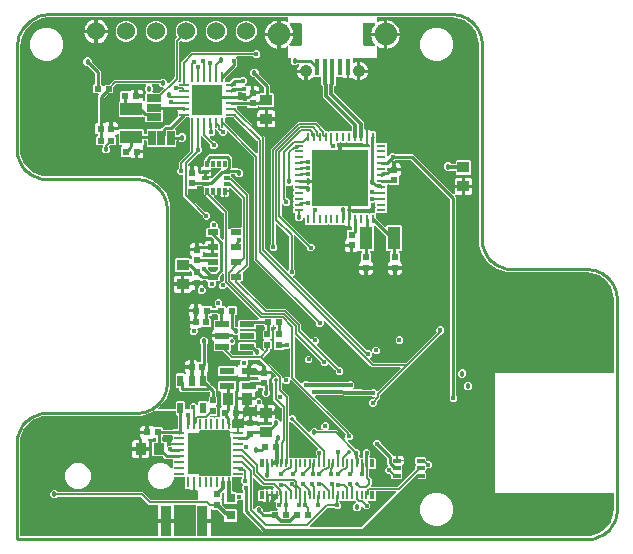
<source format=gbr>
G04 EAGLE Gerber RS-274X export*
G75*
%MOMM*%
%FSLAX34Y34*%
%LPD*%
%INBottom Copper*%
%IPPOS*%
%AMOC8*
5,1,8,0,0,1.08239X$1,22.5*%
G01*
%ADD10R,0.812800X0.203200*%
%ADD11R,0.203200X0.812800*%
%ADD12R,2.590800X2.590800*%
%ADD13R,0.620000X0.620000*%
%ADD14R,1.000000X0.950000*%
%ADD15R,0.230000X0.660000*%
%ADD16R,0.350000X0.660000*%
%ADD17R,0.400000X1.350000*%
%ADD18C,1.900000*%
%ADD19C,1.050000*%
%ADD20R,0.500000X0.500000*%
%ADD21R,0.635000X1.270000*%
%ADD22R,1.270000X0.635000*%
%ADD23R,0.250000X0.750000*%
%ADD24R,0.750000X0.250000*%
%ADD25R,4.700000X4.700000*%
%ADD26C,0.030000*%
%ADD27R,1.206400X0.480000*%
%ADD28R,0.900000X0.550000*%
%ADD29R,1.900000X1.100000*%
%ADD30R,1.100000X1.900000*%
%ADD31C,1.524000*%
%ADD32R,0.850000X0.280000*%
%ADD33R,0.280000X0.850000*%
%ADD34C,0.500000*%
%ADD35R,0.673100X0.304800*%
%ADD36R,0.800000X0.800000*%
%ADD37R,0.950000X1.000000*%
%ADD38R,0.900000X2.500000*%
%ADD39R,0.508000X0.965200*%
%ADD40R,1.295400X0.609600*%
%ADD41C,0.381000*%
%ADD42C,0.228600*%
%ADD43C,0.254000*%
%ADD44C,0.304800*%
%ADD45C,0.457200*%
%ADD46C,0.127000*%
%ADD47C,0.152400*%
%ADD48C,0.355600*%
%ADD49C,0.203200*%
%ADD50C,0.406400*%
%ADD51C,0.254000*%

G36*
X482622Y2544D02*
X482622Y2544D01*
X482660Y2543D01*
X486117Y2815D01*
X486122Y2817D01*
X486128Y2816D01*
X486292Y2850D01*
X492868Y4987D01*
X492899Y5003D01*
X492934Y5012D01*
X493080Y5095D01*
X498673Y9158D01*
X498698Y9184D01*
X498729Y9203D01*
X498842Y9327D01*
X502905Y14920D01*
X502921Y14952D01*
X502944Y14980D01*
X503013Y15132D01*
X505150Y21708D01*
X505151Y21713D01*
X505153Y21719D01*
X505185Y21883D01*
X505457Y25340D01*
X505455Y25362D01*
X505459Y25400D01*
X505459Y38628D01*
X505456Y38648D01*
X505458Y38667D01*
X505436Y38769D01*
X505420Y38871D01*
X505410Y38888D01*
X505406Y38908D01*
X505353Y38997D01*
X505304Y39088D01*
X505290Y39102D01*
X505280Y39119D01*
X505201Y39186D01*
X505126Y39258D01*
X505108Y39266D01*
X505093Y39279D01*
X504997Y39318D01*
X504903Y39361D01*
X504883Y39363D01*
X504865Y39371D01*
X504698Y39389D01*
X404808Y39389D01*
X404807Y39390D01*
X404807Y140390D01*
X404808Y140391D01*
X504698Y140391D01*
X504718Y140394D01*
X504737Y140392D01*
X504839Y140414D01*
X504941Y140430D01*
X504958Y140440D01*
X504978Y140444D01*
X505067Y140497D01*
X505158Y140546D01*
X505172Y140560D01*
X505189Y140570D01*
X505256Y140649D01*
X505328Y140724D01*
X505336Y140742D01*
X505349Y140757D01*
X505388Y140853D01*
X505431Y140947D01*
X505433Y140967D01*
X505441Y140985D01*
X505459Y141152D01*
X505459Y203200D01*
X505456Y203222D01*
X505457Y203260D01*
X505185Y206717D01*
X505183Y206722D01*
X505184Y206728D01*
X505150Y206892D01*
X503013Y213468D01*
X502997Y213499D01*
X502988Y213534D01*
X502905Y213680D01*
X498842Y219273D01*
X498816Y219298D01*
X498797Y219329D01*
X498673Y219442D01*
X493080Y223505D01*
X493048Y223521D01*
X493020Y223544D01*
X492868Y223613D01*
X486292Y225750D01*
X486287Y225751D01*
X486281Y225753D01*
X486117Y225785D01*
X482660Y226057D01*
X482638Y226055D01*
X482600Y226059D01*
X414675Y226059D01*
X406257Y228794D01*
X399097Y233997D01*
X393894Y241157D01*
X391159Y249575D01*
X391159Y419100D01*
X391156Y419122D01*
X391157Y419160D01*
X390885Y422617D01*
X390883Y422622D01*
X390884Y422628D01*
X390850Y422792D01*
X388713Y429368D01*
X388697Y429399D01*
X388688Y429434D01*
X388605Y429580D01*
X384542Y435173D01*
X384516Y435198D01*
X384497Y435229D01*
X384373Y435342D01*
X378780Y439405D01*
X378748Y439421D01*
X378720Y439444D01*
X378568Y439513D01*
X371992Y441650D01*
X371987Y441651D01*
X371981Y441653D01*
X371817Y441685D01*
X368360Y441957D01*
X368338Y441955D01*
X368300Y441959D01*
X305320Y441959D01*
X305249Y441948D01*
X305177Y441946D01*
X305128Y441928D01*
X305077Y441920D01*
X305013Y441886D01*
X304946Y441861D01*
X304905Y441829D01*
X304859Y441804D01*
X304810Y441752D01*
X304754Y441708D01*
X304726Y441664D01*
X304690Y441626D01*
X304660Y441561D01*
X304621Y441501D01*
X304608Y441450D01*
X304586Y441403D01*
X304579Y441332D01*
X304561Y441262D01*
X304565Y441210D01*
X304559Y441159D01*
X304575Y441088D01*
X304580Y441017D01*
X304601Y440969D01*
X304612Y440918D01*
X304648Y440857D01*
X304677Y440791D01*
X304709Y440750D01*
X304709Y438411D01*
X304711Y438399D01*
X304709Y438387D01*
X304731Y438277D01*
X304748Y438168D01*
X304754Y438157D01*
X304757Y438145D01*
X304812Y438048D01*
X304864Y437951D01*
X304872Y437942D01*
X304878Y437932D01*
X304962Y437857D01*
X305042Y437781D01*
X305053Y437776D01*
X305062Y437768D01*
X305164Y437724D01*
X305265Y437678D01*
X305277Y437676D01*
X305288Y437671D01*
X305399Y437663D01*
X305509Y437650D01*
X305521Y437653D01*
X305533Y437652D01*
X305641Y437679D01*
X305750Y437703D01*
X305760Y437709D01*
X305772Y437712D01*
X305845Y437754D01*
X307586Y438641D01*
X309389Y439226D01*
X310685Y439432D01*
X310685Y429005D01*
X300258Y429005D01*
X300464Y430301D01*
X301049Y432104D01*
X301910Y433793D01*
X303024Y435326D01*
X303380Y435682D01*
X303421Y435740D01*
X303471Y435792D01*
X303493Y435839D01*
X303523Y435881D01*
X303544Y435950D01*
X303574Y436015D01*
X303580Y436067D01*
X303595Y436117D01*
X303594Y436188D01*
X303602Y436259D01*
X303590Y436310D01*
X303589Y436362D01*
X303565Y436430D01*
X303549Y436500D01*
X303523Y436545D01*
X303505Y436593D01*
X303460Y436649D01*
X303423Y436711D01*
X303384Y436745D01*
X303351Y436785D01*
X303291Y436824D01*
X303236Y436871D01*
X303188Y436890D01*
X303144Y436918D01*
X303075Y436936D01*
X303008Y436963D01*
X302937Y436971D01*
X302906Y436979D01*
X302882Y436977D01*
X302841Y436981D01*
X293970Y436981D01*
X293950Y436978D01*
X293931Y436980D01*
X293829Y436958D01*
X293727Y436942D01*
X293710Y436932D01*
X293690Y436928D01*
X293601Y436875D01*
X293510Y436826D01*
X293496Y436812D01*
X293479Y436802D01*
X293412Y436723D01*
X293340Y436648D01*
X293332Y436630D01*
X293319Y436615D01*
X293280Y436519D01*
X293237Y436425D01*
X293235Y436405D01*
X293227Y436387D01*
X293209Y436220D01*
X293209Y418744D01*
X293212Y418724D01*
X293210Y418705D01*
X293232Y418603D01*
X293248Y418501D01*
X293258Y418484D01*
X293262Y418464D01*
X293315Y418375D01*
X293364Y418284D01*
X293378Y418270D01*
X293388Y418253D01*
X293467Y418186D01*
X293542Y418114D01*
X293560Y418106D01*
X293575Y418093D01*
X293671Y418054D01*
X293765Y418011D01*
X293785Y418009D01*
X293803Y418001D01*
X293970Y417983D01*
X302841Y417983D01*
X302912Y417994D01*
X302984Y417996D01*
X303033Y418014D01*
X303084Y418022D01*
X303147Y418056D01*
X303215Y418081D01*
X303255Y418113D01*
X303301Y418138D01*
X303351Y418189D01*
X303407Y418234D01*
X303435Y418278D01*
X303471Y418316D01*
X303501Y418381D01*
X303540Y418441D01*
X303552Y418492D01*
X303574Y418539D01*
X303582Y418610D01*
X303600Y418680D01*
X303596Y418732D01*
X303602Y418783D01*
X303586Y418854D01*
X303581Y418925D01*
X303560Y418973D01*
X303549Y419024D01*
X303512Y419085D01*
X303484Y419151D01*
X303440Y419207D01*
X303423Y419235D01*
X303405Y419250D01*
X303380Y419282D01*
X303024Y419638D01*
X301910Y421171D01*
X301049Y422860D01*
X300464Y424663D01*
X300258Y425959D01*
X310685Y425959D01*
X310685Y415532D01*
X309389Y415738D01*
X307586Y416323D01*
X305844Y417211D01*
X305823Y417218D01*
X305798Y417230D01*
X305698Y417280D01*
X305686Y417281D01*
X305675Y417286D01*
X305565Y417299D01*
X305455Y417314D01*
X305443Y417312D01*
X305431Y417314D01*
X305322Y417290D01*
X305213Y417270D01*
X305202Y417264D01*
X305190Y417261D01*
X305095Y417204D01*
X304998Y417150D01*
X304989Y417141D01*
X304979Y417135D01*
X304907Y417051D01*
X304832Y416969D01*
X304827Y416958D01*
X304819Y416948D01*
X304778Y416845D01*
X304733Y416744D01*
X304732Y416731D01*
X304727Y416720D01*
X304709Y416553D01*
X304709Y407732D01*
X304708Y407731D01*
X285429Y407731D01*
X285312Y407712D01*
X285194Y407694D01*
X285190Y407692D01*
X285186Y407692D01*
X285080Y407636D01*
X284975Y407581D01*
X284972Y407578D01*
X284969Y407576D01*
X284886Y407489D01*
X284804Y407405D01*
X284802Y407401D01*
X284799Y407398D01*
X284749Y407290D01*
X284698Y407183D01*
X284697Y407179D01*
X284696Y407175D01*
X284682Y407057D01*
X284668Y406939D01*
X284669Y406934D01*
X284668Y406931D01*
X284671Y406917D01*
X284693Y406773D01*
X284749Y406566D01*
X284749Y403853D01*
X284756Y403808D01*
X284754Y403762D01*
X284776Y403687D01*
X284788Y403611D01*
X284810Y403570D01*
X284823Y403526D01*
X284867Y403462D01*
X284904Y403393D01*
X284937Y403362D01*
X284963Y403324D01*
X285025Y403277D01*
X285082Y403224D01*
X285124Y403204D01*
X285160Y403177D01*
X285234Y403153D01*
X285305Y403120D01*
X285351Y403115D01*
X285394Y403101D01*
X285472Y403102D01*
X285549Y403093D01*
X285594Y403103D01*
X285640Y403103D01*
X285772Y403141D01*
X285790Y403145D01*
X285794Y403148D01*
X285801Y403150D01*
X287186Y403723D01*
X287935Y403872D01*
X287935Y396994D01*
X287938Y396974D01*
X287936Y396955D01*
X287958Y396853D01*
X287975Y396751D01*
X287984Y396734D01*
X287988Y396714D01*
X288041Y396625D01*
X288090Y396534D01*
X288104Y396520D01*
X288114Y396503D01*
X288193Y396436D01*
X288268Y396365D01*
X288286Y396356D01*
X288301Y396343D01*
X288397Y396305D01*
X288491Y396261D01*
X288511Y396259D01*
X288529Y396251D01*
X288696Y396233D01*
X289459Y396233D01*
X289459Y396231D01*
X288696Y396231D01*
X288676Y396228D01*
X288657Y396230D01*
X288555Y396208D01*
X288453Y396191D01*
X288436Y396182D01*
X288416Y396178D01*
X288327Y396125D01*
X288236Y396076D01*
X288222Y396062D01*
X288205Y396052D01*
X288138Y395973D01*
X288067Y395898D01*
X288058Y395880D01*
X288045Y395865D01*
X288006Y395769D01*
X287963Y395675D01*
X287961Y395655D01*
X287953Y395637D01*
X287935Y395470D01*
X287935Y388592D01*
X287186Y388741D01*
X285768Y389328D01*
X284492Y390181D01*
X284311Y390361D01*
X284276Y390387D01*
X284246Y390419D01*
X284176Y390458D01*
X284112Y390505D01*
X284070Y390517D01*
X284031Y390539D01*
X283953Y390553D01*
X283876Y390577D01*
X283833Y390576D01*
X283789Y390584D01*
X283710Y390573D01*
X283631Y390571D01*
X283589Y390556D01*
X283546Y390549D01*
X283413Y390491D01*
X283400Y390486D01*
X283397Y390484D01*
X283392Y390482D01*
X283189Y390364D01*
X282542Y390191D01*
X281207Y390191D01*
X281207Y399244D01*
X281204Y399263D01*
X281206Y399283D01*
X281184Y399385D01*
X281168Y399487D01*
X281158Y399504D01*
X281154Y399524D01*
X281101Y399613D01*
X281052Y399704D01*
X281038Y399718D01*
X281028Y399735D01*
X280949Y399802D01*
X280874Y399873D01*
X280856Y399882D01*
X280841Y399895D01*
X280745Y399933D01*
X280651Y399977D01*
X280631Y399979D01*
X280613Y399987D01*
X280446Y400005D01*
X279970Y400005D01*
X279950Y400002D01*
X279930Y400004D01*
X279829Y399982D01*
X279727Y399965D01*
X279710Y399956D01*
X279690Y399952D01*
X279601Y399899D01*
X279510Y399850D01*
X279496Y399836D01*
X279479Y399826D01*
X279412Y399747D01*
X279340Y399672D01*
X279332Y399654D01*
X279319Y399639D01*
X279280Y399542D01*
X279237Y399449D01*
X279235Y399429D01*
X279227Y399411D01*
X279209Y399244D01*
X279209Y390191D01*
X277874Y390191D01*
X277227Y390364D01*
X276648Y390699D01*
X276109Y391238D01*
X276035Y391291D01*
X275965Y391351D01*
X275935Y391363D01*
X275909Y391382D01*
X275822Y391409D01*
X275737Y391443D01*
X275696Y391447D01*
X275674Y391454D01*
X275642Y391453D01*
X275570Y391461D01*
X271135Y391461D01*
X271103Y391484D01*
X271034Y391505D01*
X270969Y391536D01*
X270917Y391541D01*
X270868Y391557D01*
X270796Y391555D01*
X270725Y391563D01*
X270674Y391552D01*
X270622Y391550D01*
X270554Y391526D01*
X270484Y391510D01*
X270439Y391484D01*
X270391Y391466D01*
X270335Y391421D01*
X270273Y391384D01*
X270239Y391345D01*
X270199Y391312D01*
X270160Y391252D01*
X270113Y391197D01*
X270094Y391149D01*
X270066Y391105D01*
X270048Y391036D01*
X270021Y390969D01*
X270013Y390898D01*
X270005Y390867D01*
X270007Y390843D01*
X270003Y390802D01*
X270003Y384545D01*
X269008Y383550D01*
X268955Y383476D01*
X268895Y383407D01*
X268883Y383377D01*
X268864Y383351D01*
X268837Y383264D01*
X268803Y383179D01*
X268799Y383138D01*
X268792Y383116D01*
X268793Y383083D01*
X268785Y383012D01*
X268785Y378760D01*
X268799Y378670D01*
X268807Y378579D01*
X268819Y378550D01*
X268824Y378518D01*
X268867Y378437D01*
X268903Y378353D01*
X268929Y378321D01*
X268940Y378300D01*
X268963Y378278D01*
X269008Y378222D01*
X294189Y353041D01*
X294189Y347700D01*
X294192Y347680D01*
X294190Y347660D01*
X294212Y347559D01*
X294228Y347457D01*
X294238Y347440D01*
X294242Y347420D01*
X294295Y347331D01*
X294343Y347240D01*
X294358Y347226D01*
X294368Y347209D01*
X294447Y347142D01*
X294522Y347070D01*
X294540Y347062D01*
X294555Y347049D01*
X294651Y347010D01*
X294745Y346967D01*
X294765Y346965D01*
X294783Y346957D01*
X294950Y346939D01*
X295632Y346939D01*
X295632Y340648D01*
X295632Y334357D01*
X294809Y334357D01*
X294163Y334530D01*
X293584Y334865D01*
X293044Y335404D01*
X292970Y335457D01*
X292901Y335517D01*
X292871Y335529D01*
X292845Y335548D01*
X292758Y335574D01*
X292673Y335609D01*
X292632Y335613D01*
X292610Y335620D01*
X292577Y335619D01*
X292506Y335627D01*
X289617Y335627D01*
X289432Y335812D01*
X289416Y335824D01*
X289403Y335840D01*
X289316Y335896D01*
X289232Y335956D01*
X289213Y335962D01*
X289197Y335973D01*
X289096Y335998D01*
X288997Y336028D01*
X288977Y336028D01*
X288958Y336033D01*
X288855Y336025D01*
X288751Y336022D01*
X288733Y336015D01*
X288713Y336014D01*
X288618Y335973D01*
X288520Y335938D01*
X288505Y335925D01*
X288486Y335917D01*
X288356Y335812D01*
X288170Y335627D01*
X284617Y335627D01*
X284432Y335812D01*
X284416Y335824D01*
X284403Y335840D01*
X284316Y335896D01*
X284232Y335956D01*
X284213Y335962D01*
X284197Y335973D01*
X284096Y335998D01*
X283997Y336028D01*
X283977Y336028D01*
X283958Y336033D01*
X283855Y336025D01*
X283751Y336022D01*
X283733Y336015D01*
X283713Y336014D01*
X283618Y335973D01*
X283520Y335938D01*
X283505Y335925D01*
X283486Y335917D01*
X283356Y335812D01*
X283170Y335627D01*
X279617Y335627D01*
X279432Y335812D01*
X279416Y335824D01*
X279403Y335840D01*
X279316Y335896D01*
X279232Y335956D01*
X279213Y335962D01*
X279197Y335973D01*
X279096Y335998D01*
X278997Y336028D01*
X278977Y336028D01*
X278958Y336033D01*
X278855Y336025D01*
X278751Y336022D01*
X278733Y336015D01*
X278713Y336014D01*
X278618Y335973D01*
X278520Y335938D01*
X278505Y335925D01*
X278486Y335917D01*
X278356Y335812D01*
X278170Y335627D01*
X274617Y335627D01*
X274432Y335812D01*
X274416Y335824D01*
X274403Y335840D01*
X274316Y335896D01*
X274232Y335956D01*
X274213Y335962D01*
X274197Y335973D01*
X274096Y335998D01*
X273997Y336028D01*
X273977Y336028D01*
X273958Y336033D01*
X273855Y336025D01*
X273751Y336022D01*
X273733Y336015D01*
X273713Y336014D01*
X273618Y335973D01*
X273520Y335938D01*
X273505Y335925D01*
X273486Y335917D01*
X273356Y335812D01*
X273170Y335627D01*
X271735Y335627D01*
X271715Y335624D01*
X271695Y335626D01*
X271594Y335604D01*
X271492Y335587D01*
X271475Y335578D01*
X271455Y335574D01*
X271366Y335521D01*
X271275Y335472D01*
X271261Y335458D01*
X271244Y335448D01*
X271177Y335369D01*
X271105Y335294D01*
X271097Y335276D01*
X271084Y335261D01*
X271045Y335165D01*
X271002Y335071D01*
X271000Y335051D01*
X270992Y335033D01*
X270974Y334866D01*
X270974Y332700D01*
X270977Y332680D01*
X270975Y332660D01*
X270997Y332559D01*
X271013Y332457D01*
X271023Y332440D01*
X271027Y332420D01*
X271080Y332331D01*
X271128Y332240D01*
X271143Y332226D01*
X271153Y332209D01*
X271232Y332142D01*
X271307Y332070D01*
X271325Y332062D01*
X271340Y332049D01*
X271436Y332010D01*
X271530Y331967D01*
X271550Y331965D01*
X271568Y331957D01*
X271735Y331939D01*
X272371Y331939D01*
X272371Y306660D01*
X272374Y306640D01*
X272372Y306620D01*
X272394Y306519D01*
X272410Y306417D01*
X272420Y306400D01*
X272424Y306380D01*
X272477Y306291D01*
X272525Y306200D01*
X272540Y306186D01*
X272550Y306169D01*
X272629Y306102D01*
X272704Y306030D01*
X272722Y306022D01*
X272737Y306009D01*
X272833Y305970D01*
X272927Y305927D01*
X272947Y305925D01*
X272965Y305917D01*
X273132Y305899D01*
X274656Y305899D01*
X274675Y305902D01*
X274695Y305900D01*
X274796Y305922D01*
X274899Y305938D01*
X274916Y305948D01*
X274936Y305952D01*
X275025Y306005D01*
X275116Y306054D01*
X275130Y306068D01*
X275147Y306078D01*
X275214Y306157D01*
X275285Y306232D01*
X275294Y306250D01*
X275307Y306265D01*
X275345Y306361D01*
X275389Y306455D01*
X275391Y306475D01*
X275399Y306493D01*
X275417Y306660D01*
X275417Y331939D01*
X297776Y331939D01*
X297819Y331934D01*
X297936Y331921D01*
X297940Y331922D01*
X297944Y331922D01*
X298060Y331948D01*
X298177Y331974D01*
X298180Y331976D01*
X298184Y331977D01*
X298286Y332039D01*
X298388Y332100D01*
X298390Y332103D01*
X298394Y332105D01*
X298470Y332196D01*
X298548Y332287D01*
X298549Y332291D01*
X298552Y332294D01*
X298595Y332403D01*
X298640Y332515D01*
X298640Y332520D01*
X298641Y332523D01*
X298642Y332536D01*
X298658Y332682D01*
X298658Y333596D01*
X298655Y333616D01*
X298657Y333635D01*
X298635Y333737D01*
X298618Y333839D01*
X298609Y333856D01*
X298605Y333876D01*
X298552Y333965D01*
X298503Y334056D01*
X298489Y334070D01*
X298479Y334087D01*
X298400Y334154D01*
X298325Y334225D01*
X298307Y334234D01*
X298292Y334247D01*
X298196Y334285D01*
X298102Y334329D01*
X298082Y334331D01*
X298064Y334339D01*
X297897Y334357D01*
X297155Y334357D01*
X297155Y340648D01*
X297155Y346939D01*
X297978Y346939D01*
X298625Y346765D01*
X299204Y346431D01*
X299743Y345892D01*
X299817Y345838D01*
X299887Y345779D01*
X299917Y345767D01*
X299943Y345748D01*
X300030Y345721D01*
X300115Y345687D01*
X300156Y345683D01*
X300178Y345676D01*
X300210Y345676D01*
X300282Y345669D01*
X303170Y345669D01*
X303915Y344924D01*
X303915Y336680D01*
X303918Y336660D01*
X303916Y336640D01*
X303938Y336539D01*
X303954Y336437D01*
X303964Y336420D01*
X303968Y336400D01*
X304021Y336311D01*
X304069Y336220D01*
X304084Y336206D01*
X304094Y336189D01*
X304173Y336122D01*
X304248Y336050D01*
X304266Y336042D01*
X304281Y336029D01*
X304377Y335990D01*
X304471Y335947D01*
X304491Y335945D01*
X304509Y335937D01*
X304676Y335919D01*
X312920Y335919D01*
X313665Y335174D01*
X313665Y331622D01*
X313479Y331436D01*
X313468Y331420D01*
X313452Y331408D01*
X313396Y331320D01*
X313336Y331236D01*
X313330Y331217D01*
X313319Y331201D01*
X313294Y331100D01*
X313263Y331001D01*
X313264Y330981D01*
X313259Y330962D01*
X313267Y330859D01*
X313270Y330755D01*
X313277Y330737D01*
X313278Y330717D01*
X313318Y330622D01*
X313354Y330524D01*
X313367Y330509D01*
X313374Y330491D01*
X313479Y330360D01*
X313665Y330174D01*
X313665Y326622D01*
X313479Y326436D01*
X313468Y326420D01*
X313452Y326408D01*
X313396Y326320D01*
X313336Y326236D01*
X313330Y326217D01*
X313319Y326201D01*
X313294Y326100D01*
X313263Y326001D01*
X313264Y325981D01*
X313259Y325962D01*
X313267Y325859D01*
X313270Y325755D01*
X313277Y325737D01*
X313278Y325717D01*
X313318Y325622D01*
X313354Y325524D01*
X313367Y325509D01*
X313374Y325491D01*
X313479Y325360D01*
X313692Y325147D01*
X313696Y325136D01*
X313704Y325085D01*
X313738Y325021D01*
X313762Y324954D01*
X313795Y324913D01*
X313819Y324867D01*
X313871Y324818D01*
X313916Y324762D01*
X313960Y324734D01*
X313998Y324698D01*
X314063Y324668D01*
X314123Y324629D01*
X314174Y324616D01*
X314221Y324594D01*
X314292Y324587D01*
X314362Y324569D01*
X314414Y324573D01*
X314465Y324567D01*
X314535Y324583D01*
X314607Y324588D01*
X314655Y324608D01*
X314706Y324620D01*
X314767Y324656D01*
X314833Y324684D01*
X314889Y324729D01*
X314917Y324746D01*
X314932Y324764D01*
X314964Y324789D01*
X316947Y326772D01*
X319577Y326772D01*
X319928Y326422D01*
X320002Y326368D01*
X320071Y326309D01*
X320101Y326297D01*
X320127Y326278D01*
X320214Y326251D01*
X320299Y326217D01*
X320340Y326212D01*
X320362Y326206D01*
X320395Y326206D01*
X320466Y326199D01*
X335635Y326199D01*
X369627Y292207D01*
X369646Y292193D01*
X369662Y292174D01*
X369746Y292121D01*
X369826Y292063D01*
X369850Y292056D01*
X369870Y292043D01*
X369967Y292020D01*
X370062Y291991D01*
X370086Y291992D01*
X370109Y291986D01*
X370208Y291995D01*
X370307Y291997D01*
X370330Y292006D01*
X370354Y292008D01*
X370445Y292048D01*
X370538Y292082D01*
X370557Y292097D01*
X370580Y292107D01*
X370653Y292173D01*
X370730Y292236D01*
X370744Y292256D01*
X370761Y292272D01*
X370810Y292359D01*
X370863Y292442D01*
X370869Y292466D01*
X370881Y292487D01*
X370899Y292585D01*
X370924Y292681D01*
X370922Y292705D01*
X370926Y292729D01*
X370912Y292827D01*
X370904Y292926D01*
X370895Y292948D01*
X370892Y292972D01*
X370844Y293081D01*
X370665Y293748D01*
X370665Y297309D01*
X376683Y297309D01*
X376683Y291541D01*
X372872Y291541D01*
X372216Y291717D01*
X372208Y291723D01*
X372113Y291752D01*
X372020Y291787D01*
X371996Y291788D01*
X371973Y291795D01*
X371873Y291793D01*
X371774Y291796D01*
X371751Y291789D01*
X371727Y291789D01*
X371634Y291755D01*
X371538Y291727D01*
X371519Y291713D01*
X371496Y291704D01*
X371418Y291642D01*
X371337Y291585D01*
X371323Y291566D01*
X371304Y291551D01*
X371250Y291467D01*
X371191Y291387D01*
X371184Y291364D01*
X371171Y291344D01*
X371146Y291247D01*
X371116Y291153D01*
X371117Y291129D01*
X371111Y291105D01*
X371118Y291006D01*
X371120Y290907D01*
X371128Y290884D01*
X371130Y290860D01*
X371169Y290769D01*
X371202Y290675D01*
X371217Y290656D01*
X371226Y290634D01*
X371331Y290503D01*
X371913Y289921D01*
X371913Y122098D01*
X371927Y122008D01*
X371934Y121917D01*
X371947Y121887D01*
X371952Y121855D01*
X371995Y121775D01*
X372031Y121691D01*
X372056Y121659D01*
X372067Y121638D01*
X372091Y121616D01*
X372136Y121560D01*
X372746Y120949D01*
X372746Y118319D01*
X370885Y116458D01*
X368255Y116458D01*
X366394Y118319D01*
X366394Y120949D01*
X366862Y121417D01*
X366915Y121491D01*
X366975Y121561D01*
X366987Y121591D01*
X367006Y121617D01*
X367032Y121704D01*
X367067Y121789D01*
X367071Y121830D01*
X367078Y121852D01*
X367077Y121884D01*
X367085Y121956D01*
X367085Y287606D01*
X367070Y287696D01*
X367063Y287787D01*
X367051Y287817D01*
X367045Y287849D01*
X367003Y287930D01*
X366967Y288013D01*
X366941Y288046D01*
X366930Y288066D01*
X366907Y288088D01*
X366862Y288144D01*
X333858Y321148D01*
X333785Y321201D01*
X333715Y321261D01*
X333685Y321273D01*
X333659Y321292D01*
X333572Y321318D01*
X333487Y321353D01*
X333446Y321357D01*
X333424Y321364D01*
X333391Y321363D01*
X333320Y321371D01*
X320844Y321371D01*
X320753Y321356D01*
X320663Y321349D01*
X320633Y321337D01*
X320601Y321331D01*
X320520Y321289D01*
X320436Y321253D01*
X320404Y321227D01*
X320383Y321216D01*
X320361Y321193D01*
X320305Y321148D01*
X319577Y320420D01*
X318815Y320420D01*
X318725Y320406D01*
X318634Y320398D01*
X318604Y320386D01*
X318572Y320381D01*
X318492Y320338D01*
X318408Y320302D01*
X318376Y320276D01*
X318355Y320265D01*
X318333Y320242D01*
X318277Y320197D01*
X317958Y319878D01*
X317916Y319820D01*
X317866Y319768D01*
X317844Y319721D01*
X317814Y319678D01*
X317793Y319610D01*
X317763Y319545D01*
X317757Y319493D01*
X317742Y319443D01*
X317744Y319372D01*
X317736Y319300D01*
X317747Y319249D01*
X317748Y319197D01*
X317773Y319130D01*
X317788Y319060D01*
X317815Y319015D01*
X317833Y318966D01*
X317837Y318961D01*
X317837Y314461D01*
X314426Y314461D01*
X314406Y314458D01*
X314386Y314460D01*
X314285Y314438D01*
X314183Y314421D01*
X314166Y314412D01*
X314146Y314408D01*
X314057Y314355D01*
X313966Y314306D01*
X313952Y314292D01*
X313935Y314282D01*
X313868Y314203D01*
X313796Y314128D01*
X313788Y314110D01*
X313775Y314095D01*
X313736Y313998D01*
X313693Y313905D01*
X313691Y313885D01*
X313683Y313866D01*
X313665Y313700D01*
X313665Y312286D01*
X313679Y312195D01*
X313686Y312105D01*
X313699Y312075D01*
X313704Y312043D01*
X313747Y311962D01*
X313783Y311878D01*
X313808Y311846D01*
X313819Y311825D01*
X313843Y311803D01*
X313888Y311747D01*
X313997Y311638D01*
X314071Y311584D01*
X314141Y311525D01*
X314171Y311513D01*
X314197Y311494D01*
X314284Y311467D01*
X314369Y311433D01*
X314410Y311429D01*
X314432Y311422D01*
X314464Y311423D01*
X314536Y311415D01*
X318598Y311415D01*
X318617Y311418D01*
X318637Y311416D01*
X318738Y311438D01*
X318840Y311454D01*
X318858Y311464D01*
X318878Y311468D01*
X318967Y311521D01*
X319058Y311569D01*
X319072Y311584D01*
X319089Y311594D01*
X319156Y311673D01*
X319227Y311748D01*
X319236Y311766D01*
X319249Y311781D01*
X319287Y311877D01*
X319331Y311971D01*
X319333Y311991D01*
X319341Y312009D01*
X319359Y312176D01*
X319359Y312939D01*
X319361Y312939D01*
X319361Y312176D01*
X319364Y312156D01*
X319362Y312136D01*
X319384Y312035D01*
X319400Y311933D01*
X319410Y311916D01*
X319414Y311896D01*
X319467Y311807D01*
X319516Y311716D01*
X319530Y311702D01*
X319540Y311685D01*
X319619Y311618D01*
X319694Y311546D01*
X319712Y311538D01*
X319727Y311525D01*
X319823Y311486D01*
X319917Y311443D01*
X319937Y311441D01*
X319955Y311433D01*
X320122Y311415D01*
X325001Y311415D01*
X325001Y309503D01*
X324827Y308857D01*
X324493Y308278D01*
X323954Y307738D01*
X323900Y307664D01*
X323841Y307595D01*
X323829Y307565D01*
X323810Y307539D01*
X323783Y307452D01*
X323749Y307367D01*
X323745Y307326D01*
X323738Y307304D01*
X323738Y307271D01*
X323731Y307200D01*
X323731Y300311D01*
X322986Y299567D01*
X315733Y299567D01*
X314964Y300337D01*
X314906Y300378D01*
X314854Y300428D01*
X314807Y300450D01*
X314764Y300480D01*
X314696Y300501D01*
X314631Y300531D01*
X314579Y300537D01*
X314529Y300552D01*
X314458Y300551D01*
X314386Y300558D01*
X314336Y300547D01*
X314283Y300546D01*
X314216Y300521D01*
X314146Y300506D01*
X314101Y300479D01*
X314052Y300462D01*
X313996Y300417D01*
X313935Y300380D01*
X313901Y300340D01*
X313860Y300308D01*
X313822Y300248D01*
X313775Y300193D01*
X313756Y300145D01*
X313727Y300101D01*
X313710Y300031D01*
X313683Y299965D01*
X313675Y299894D01*
X313667Y299862D01*
X313669Y299839D01*
X313665Y299798D01*
X313665Y296622D01*
X313479Y296436D01*
X313468Y296420D01*
X313452Y296408D01*
X313396Y296320D01*
X313336Y296236D01*
X313330Y296217D01*
X313319Y296201D01*
X313294Y296100D01*
X313263Y296001D01*
X313264Y295981D01*
X313259Y295962D01*
X313267Y295859D01*
X313270Y295755D01*
X313277Y295737D01*
X313278Y295717D01*
X313318Y295622D01*
X313354Y295524D01*
X313367Y295509D01*
X313374Y295491D01*
X313479Y295360D01*
X313665Y295174D01*
X313665Y291622D01*
X313479Y291436D01*
X313468Y291420D01*
X313452Y291408D01*
X313396Y291320D01*
X313336Y291236D01*
X313330Y291217D01*
X313319Y291201D01*
X313294Y291100D01*
X313263Y291001D01*
X313264Y290981D01*
X313259Y290962D01*
X313267Y290859D01*
X313270Y290755D01*
X313277Y290737D01*
X313278Y290717D01*
X313318Y290622D01*
X313354Y290524D01*
X313367Y290509D01*
X313374Y290491D01*
X313479Y290360D01*
X313665Y290174D01*
X313665Y286622D01*
X313479Y286436D01*
X313468Y286420D01*
X313452Y286408D01*
X313396Y286320D01*
X313336Y286236D01*
X313330Y286217D01*
X313319Y286201D01*
X313294Y286100D01*
X313263Y286001D01*
X313264Y285981D01*
X313259Y285962D01*
X313267Y285859D01*
X313270Y285755D01*
X313277Y285737D01*
X313278Y285717D01*
X313318Y285622D01*
X313354Y285524D01*
X313367Y285509D01*
X313374Y285491D01*
X313479Y285360D01*
X313665Y285174D01*
X313665Y281622D01*
X313479Y281436D01*
X313468Y281420D01*
X313452Y281408D01*
X313396Y281320D01*
X313336Y281236D01*
X313330Y281217D01*
X313319Y281201D01*
X313294Y281100D01*
X313263Y281001D01*
X313264Y280981D01*
X313259Y280962D01*
X313267Y280859D01*
X313270Y280755D01*
X313277Y280737D01*
X313278Y280717D01*
X313318Y280622D01*
X313354Y280524D01*
X313367Y280509D01*
X313374Y280491D01*
X313479Y280360D01*
X313665Y280174D01*
X313665Y276621D01*
X312920Y275877D01*
X304676Y275877D01*
X304656Y275874D01*
X304636Y275876D01*
X304535Y275854D01*
X304433Y275837D01*
X304416Y275828D01*
X304396Y275824D01*
X304307Y275771D01*
X304216Y275722D01*
X304202Y275708D01*
X304185Y275698D01*
X304118Y275619D01*
X304046Y275544D01*
X304038Y275526D01*
X304025Y275511D01*
X303986Y275415D01*
X303943Y275321D01*
X303941Y275301D01*
X303933Y275283D01*
X303915Y275116D01*
X303915Y272356D01*
X303929Y272266D01*
X303936Y272175D01*
X303949Y272145D01*
X303954Y272113D01*
X303997Y272033D01*
X304033Y271949D01*
X304058Y271917D01*
X304069Y271896D01*
X304093Y271874D01*
X304138Y271818D01*
X311606Y264350D01*
X311664Y264308D01*
X311716Y264258D01*
X311763Y264236D01*
X311805Y264206D01*
X311874Y264185D01*
X311939Y264155D01*
X311991Y264149D01*
X312040Y264134D01*
X312112Y264136D01*
X312183Y264128D01*
X312234Y264139D01*
X312286Y264140D01*
X312354Y264165D01*
X312424Y264180D01*
X312468Y264207D01*
X312517Y264225D01*
X312573Y264269D01*
X312635Y264306D01*
X312669Y264346D01*
X312709Y264378D01*
X312748Y264439D01*
X312795Y264493D01*
X312814Y264541D01*
X312842Y264585D01*
X312860Y264655D01*
X312887Y264721D01*
X312895Y264793D01*
X312902Y264824D01*
X312901Y264847D01*
X312905Y264888D01*
X312905Y265124D01*
X313649Y265869D01*
X325702Y265869D01*
X326447Y265124D01*
X326447Y245071D01*
X325702Y244327D01*
X324399Y244327D01*
X324329Y244316D01*
X324257Y244314D01*
X324208Y244296D01*
X324157Y244287D01*
X324093Y244254D01*
X324026Y244229D01*
X323985Y244197D01*
X323939Y244172D01*
X323890Y244120D01*
X323834Y244076D01*
X323806Y244032D01*
X323770Y243994D01*
X323740Y243929D01*
X323701Y243869D01*
X323688Y243818D01*
X323666Y243771D01*
X323658Y243700D01*
X323641Y243630D01*
X323645Y243578D01*
X323639Y243526D01*
X323654Y243456D01*
X323660Y243385D01*
X323680Y243337D01*
X323691Y243286D01*
X323728Y243224D01*
X323756Y243159D01*
X323801Y243103D01*
X323818Y243075D01*
X323835Y243060D01*
X323861Y243028D01*
X324493Y242396D01*
X324493Y235508D01*
X324507Y235417D01*
X324514Y235327D01*
X324527Y235297D01*
X324532Y235265D01*
X324575Y235184D01*
X324611Y235100D01*
X324636Y235068D01*
X324647Y235047D01*
X324671Y235025D01*
X324694Y234996D01*
X324696Y234992D01*
X324699Y234990D01*
X324716Y234969D01*
X325255Y234430D01*
X325589Y233851D01*
X325763Y233204D01*
X325763Y231293D01*
X320884Y231293D01*
X320864Y231290D01*
X320844Y231292D01*
X320743Y231270D01*
X320641Y231253D01*
X320624Y231244D01*
X320604Y231240D01*
X320515Y231187D01*
X320424Y231138D01*
X320410Y231124D01*
X320393Y231114D01*
X320326Y231035D01*
X320254Y230960D01*
X320246Y230942D01*
X320233Y230927D01*
X320194Y230830D01*
X320151Y230737D01*
X320149Y230717D01*
X320141Y230698D01*
X320123Y230532D01*
X320123Y229769D01*
X320121Y229769D01*
X320121Y230532D01*
X320118Y230551D01*
X320120Y230571D01*
X320098Y230672D01*
X320081Y230775D01*
X320072Y230792D01*
X320068Y230812D01*
X320014Y230901D01*
X319966Y230992D01*
X319952Y231006D01*
X319942Y231023D01*
X319863Y231090D01*
X319788Y231161D01*
X319770Y231170D01*
X319755Y231183D01*
X319658Y231221D01*
X319565Y231265D01*
X319545Y231267D01*
X319526Y231275D01*
X319360Y231293D01*
X314481Y231293D01*
X314481Y233204D01*
X314654Y233851D01*
X314989Y234430D01*
X315528Y234969D01*
X315574Y235033D01*
X315595Y235055D01*
X315599Y235064D01*
X315641Y235113D01*
X315653Y235143D01*
X315672Y235169D01*
X315698Y235256D01*
X315733Y235341D01*
X315737Y235382D01*
X315744Y235404D01*
X315743Y235436D01*
X315751Y235508D01*
X315751Y242396D01*
X316383Y243028D01*
X316424Y243086D01*
X316474Y243138D01*
X316496Y243185D01*
X316526Y243227D01*
X316547Y243296D01*
X316577Y243361D01*
X316583Y243413D01*
X316598Y243462D01*
X316597Y243534D01*
X316604Y243605D01*
X316593Y243656D01*
X316592Y243708D01*
X316567Y243776D01*
X316552Y243846D01*
X316525Y243890D01*
X316508Y243939D01*
X316463Y243995D01*
X316426Y244057D01*
X316386Y244091D01*
X316354Y244131D01*
X316294Y244170D01*
X316239Y244217D01*
X316191Y244236D01*
X316147Y244264D01*
X316077Y244282D01*
X316011Y244309D01*
X315940Y244317D01*
X315908Y244324D01*
X315885Y244323D01*
X315844Y244327D01*
X313649Y244327D01*
X312905Y245071D01*
X312905Y255908D01*
X312890Y255998D01*
X312883Y256089D01*
X312871Y256118D01*
X312865Y256150D01*
X312823Y256231D01*
X312787Y256315D01*
X312761Y256347D01*
X312750Y256368D01*
X312727Y256390D01*
X312682Y256446D01*
X303746Y265382D01*
X303688Y265424D01*
X303636Y265473D01*
X303589Y265495D01*
X303546Y265526D01*
X303478Y265547D01*
X303413Y265577D01*
X303361Y265583D01*
X303311Y265598D01*
X303240Y265596D01*
X303168Y265604D01*
X303118Y265593D01*
X303065Y265592D01*
X302998Y265567D01*
X302928Y265552D01*
X302883Y265525D01*
X302834Y265507D01*
X302778Y265462D01*
X302717Y265426D01*
X302683Y265386D01*
X302642Y265353D01*
X302604Y265293D01*
X302557Y265239D01*
X302538Y265190D01*
X302509Y265147D01*
X302492Y265077D01*
X302465Y265010D01*
X302457Y264939D01*
X302449Y264908D01*
X302451Y264885D01*
X302447Y264844D01*
X302447Y245071D01*
X301702Y244327D01*
X300015Y244327D01*
X299945Y244316D01*
X299873Y244314D01*
X299824Y244296D01*
X299773Y244287D01*
X299709Y244254D01*
X299642Y244229D01*
X299601Y244197D01*
X299555Y244172D01*
X299506Y244120D01*
X299450Y244076D01*
X299422Y244032D01*
X299386Y243994D01*
X299356Y243929D01*
X299317Y243869D01*
X299304Y243818D01*
X299282Y243771D01*
X299274Y243700D01*
X299257Y243630D01*
X299261Y243578D01*
X299255Y243526D01*
X299270Y243456D01*
X299276Y243385D01*
X299296Y243337D01*
X299307Y243286D01*
X299344Y243224D01*
X299372Y243159D01*
X299417Y243103D01*
X299434Y243075D01*
X299451Y243060D01*
X299477Y243028D01*
X300109Y242396D01*
X300109Y235508D01*
X300123Y235417D01*
X300130Y235327D01*
X300143Y235297D01*
X300148Y235265D01*
X300191Y235184D01*
X300227Y235100D01*
X300252Y235068D01*
X300263Y235047D01*
X300287Y235025D01*
X300310Y234996D01*
X300312Y234992D01*
X300315Y234990D01*
X300332Y234969D01*
X300871Y234430D01*
X301205Y233851D01*
X301379Y233204D01*
X301379Y231293D01*
X296500Y231293D01*
X296480Y231290D01*
X296460Y231292D01*
X296359Y231270D01*
X296257Y231253D01*
X296240Y231244D01*
X296220Y231240D01*
X296131Y231186D01*
X296040Y231138D01*
X296026Y231124D01*
X296009Y231114D01*
X295942Y231035D01*
X295870Y230960D01*
X295862Y230942D01*
X295849Y230927D01*
X295810Y230830D01*
X295767Y230737D01*
X295765Y230717D01*
X295757Y230698D01*
X295739Y230532D01*
X295739Y229769D01*
X295737Y229769D01*
X295737Y230532D01*
X295734Y230551D01*
X295736Y230571D01*
X295714Y230672D01*
X295697Y230774D01*
X295688Y230792D01*
X295684Y230812D01*
X295630Y230901D01*
X295582Y230992D01*
X295568Y231006D01*
X295558Y231023D01*
X295479Y231090D01*
X295404Y231161D01*
X295386Y231170D01*
X295371Y231183D01*
X295274Y231221D01*
X295181Y231265D01*
X295161Y231267D01*
X295142Y231275D01*
X294976Y231293D01*
X290097Y231293D01*
X290097Y233204D01*
X290270Y233851D01*
X290605Y234430D01*
X291144Y234969D01*
X291190Y235033D01*
X291211Y235055D01*
X291215Y235064D01*
X291257Y235113D01*
X291269Y235143D01*
X291288Y235169D01*
X291314Y235256D01*
X291349Y235341D01*
X291353Y235382D01*
X291360Y235404D01*
X291359Y235436D01*
X291367Y235508D01*
X291367Y242396D01*
X291999Y243028D01*
X292040Y243086D01*
X292090Y243138D01*
X292112Y243185D01*
X292142Y243227D01*
X292163Y243296D01*
X292193Y243361D01*
X292199Y243413D01*
X292214Y243462D01*
X292213Y243534D01*
X292220Y243605D01*
X292209Y243656D01*
X292208Y243708D01*
X292183Y243776D01*
X292168Y243846D01*
X292142Y243890D01*
X292124Y243939D01*
X292079Y243995D01*
X292042Y244057D01*
X292002Y244091D01*
X291970Y244131D01*
X291910Y244170D01*
X291855Y244217D01*
X291807Y244236D01*
X291763Y244264D01*
X291694Y244282D01*
X291627Y244309D01*
X291556Y244317D01*
X291525Y244324D01*
X291501Y244323D01*
X291460Y244327D01*
X289596Y244327D01*
X289587Y244334D01*
X289567Y244340D01*
X289551Y244351D01*
X289450Y244376D01*
X289351Y244406D01*
X289332Y244406D01*
X289312Y244411D01*
X289209Y244403D01*
X289106Y244400D01*
X289087Y244393D01*
X289067Y244392D01*
X288972Y244351D01*
X288875Y244316D01*
X288859Y244303D01*
X288841Y244295D01*
X288710Y244190D01*
X288206Y243687D01*
X287627Y243352D01*
X286980Y243179D01*
X285069Y243179D01*
X285069Y248058D01*
X285066Y248077D01*
X285068Y248097D01*
X285046Y248198D01*
X285029Y248300D01*
X285020Y248318D01*
X285016Y248338D01*
X284963Y248427D01*
X284914Y248518D01*
X284900Y248532D01*
X284890Y248549D01*
X284811Y248616D01*
X284736Y248687D01*
X284718Y248696D01*
X284703Y248709D01*
X284606Y248747D01*
X284513Y248791D01*
X284493Y248793D01*
X284474Y248800D01*
X284308Y248819D01*
X283545Y248819D01*
X283545Y249582D01*
X283542Y249601D01*
X283544Y249621D01*
X283522Y249722D01*
X283505Y249824D01*
X283496Y249842D01*
X283492Y249862D01*
X283438Y249951D01*
X283390Y250042D01*
X283376Y250056D01*
X283366Y250073D01*
X283287Y250140D01*
X283212Y250211D01*
X283194Y250220D01*
X283179Y250233D01*
X283082Y250271D01*
X282989Y250315D01*
X282969Y250317D01*
X282950Y250325D01*
X282784Y250343D01*
X277905Y250343D01*
X277905Y252254D01*
X278078Y252901D01*
X278413Y253480D01*
X278952Y254019D01*
X279005Y254093D01*
X279065Y254163D01*
X279077Y254193D01*
X279096Y254219D01*
X279122Y254306D01*
X279157Y254391D01*
X279161Y254432D01*
X279168Y254454D01*
X279167Y254486D01*
X279175Y254558D01*
X279175Y261446D01*
X279919Y262191D01*
X283092Y262191D01*
X283112Y262194D01*
X283131Y262192D01*
X283233Y262214D01*
X283335Y262230D01*
X283352Y262240D01*
X283372Y262244D01*
X283461Y262297D01*
X283552Y262345D01*
X283566Y262360D01*
X283583Y262370D01*
X283650Y262449D01*
X283721Y262524D01*
X283730Y262542D01*
X283743Y262557D01*
X283781Y262653D01*
X283825Y262747D01*
X283827Y262767D01*
X283835Y262785D01*
X283853Y262952D01*
X283853Y264099D01*
X283834Y264217D01*
X283815Y264336D01*
X283814Y264339D01*
X283813Y264342D01*
X283758Y264447D01*
X283702Y264554D01*
X283700Y264557D01*
X283698Y264560D01*
X283612Y264642D01*
X283525Y264725D01*
X283522Y264727D01*
X283520Y264729D01*
X283411Y264780D01*
X283303Y264831D01*
X283300Y264831D01*
X283297Y264833D01*
X283246Y264838D01*
X283245Y264839D01*
X283138Y264851D01*
X283059Y264860D01*
X283055Y264859D01*
X283052Y264860D01*
X283041Y264857D01*
X283040Y264857D01*
X282155Y264857D01*
X282155Y271148D01*
X282155Y277439D01*
X282978Y277439D01*
X283625Y277265D01*
X284204Y276931D01*
X284743Y276392D01*
X284817Y276338D01*
X284887Y276279D01*
X284917Y276267D01*
X284943Y276248D01*
X285030Y276221D01*
X285115Y276187D01*
X285156Y276183D01*
X285178Y276176D01*
X285210Y276176D01*
X285282Y276169D01*
X288170Y276169D01*
X288356Y275983D01*
X288372Y275972D01*
X288384Y275956D01*
X288472Y275900D01*
X288555Y275840D01*
X288574Y275834D01*
X288591Y275823D01*
X288691Y275798D01*
X288790Y275767D01*
X288810Y275768D01*
X288830Y275763D01*
X288933Y275771D01*
X289036Y275774D01*
X289055Y275781D01*
X289075Y275782D01*
X289170Y275822D01*
X289267Y275858D01*
X289283Y275871D01*
X289301Y275878D01*
X289432Y275983D01*
X289618Y276169D01*
X293170Y276169D01*
X293356Y275983D01*
X293372Y275972D01*
X293384Y275956D01*
X293472Y275900D01*
X293555Y275840D01*
X293574Y275834D01*
X293591Y275823D01*
X293691Y275798D01*
X293790Y275767D01*
X293810Y275768D01*
X293830Y275763D01*
X293933Y275771D01*
X294036Y275774D01*
X294055Y275781D01*
X294075Y275782D01*
X294170Y275822D01*
X294267Y275858D01*
X294283Y275871D01*
X294301Y275878D01*
X294432Y275983D01*
X294618Y276169D01*
X298170Y276169D01*
X298356Y275983D01*
X298372Y275972D01*
X298384Y275956D01*
X298472Y275900D01*
X298555Y275840D01*
X298574Y275834D01*
X298591Y275823D01*
X298691Y275798D01*
X298790Y275767D01*
X298810Y275768D01*
X298830Y275763D01*
X298933Y275771D01*
X299036Y275774D01*
X299055Y275781D01*
X299075Y275782D01*
X299170Y275822D01*
X299267Y275858D01*
X299283Y275871D01*
X299301Y275878D01*
X299432Y275983D01*
X299618Y276169D01*
X302862Y276169D01*
X302882Y276172D01*
X302901Y276170D01*
X303003Y276192D01*
X303105Y276208D01*
X303122Y276218D01*
X303142Y276222D01*
X303231Y276275D01*
X303322Y276323D01*
X303336Y276338D01*
X303353Y276348D01*
X303420Y276427D01*
X303491Y276502D01*
X303500Y276520D01*
X303513Y276535D01*
X303551Y276631D01*
X303595Y276725D01*
X303597Y276745D01*
X303605Y276763D01*
X303623Y276930D01*
X303623Y280174D01*
X303808Y280360D01*
X303820Y280376D01*
X303836Y280388D01*
X303892Y280476D01*
X303952Y280559D01*
X303958Y280578D01*
X303969Y280595D01*
X303994Y280695D01*
X304024Y280794D01*
X304024Y280814D01*
X304029Y280834D01*
X304021Y280937D01*
X304018Y281040D01*
X304011Y281059D01*
X304010Y281079D01*
X303969Y281174D01*
X303934Y281271D01*
X303921Y281287D01*
X303913Y281305D01*
X303808Y281436D01*
X303623Y281622D01*
X303623Y284594D01*
X303612Y284665D01*
X303610Y284737D01*
X303592Y284786D01*
X303583Y284837D01*
X303550Y284900D01*
X303525Y284968D01*
X303493Y285008D01*
X303468Y285054D01*
X303416Y285104D01*
X303372Y285160D01*
X303328Y285188D01*
X303290Y285224D01*
X303225Y285254D01*
X303165Y285293D01*
X303114Y285305D01*
X303067Y285327D01*
X302996Y285335D01*
X302926Y285353D01*
X302874Y285349D01*
X302822Y285354D01*
X302752Y285339D01*
X302681Y285334D01*
X302633Y285313D01*
X302582Y285302D01*
X302520Y285265D01*
X302455Y285237D01*
X302398Y285192D01*
X302371Y285176D01*
X302356Y285158D01*
X302324Y285132D01*
X301879Y284688D01*
X300696Y284688D01*
X300676Y284685D01*
X300656Y284687D01*
X300555Y284665D01*
X300453Y284648D01*
X300436Y284639D01*
X300416Y284635D01*
X300327Y284582D01*
X300236Y284533D01*
X300222Y284519D01*
X300205Y284509D01*
X300138Y284430D01*
X300066Y284355D01*
X300058Y284337D01*
X300045Y284322D01*
X300006Y284226D01*
X299963Y284132D01*
X299961Y284112D01*
X299953Y284094D01*
X299935Y283927D01*
X299935Y282063D01*
X299761Y281417D01*
X299427Y280838D01*
X298954Y280365D01*
X298375Y280030D01*
X297728Y279857D01*
X280498Y279857D01*
X280478Y279854D01*
X280458Y279856D01*
X280357Y279834D01*
X280255Y279817D01*
X280238Y279808D01*
X280218Y279804D01*
X280129Y279751D01*
X280038Y279702D01*
X280024Y279688D01*
X280007Y279678D01*
X279940Y279599D01*
X279868Y279524D01*
X279860Y279506D01*
X279847Y279491D01*
X279808Y279395D01*
X279765Y279301D01*
X279763Y279281D01*
X279755Y279263D01*
X279737Y279096D01*
X279737Y278200D01*
X279740Y278180D01*
X279738Y278160D01*
X279760Y278059D01*
X279776Y277957D01*
X279786Y277940D01*
X279790Y277920D01*
X279843Y277831D01*
X279891Y277740D01*
X279906Y277726D01*
X279916Y277709D01*
X279995Y277642D01*
X280070Y277570D01*
X280088Y277562D01*
X280103Y277549D01*
X280199Y277510D01*
X280293Y277467D01*
X280313Y277465D01*
X280331Y277457D01*
X280498Y277439D01*
X280632Y277439D01*
X280632Y271148D01*
X280632Y264857D01*
X279809Y264857D01*
X279163Y265030D01*
X278584Y265365D01*
X278044Y265904D01*
X277970Y265957D01*
X277901Y266017D01*
X277871Y266029D01*
X277845Y266048D01*
X277758Y266074D01*
X277673Y266109D01*
X277632Y266113D01*
X277610Y266120D01*
X277577Y266119D01*
X277506Y266127D01*
X274618Y266127D01*
X274432Y266312D01*
X274416Y266324D01*
X274404Y266340D01*
X274316Y266396D01*
X274232Y266456D01*
X274213Y266462D01*
X274197Y266473D01*
X274096Y266498D01*
X273997Y266528D01*
X273977Y266528D01*
X273958Y266533D01*
X273855Y266525D01*
X273751Y266522D01*
X273733Y266515D01*
X273713Y266514D01*
X273618Y266473D01*
X273520Y266438D01*
X273505Y266425D01*
X273487Y266417D01*
X273356Y266312D01*
X273170Y266127D01*
X269618Y266127D01*
X269432Y266312D01*
X269416Y266324D01*
X269404Y266340D01*
X269316Y266396D01*
X269232Y266456D01*
X269213Y266462D01*
X269197Y266473D01*
X269096Y266498D01*
X268997Y266528D01*
X268977Y266528D01*
X268958Y266533D01*
X268855Y266525D01*
X268751Y266522D01*
X268733Y266515D01*
X268713Y266514D01*
X268618Y266473D01*
X268520Y266438D01*
X268505Y266425D01*
X268487Y266417D01*
X268356Y266312D01*
X268170Y266127D01*
X264618Y266127D01*
X264432Y266312D01*
X264416Y266324D01*
X264404Y266340D01*
X264316Y266396D01*
X264232Y266456D01*
X264213Y266462D01*
X264197Y266473D01*
X264096Y266498D01*
X263997Y266528D01*
X263977Y266528D01*
X263958Y266533D01*
X263855Y266525D01*
X263751Y266522D01*
X263733Y266515D01*
X263713Y266514D01*
X263618Y266473D01*
X263520Y266438D01*
X263505Y266425D01*
X263487Y266417D01*
X263356Y266312D01*
X263170Y266127D01*
X259618Y266127D01*
X259432Y266312D01*
X259416Y266324D01*
X259404Y266340D01*
X259316Y266396D01*
X259232Y266456D01*
X259213Y266462D01*
X259197Y266473D01*
X259096Y266498D01*
X258997Y266528D01*
X258977Y266528D01*
X258958Y266533D01*
X258855Y266525D01*
X258751Y266522D01*
X258733Y266515D01*
X258713Y266514D01*
X258618Y266473D01*
X258520Y266438D01*
X258505Y266425D01*
X258487Y266417D01*
X258356Y266312D01*
X258170Y266127D01*
X254618Y266127D01*
X254432Y266312D01*
X254416Y266324D01*
X254404Y266340D01*
X254316Y266396D01*
X254232Y266456D01*
X254213Y266462D01*
X254197Y266473D01*
X254096Y266498D01*
X253997Y266528D01*
X253977Y266528D01*
X253958Y266533D01*
X253855Y266525D01*
X253751Y266522D01*
X253733Y266515D01*
X253713Y266514D01*
X253618Y266473D01*
X253520Y266438D01*
X253505Y266425D01*
X253487Y266417D01*
X253356Y266312D01*
X253170Y266127D01*
X249618Y266127D01*
X249432Y266312D01*
X249416Y266324D01*
X249404Y266340D01*
X249316Y266396D01*
X249232Y266456D01*
X249213Y266462D01*
X249197Y266473D01*
X249096Y266498D01*
X248997Y266528D01*
X248977Y266528D01*
X248958Y266533D01*
X248855Y266525D01*
X248751Y266522D01*
X248733Y266515D01*
X248713Y266514D01*
X248618Y266473D01*
X248520Y266438D01*
X248505Y266425D01*
X248487Y266417D01*
X248356Y266312D01*
X248170Y266127D01*
X244617Y266127D01*
X243873Y266871D01*
X243873Y271041D01*
X243862Y271112D01*
X243860Y271184D01*
X243842Y271233D01*
X243833Y271284D01*
X243800Y271347D01*
X243775Y271415D01*
X243743Y271455D01*
X243718Y271501D01*
X243666Y271551D01*
X243622Y271607D01*
X243578Y271635D01*
X243540Y271671D01*
X243475Y271701D01*
X243415Y271740D01*
X243364Y271753D01*
X243317Y271774D01*
X243246Y271782D01*
X243176Y271800D01*
X243124Y271796D01*
X243072Y271802D01*
X243002Y271786D01*
X242931Y271781D01*
X242883Y271760D01*
X242832Y271749D01*
X242770Y271712D01*
X242705Y271684D01*
X242649Y271640D01*
X242621Y271623D01*
X242606Y271605D01*
X242574Y271580D01*
X240487Y269493D01*
X237541Y269493D01*
X235457Y271577D01*
X235457Y274523D01*
X235512Y274578D01*
X235553Y274636D01*
X235603Y274688D01*
X235625Y274735D01*
X235655Y274777D01*
X235676Y274846D01*
X235706Y274911D01*
X235712Y274963D01*
X235728Y275012D01*
X235726Y275084D01*
X235734Y275155D01*
X235722Y275206D01*
X235721Y275258D01*
X235697Y275326D01*
X235681Y275396D01*
X235655Y275440D01*
X235637Y275489D01*
X235592Y275545D01*
X235555Y275607D01*
X235516Y275641D01*
X235483Y275681D01*
X235423Y275720D01*
X235368Y275767D01*
X235320Y275786D01*
X235276Y275814D01*
X235207Y275832D01*
X235140Y275859D01*
X235069Y275867D01*
X235038Y275874D01*
X235014Y275873D01*
X234973Y275877D01*
X234867Y275877D01*
X234123Y276621D01*
X234123Y280174D01*
X234308Y280360D01*
X234320Y280376D01*
X234336Y280388D01*
X234392Y280475D01*
X234452Y280559D01*
X234458Y280578D01*
X234469Y280595D01*
X234494Y280695D01*
X234524Y280794D01*
X234524Y280814D01*
X234529Y280834D01*
X234521Y280937D01*
X234518Y281040D01*
X234511Y281059D01*
X234510Y281079D01*
X234469Y281174D01*
X234434Y281271D01*
X234421Y281287D01*
X234413Y281305D01*
X234308Y281436D01*
X234123Y281621D01*
X234123Y285174D01*
X234308Y285360D01*
X234320Y285376D01*
X234336Y285388D01*
X234392Y285475D01*
X234452Y285559D01*
X234458Y285578D01*
X234469Y285595D01*
X234494Y285695D01*
X234524Y285794D01*
X234524Y285814D01*
X234529Y285834D01*
X234521Y285937D01*
X234518Y286040D01*
X234511Y286059D01*
X234510Y286079D01*
X234469Y286174D01*
X234434Y286271D01*
X234421Y286287D01*
X234413Y286305D01*
X234308Y286436D01*
X234123Y286621D01*
X234123Y290174D01*
X234308Y290360D01*
X234320Y290376D01*
X234336Y290388D01*
X234392Y290475D01*
X234452Y290559D01*
X234458Y290578D01*
X234469Y290595D01*
X234494Y290695D01*
X234524Y290794D01*
X234524Y290814D01*
X234529Y290834D01*
X234521Y290937D01*
X234518Y291040D01*
X234511Y291059D01*
X234510Y291079D01*
X234469Y291174D01*
X234434Y291271D01*
X234421Y291287D01*
X234413Y291305D01*
X234308Y291436D01*
X234123Y291621D01*
X234123Y295174D01*
X234308Y295360D01*
X234320Y295376D01*
X234336Y295388D01*
X234392Y295475D01*
X234452Y295559D01*
X234458Y295578D01*
X234469Y295595D01*
X234494Y295695D01*
X234524Y295794D01*
X234524Y295814D01*
X234529Y295834D01*
X234521Y295937D01*
X234518Y296040D01*
X234511Y296059D01*
X234510Y296079D01*
X234469Y296174D01*
X234434Y296271D01*
X234421Y296287D01*
X234413Y296305D01*
X234308Y296436D01*
X234123Y296621D01*
X234123Y299510D01*
X234108Y299600D01*
X234101Y299691D01*
X234089Y299721D01*
X234083Y299753D01*
X234041Y299833D01*
X234005Y299917D01*
X233979Y299950D01*
X233968Y299970D01*
X233945Y299992D01*
X233900Y300048D01*
X233833Y300116D01*
X233816Y300128D01*
X233804Y300143D01*
X233717Y300199D01*
X233633Y300259D01*
X233614Y300265D01*
X233597Y300276D01*
X233497Y300301D01*
X233398Y300332D01*
X233378Y300331D01*
X233358Y300336D01*
X233256Y300328D01*
X233152Y300326D01*
X233133Y300319D01*
X233113Y300317D01*
X233018Y300277D01*
X232921Y300241D01*
X232905Y300229D01*
X232887Y300221D01*
X232756Y300116D01*
X232105Y299465D01*
X228981Y299465D01*
X228961Y299462D01*
X228942Y299464D01*
X228840Y299442D01*
X228738Y299426D01*
X228721Y299416D01*
X228701Y299412D01*
X228612Y299359D01*
X228521Y299310D01*
X228507Y299296D01*
X228490Y299286D01*
X228423Y299207D01*
X228351Y299132D01*
X228343Y299114D01*
X228330Y299099D01*
X228291Y299003D01*
X228248Y298909D01*
X228246Y298889D01*
X228238Y298871D01*
X228220Y298704D01*
X228220Y289433D01*
X228223Y289413D01*
X228221Y289394D01*
X228243Y289292D01*
X228259Y289190D01*
X228269Y289173D01*
X228273Y289153D01*
X228326Y289064D01*
X228375Y288973D01*
X228389Y288959D01*
X228399Y288942D01*
X228478Y288875D01*
X228553Y288803D01*
X228571Y288795D01*
X228586Y288782D01*
X228682Y288743D01*
X228776Y288700D01*
X228796Y288698D01*
X228814Y288690D01*
X228981Y288672D01*
X229661Y288672D01*
X231522Y286811D01*
X231522Y284181D01*
X229661Y282320D01*
X227031Y282320D01*
X225455Y283896D01*
X225397Y283937D01*
X225345Y283987D01*
X225298Y284009D01*
X225256Y284039D01*
X225187Y284060D01*
X225122Y284090D01*
X225070Y284096D01*
X225020Y284111D01*
X224949Y284110D01*
X224878Y284118D01*
X224827Y284106D01*
X224775Y284105D01*
X224707Y284080D01*
X224637Y284065D01*
X224592Y284039D01*
X224544Y284021D01*
X224488Y283976D01*
X224426Y283939D01*
X224392Y283900D01*
X224352Y283867D01*
X224313Y283807D01*
X224266Y283752D01*
X224247Y283704D01*
X224219Y283660D01*
X224201Y283591D01*
X224174Y283524D01*
X224166Y283453D01*
X224158Y283422D01*
X224160Y283398D01*
X224156Y283357D01*
X224156Y274663D01*
X224170Y274573D01*
X224178Y274482D01*
X224190Y274452D01*
X224195Y274420D01*
X224238Y274339D01*
X224274Y274255D01*
X224300Y274223D01*
X224311Y274203D01*
X224334Y274180D01*
X224379Y274124D01*
X248216Y250287D01*
X248290Y250234D01*
X248360Y250174D01*
X248390Y250162D01*
X248416Y250143D01*
X248503Y250116D01*
X248588Y250082D01*
X248629Y250078D01*
X248651Y250071D01*
X248683Y250072D01*
X248755Y250064D01*
X250235Y250064D01*
X252096Y248203D01*
X252096Y245573D01*
X250235Y243712D01*
X247605Y243712D01*
X245744Y245573D01*
X245744Y247053D01*
X245730Y247143D01*
X245722Y247234D01*
X245710Y247264D01*
X245705Y247296D01*
X245662Y247377D01*
X245626Y247461D01*
X245600Y247493D01*
X245589Y247513D01*
X245566Y247536D01*
X245521Y247592D01*
X235869Y257244D01*
X235811Y257285D01*
X235759Y257335D01*
X235712Y257357D01*
X235670Y257387D01*
X235601Y257408D01*
X235536Y257438D01*
X235484Y257444D01*
X235434Y257460D01*
X235363Y257458D01*
X235292Y257466D01*
X235241Y257455D01*
X235189Y257453D01*
X235121Y257429D01*
X235051Y257413D01*
X235006Y257387D01*
X234958Y257369D01*
X234902Y257324D01*
X234840Y257287D01*
X234806Y257248D01*
X234766Y257215D01*
X234727Y257155D01*
X234680Y257100D01*
X234661Y257052D01*
X234633Y257008D01*
X234615Y256939D01*
X234588Y256872D01*
X234580Y256801D01*
X234572Y256770D01*
X234574Y256746D01*
X234570Y256705D01*
X234570Y229215D01*
X234584Y229125D01*
X234592Y229034D01*
X234604Y229004D01*
X234609Y228972D01*
X234652Y228891D01*
X234688Y228807D01*
X234714Y228775D01*
X234725Y228755D01*
X234748Y228732D01*
X234793Y228676D01*
X235840Y227629D01*
X235840Y224999D01*
X234101Y223260D01*
X234090Y223244D01*
X234074Y223232D01*
X234018Y223144D01*
X233958Y223060D01*
X233952Y223041D01*
X233941Y223025D01*
X233916Y222924D01*
X233885Y222825D01*
X233886Y222805D01*
X233881Y222786D01*
X233889Y222683D01*
X233892Y222579D01*
X233899Y222561D01*
X233900Y222541D01*
X233941Y222446D01*
X233976Y222348D01*
X233989Y222333D01*
X233997Y222315D01*
X234101Y222184D01*
X296168Y160117D01*
X296242Y160064D01*
X296312Y160004D01*
X296342Y159992D01*
X296368Y159973D01*
X296455Y159946D01*
X296540Y159912D01*
X296581Y159908D01*
X296603Y159901D01*
X296635Y159902D01*
X296707Y159894D01*
X299003Y159894D01*
X299817Y159080D01*
X299875Y159039D01*
X299927Y158989D01*
X299974Y158967D01*
X300016Y158937D01*
X300085Y158916D01*
X300150Y158886D01*
X300202Y158880D01*
X300252Y158865D01*
X300323Y158866D01*
X300394Y158858D01*
X300445Y158870D01*
X300497Y158871D01*
X300565Y158896D01*
X300635Y158911D01*
X300680Y158937D01*
X300728Y158955D01*
X300784Y159000D01*
X300846Y159037D01*
X300880Y159076D01*
X300920Y159109D01*
X300959Y159169D01*
X301006Y159224D01*
X301025Y159272D01*
X301053Y159316D01*
X301071Y159385D01*
X301098Y159452D01*
X301106Y159523D01*
X301114Y159554D01*
X301112Y159578D01*
X301116Y159619D01*
X301116Y161335D01*
X302977Y163196D01*
X305607Y163196D01*
X307468Y161335D01*
X307468Y158705D01*
X305607Y156844D01*
X302977Y156844D01*
X302163Y157658D01*
X302105Y157699D01*
X302053Y157749D01*
X302006Y157771D01*
X301964Y157801D01*
X301895Y157822D01*
X301830Y157852D01*
X301778Y157858D01*
X301728Y157873D01*
X301657Y157872D01*
X301586Y157880D01*
X301535Y157868D01*
X301483Y157867D01*
X301415Y157842D01*
X301345Y157827D01*
X301300Y157801D01*
X301252Y157783D01*
X301196Y157738D01*
X301134Y157701D01*
X301100Y157662D01*
X301060Y157629D01*
X301021Y157569D01*
X300974Y157514D01*
X300955Y157466D01*
X300927Y157422D01*
X300909Y157353D01*
X300882Y157286D01*
X300874Y157215D01*
X300866Y157184D01*
X300868Y157160D01*
X300864Y157119D01*
X300864Y155403D01*
X298962Y153501D01*
X298950Y153485D01*
X298935Y153472D01*
X298879Y153385D01*
X298818Y153301D01*
X298813Y153282D01*
X298802Y153265D01*
X298776Y153165D01*
X298746Y153066D01*
X298747Y153046D01*
X298742Y153027D01*
X298750Y152924D01*
X298752Y152820D01*
X298759Y152801D01*
X298761Y152781D01*
X298801Y152687D01*
X298837Y152589D01*
X298849Y152573D01*
X298857Y152555D01*
X298962Y152424D01*
X301747Y149639D01*
X301821Y149586D01*
X301890Y149527D01*
X301920Y149515D01*
X301947Y149496D01*
X302034Y149469D01*
X302118Y149435D01*
X302159Y149430D01*
X302182Y149423D01*
X302214Y149424D01*
X302285Y149416D01*
X329540Y149416D01*
X329630Y149431D01*
X329721Y149438D01*
X329751Y149451D01*
X329783Y149456D01*
X329863Y149499D01*
X329947Y149534D01*
X329979Y149560D01*
X330000Y149571D01*
X330022Y149594D01*
X330078Y149639D01*
X355152Y174713D01*
X355163Y174729D01*
X355179Y174741D01*
X355235Y174829D01*
X355295Y174912D01*
X355301Y174931D01*
X355312Y174948D01*
X355337Y175049D01*
X355367Y175148D01*
X355367Y175168D01*
X355372Y175187D01*
X355364Y175290D01*
X355361Y175393D01*
X355354Y175412D01*
X355353Y175432D01*
X355312Y175527D01*
X355277Y175624D01*
X355264Y175640D01*
X355256Y175658D01*
X355218Y175706D01*
X355218Y178353D01*
X357079Y180214D01*
X359709Y180214D01*
X361570Y178353D01*
X361570Y175723D01*
X360904Y175057D01*
X360851Y174983D01*
X360791Y174913D01*
X360779Y174883D01*
X360760Y174857D01*
X360733Y174770D01*
X360699Y174685D01*
X360695Y174644D01*
X360688Y174622D01*
X360689Y174590D01*
X360681Y174518D01*
X360681Y174313D01*
X359341Y172973D01*
X359118Y172973D01*
X359028Y172959D01*
X358937Y172951D01*
X358907Y172939D01*
X358875Y172934D01*
X358794Y172891D01*
X358710Y172855D01*
X358678Y172829D01*
X358658Y172818D01*
X358635Y172795D01*
X358579Y172750D01*
X308135Y122306D01*
X308082Y122232D01*
X308023Y122163D01*
X308010Y122133D01*
X307992Y122106D01*
X307965Y122019D01*
X307931Y121935D01*
X307926Y121894D01*
X307919Y121871D01*
X307920Y121839D01*
X307912Y121768D01*
X307912Y119289D01*
X304897Y116274D01*
X304844Y116200D01*
X304784Y116130D01*
X304772Y116100D01*
X304753Y116074D01*
X304726Y115987D01*
X304692Y115902D01*
X304688Y115861D01*
X304681Y115839D01*
X304682Y115807D01*
X304674Y115735D01*
X304674Y114255D01*
X302813Y112394D01*
X300183Y112394D01*
X298322Y114255D01*
X298322Y116885D01*
X300183Y118746D01*
X301663Y118746D01*
X301753Y118760D01*
X301844Y118768D01*
X301874Y118780D01*
X301906Y118785D01*
X301986Y118828D01*
X302071Y118864D01*
X302103Y118890D01*
X302123Y118901D01*
X302145Y118924D01*
X302202Y118969D01*
X302710Y119477D01*
X302752Y119535D01*
X302801Y119587D01*
X302823Y119634D01*
X302853Y119676D01*
X302874Y119745D01*
X302904Y119810D01*
X302910Y119862D01*
X302926Y119912D01*
X302924Y119983D01*
X302932Y120054D01*
X302921Y120105D01*
X302919Y120157D01*
X302895Y120225D01*
X302879Y120295D01*
X302853Y120340D01*
X302835Y120388D01*
X302790Y120444D01*
X302753Y120506D01*
X302714Y120540D01*
X302681Y120580D01*
X302621Y120619D01*
X302566Y120666D01*
X302518Y120685D01*
X302474Y120713D01*
X302405Y120731D01*
X302338Y120758D01*
X302267Y120766D01*
X302236Y120774D01*
X302212Y120772D01*
X302171Y120776D01*
X300691Y120776D01*
X300502Y120965D01*
X300432Y121015D01*
X300368Y121071D01*
X300333Y121086D01*
X300302Y121109D01*
X300220Y121134D01*
X300142Y121167D01*
X300093Y121173D01*
X300067Y121181D01*
X300037Y121180D01*
X299975Y121188D01*
X253961Y121889D01*
X253865Y121874D01*
X253768Y121867D01*
X253744Y121856D01*
X253717Y121853D01*
X253631Y121809D01*
X253542Y121771D01*
X253516Y121750D01*
X253498Y121741D01*
X253475Y121717D01*
X253411Y121666D01*
X253283Y121538D01*
X253272Y121538D01*
X253202Y121527D01*
X253130Y121525D01*
X253081Y121507D01*
X253030Y121499D01*
X252966Y121465D01*
X252899Y121440D01*
X252858Y121408D01*
X252812Y121383D01*
X252763Y121331D01*
X252707Y121287D01*
X252679Y121243D01*
X252643Y121205D01*
X252613Y121140D01*
X252574Y121080D01*
X252561Y121029D01*
X252539Y120982D01*
X252531Y120911D01*
X252514Y120841D01*
X252518Y120789D01*
X252512Y120738D01*
X252527Y120667D01*
X252533Y120596D01*
X252553Y120548D01*
X252564Y120497D01*
X252601Y120436D01*
X252629Y120370D01*
X252674Y120314D01*
X252691Y120286D01*
X252708Y120271D01*
X252734Y120239D01*
X282452Y90521D01*
X282526Y90468D01*
X282596Y90408D01*
X282626Y90396D01*
X282652Y90377D01*
X282675Y90370D01*
X284608Y88437D01*
X284608Y85807D01*
X282747Y83946D01*
X281013Y83946D01*
X280942Y83935D01*
X280870Y83933D01*
X280821Y83915D01*
X280770Y83907D01*
X280707Y83873D01*
X280639Y83848D01*
X280599Y83816D01*
X280553Y83791D01*
X280503Y83739D01*
X280447Y83695D01*
X280419Y83651D01*
X280383Y83613D01*
X280353Y83548D01*
X280314Y83488D01*
X280301Y83437D01*
X280280Y83390D01*
X280272Y83319D01*
X280254Y83249D01*
X280258Y83197D01*
X280252Y83146D01*
X280268Y83075D01*
X280273Y83004D01*
X280294Y82956D01*
X280305Y82905D01*
X280342Y82844D01*
X280370Y82778D01*
X280414Y82722D01*
X280431Y82694D01*
X280449Y82679D01*
X280474Y82647D01*
X286824Y76297D01*
X286898Y76244D01*
X286968Y76184D01*
X286998Y76172D01*
X287024Y76153D01*
X287111Y76126D01*
X287196Y76092D01*
X287237Y76088D01*
X287259Y76081D01*
X287291Y76082D01*
X287363Y76074D01*
X288843Y76074D01*
X290704Y74213D01*
X290704Y71583D01*
X290292Y71171D01*
X290239Y71097D01*
X290179Y71027D01*
X290167Y70997D01*
X290148Y70971D01*
X290121Y70884D01*
X290087Y70799D01*
X290083Y70758D01*
X290076Y70736D01*
X290077Y70704D01*
X290069Y70632D01*
X290069Y70232D01*
X290083Y70142D01*
X290091Y70051D01*
X290103Y70021D01*
X290108Y69989D01*
X290151Y69908D01*
X290187Y69825D01*
X290213Y69792D01*
X290224Y69772D01*
X290231Y69765D01*
X290231Y69682D01*
X290234Y69662D01*
X290232Y69643D01*
X290254Y69541D01*
X290270Y69439D01*
X290280Y69422D01*
X290284Y69402D01*
X290337Y69313D01*
X290386Y69222D01*
X290400Y69208D01*
X290410Y69191D01*
X290489Y69124D01*
X290564Y69052D01*
X290582Y69044D01*
X290597Y69031D01*
X290693Y68992D01*
X290787Y68949D01*
X290807Y68947D01*
X290825Y68939D01*
X290992Y68921D01*
X292698Y68921D01*
X292718Y68924D01*
X292738Y68922D01*
X292839Y68944D01*
X292941Y68960D01*
X292958Y68970D01*
X292978Y68974D01*
X293067Y69027D01*
X293158Y69076D01*
X293172Y69090D01*
X293189Y69100D01*
X293256Y69179D01*
X293328Y69254D01*
X293336Y69272D01*
X293349Y69287D01*
X293388Y69383D01*
X293431Y69477D01*
X293433Y69497D01*
X293441Y69515D01*
X293459Y69682D01*
X293459Y70796D01*
X293445Y70886D01*
X293437Y70977D01*
X293425Y71007D01*
X293420Y71039D01*
X293377Y71120D01*
X293341Y71204D01*
X293315Y71236D01*
X293304Y71256D01*
X293281Y71278D01*
X293236Y71334D01*
X292988Y71583D01*
X292988Y74213D01*
X294849Y76074D01*
X297479Y76074D01*
X299340Y74213D01*
X299340Y71583D01*
X298764Y71007D01*
X298711Y70933D01*
X298651Y70863D01*
X298639Y70833D01*
X298620Y70807D01*
X298593Y70720D01*
X298559Y70635D01*
X298555Y70594D01*
X298548Y70572D01*
X298549Y70540D01*
X298541Y70468D01*
X298541Y69682D01*
X298544Y69662D01*
X298542Y69643D01*
X298564Y69541D01*
X298581Y69439D01*
X298590Y69422D01*
X298594Y69402D01*
X298647Y69313D01*
X298696Y69222D01*
X298710Y69208D01*
X298720Y69191D01*
X298799Y69124D01*
X298874Y69052D01*
X298892Y69044D01*
X298907Y69031D01*
X299003Y68992D01*
X299097Y68949D01*
X299117Y68947D01*
X299135Y68939D01*
X299302Y68921D01*
X303026Y68921D01*
X303771Y68176D01*
X303771Y60524D01*
X303026Y59779D01*
X299212Y59779D01*
X299192Y59776D01*
X299173Y59778D01*
X299071Y59756D01*
X298969Y59740D01*
X298952Y59730D01*
X298932Y59726D01*
X298843Y59673D01*
X298752Y59624D01*
X298738Y59610D01*
X298721Y59600D01*
X298654Y59521D01*
X298582Y59446D01*
X298574Y59428D01*
X298561Y59413D01*
X298522Y59317D01*
X298479Y59223D01*
X298477Y59203D01*
X298469Y59185D01*
X298451Y59018D01*
X298451Y53175D01*
X298465Y53085D01*
X298473Y52994D01*
X298485Y52964D01*
X298490Y52932D01*
X298533Y52851D01*
X298569Y52767D01*
X298595Y52735D01*
X298606Y52715D01*
X298629Y52692D01*
X298674Y52636D01*
X300356Y50954D01*
X300356Y46201D01*
X299815Y45660D01*
X299774Y45602D01*
X299724Y45550D01*
X299702Y45503D01*
X299672Y45461D01*
X299651Y45392D01*
X299621Y45327D01*
X299615Y45275D01*
X299599Y45225D01*
X299601Y45154D01*
X299593Y45083D01*
X299604Y45032D01*
X299606Y44980D01*
X299630Y44912D01*
X299646Y44842D01*
X299672Y44797D01*
X299690Y44749D01*
X299735Y44693D01*
X299772Y44631D01*
X299811Y44597D01*
X299844Y44557D01*
X299904Y44518D01*
X299959Y44471D01*
X300007Y44452D01*
X300051Y44424D01*
X300120Y44406D01*
X300187Y44379D01*
X300258Y44371D01*
X300289Y44363D01*
X300313Y44365D01*
X300354Y44361D01*
X322143Y44361D01*
X322233Y44375D01*
X322324Y44383D01*
X322354Y44395D01*
X322386Y44400D01*
X322467Y44443D01*
X322551Y44479D01*
X322583Y44505D01*
X322603Y44516D01*
X322626Y44539D01*
X322682Y44584D01*
X337215Y59117D01*
X337260Y59180D01*
X337285Y59206D01*
X337290Y59217D01*
X337328Y59261D01*
X337340Y59291D01*
X337359Y59317D01*
X337386Y59404D01*
X337420Y59489D01*
X337424Y59530D01*
X337431Y59552D01*
X337430Y59584D01*
X337438Y59656D01*
X337438Y62248D01*
X338100Y62910D01*
X338111Y62926D01*
X338127Y62938D01*
X338156Y62983D01*
X338184Y63013D01*
X338202Y63052D01*
X338243Y63109D01*
X338249Y63128D01*
X338260Y63145D01*
X338277Y63214D01*
X338287Y63236D01*
X338290Y63262D01*
X338316Y63345D01*
X338315Y63364D01*
X338320Y63384D01*
X338313Y63470D01*
X338314Y63480D01*
X338312Y63492D01*
X338309Y63590D01*
X338302Y63609D01*
X338301Y63629D01*
X338262Y63719D01*
X338262Y63721D01*
X338261Y63722D01*
X338260Y63724D01*
X338225Y63821D01*
X338212Y63837D01*
X338204Y63855D01*
X338100Y63986D01*
X337438Y64648D01*
X337438Y68748D01*
X338183Y69493D01*
X345966Y69493D01*
X346711Y68748D01*
X346711Y67183D01*
X346714Y67163D01*
X346712Y67144D01*
X346734Y67042D01*
X346750Y66940D01*
X346760Y66923D01*
X346764Y66903D01*
X346817Y66814D01*
X346866Y66723D01*
X346880Y66709D01*
X346890Y66692D01*
X346969Y66625D01*
X347044Y66553D01*
X347062Y66545D01*
X347077Y66532D01*
X347173Y66493D01*
X347267Y66450D01*
X347287Y66448D01*
X347305Y66440D01*
X347472Y66422D01*
X349549Y66422D01*
X351410Y64561D01*
X351410Y61931D01*
X349549Y60070D01*
X347472Y60070D01*
X347452Y60067D01*
X347433Y60069D01*
X347331Y60047D01*
X347229Y60031D01*
X347212Y60021D01*
X347192Y60017D01*
X347103Y59964D01*
X347012Y59915D01*
X346998Y59901D01*
X346981Y59891D01*
X346914Y59812D01*
X346842Y59737D01*
X346834Y59719D01*
X346821Y59704D01*
X346782Y59608D01*
X346739Y59514D01*
X346737Y59494D01*
X346729Y59476D01*
X346711Y59309D01*
X346711Y58148D01*
X346049Y57486D01*
X346038Y57470D01*
X346022Y57458D01*
X345966Y57370D01*
X345906Y57287D01*
X345900Y57268D01*
X345889Y57251D01*
X345864Y57150D01*
X345833Y57051D01*
X345834Y57032D01*
X345829Y57012D01*
X345837Y56909D01*
X345840Y56806D01*
X345847Y56787D01*
X345848Y56767D01*
X345889Y56672D01*
X345924Y56575D01*
X345937Y56559D01*
X345945Y56541D01*
X346049Y56410D01*
X346711Y55748D01*
X346711Y51648D01*
X345966Y50903D01*
X342187Y50903D01*
X342083Y50886D01*
X341977Y50874D01*
X341957Y50866D01*
X341944Y50864D01*
X341917Y50849D01*
X341822Y50810D01*
X341698Y50742D01*
X341255Y50872D01*
X341230Y50875D01*
X341207Y50885D01*
X341040Y50903D01*
X339747Y50903D01*
X339657Y50889D01*
X339566Y50881D01*
X339536Y50869D01*
X339504Y50864D01*
X339424Y50821D01*
X339340Y50785D01*
X339308Y50759D01*
X339287Y50748D01*
X339265Y50725D01*
X339209Y50680D01*
X294370Y5841D01*
X208550Y5841D01*
X191261Y23130D01*
X191261Y32532D01*
X191250Y32603D01*
X191248Y32675D01*
X191230Y32724D01*
X191222Y32775D01*
X191188Y32838D01*
X191163Y32906D01*
X191131Y32946D01*
X191106Y32992D01*
X191055Y33042D01*
X191010Y33098D01*
X190966Y33126D01*
X190928Y33162D01*
X190863Y33192D01*
X190803Y33231D01*
X190752Y33243D01*
X190705Y33265D01*
X190634Y33273D01*
X190564Y33291D01*
X190512Y33287D01*
X190461Y33293D01*
X190390Y33277D01*
X190319Y33272D01*
X190271Y33251D01*
X190220Y33240D01*
X190159Y33203D01*
X190093Y33175D01*
X190037Y33131D01*
X190009Y33114D01*
X189994Y33096D01*
X189962Y33071D01*
X189783Y32892D01*
X187134Y32892D01*
X187114Y32889D01*
X187095Y32891D01*
X186993Y32869D01*
X186891Y32853D01*
X186874Y32843D01*
X186854Y32839D01*
X186765Y32786D01*
X186674Y32737D01*
X186660Y32723D01*
X186643Y32713D01*
X186576Y32634D01*
X186504Y32559D01*
X186496Y32541D01*
X186483Y32526D01*
X186444Y32430D01*
X186401Y32336D01*
X186399Y32316D01*
X186391Y32298D01*
X186373Y32131D01*
X186373Y30660D01*
X185628Y29915D01*
X176576Y29915D01*
X175831Y30660D01*
X175831Y38780D01*
X175820Y38851D01*
X175818Y38922D01*
X175800Y38971D01*
X175792Y39023D01*
X175758Y39086D01*
X175733Y39153D01*
X175701Y39194D01*
X175676Y39240D01*
X175624Y39289D01*
X175580Y39345D01*
X175536Y39374D01*
X175498Y39409D01*
X175433Y39440D01*
X175373Y39478D01*
X175322Y39491D01*
X175275Y39513D01*
X175204Y39521D01*
X175134Y39538D01*
X175082Y39534D01*
X175031Y39540D01*
X174960Y39525D01*
X174889Y39519D01*
X174841Y39499D01*
X174790Y39488D01*
X174729Y39451D01*
X174663Y39423D01*
X174607Y39378D01*
X174579Y39362D01*
X174564Y39344D01*
X174532Y39318D01*
X174012Y38798D01*
X173958Y38724D01*
X173899Y38655D01*
X173887Y38625D01*
X173868Y38598D01*
X173841Y38511D01*
X173807Y38427D01*
X173803Y38386D01*
X173796Y38363D01*
X173797Y38331D01*
X173789Y38260D01*
X173789Y34656D01*
X173453Y34320D01*
X173442Y34304D01*
X173426Y34292D01*
X173370Y34205D01*
X173310Y34121D01*
X173304Y34102D01*
X173293Y34085D01*
X173268Y33984D01*
X173237Y33885D01*
X173238Y33866D01*
X173233Y33846D01*
X173241Y33743D01*
X173244Y33640D01*
X173251Y33621D01*
X173252Y33601D01*
X173293Y33506D01*
X173328Y33409D01*
X173341Y33393D01*
X173349Y33375D01*
X173453Y33244D01*
X173789Y32908D01*
X173789Y29179D01*
X173792Y29161D01*
X173790Y29145D01*
X173804Y29078D01*
X173811Y28998D01*
X173823Y28968D01*
X173828Y28936D01*
X173840Y28915D01*
X173842Y28905D01*
X173870Y28858D01*
X173871Y28856D01*
X173907Y28772D01*
X173933Y28740D01*
X173944Y28719D01*
X173966Y28698D01*
X173968Y28694D01*
X173972Y28690D01*
X174012Y28641D01*
X176973Y25680D01*
X177047Y25627D01*
X177116Y25567D01*
X177146Y25555D01*
X177172Y25536D01*
X177259Y25509D01*
X177344Y25475D01*
X177385Y25471D01*
X177407Y25464D01*
X177440Y25465D01*
X177511Y25457D01*
X185628Y25457D01*
X186373Y24712D01*
X186373Y15660D01*
X185628Y14915D01*
X176576Y14915D01*
X175831Y15660D01*
X175831Y18601D01*
X175817Y18691D01*
X175809Y18782D01*
X175797Y18812D01*
X175792Y18844D01*
X175749Y18924D01*
X175713Y19008D01*
X175687Y19040D01*
X175676Y19061D01*
X175653Y19083D01*
X175608Y19139D01*
X170059Y24688D01*
X169985Y24741D01*
X169916Y24801D01*
X169886Y24813D01*
X169860Y24832D01*
X169773Y24859D01*
X169688Y24893D01*
X169647Y24897D01*
X169625Y24904D01*
X169592Y24903D01*
X169521Y24911D01*
X165792Y24911D01*
X165572Y25131D01*
X165514Y25173D01*
X165462Y25222D01*
X165415Y25244D01*
X165373Y25274D01*
X165304Y25295D01*
X165239Y25326D01*
X165187Y25331D01*
X165137Y25347D01*
X165066Y25345D01*
X164995Y25353D01*
X164944Y25342D01*
X164892Y25340D01*
X164824Y25316D01*
X164754Y25300D01*
X164709Y25274D01*
X164661Y25256D01*
X164605Y25211D01*
X164543Y25174D01*
X164509Y25135D01*
X164469Y25102D01*
X164430Y25042D01*
X164383Y24987D01*
X164364Y24939D01*
X164336Y24895D01*
X164318Y24826D01*
X164291Y24759D01*
X164283Y24688D01*
X164275Y24657D01*
X164277Y24633D01*
X164273Y24592D01*
X164273Y17017D01*
X157994Y17017D01*
X157974Y17014D01*
X157955Y17016D01*
X157853Y16994D01*
X157751Y16977D01*
X157734Y16968D01*
X157714Y16964D01*
X157625Y16911D01*
X157534Y16862D01*
X157520Y16848D01*
X157503Y16838D01*
X157436Y16759D01*
X157365Y16684D01*
X157356Y16666D01*
X157343Y16651D01*
X157304Y16555D01*
X157261Y16461D01*
X157259Y16441D01*
X157251Y16423D01*
X157233Y16256D01*
X157233Y14732D01*
X157236Y14712D01*
X157234Y14693D01*
X157256Y14591D01*
X157273Y14489D01*
X157282Y14472D01*
X157286Y14452D01*
X157339Y14363D01*
X157388Y14272D01*
X157402Y14258D01*
X157412Y14241D01*
X157491Y14174D01*
X157566Y14103D01*
X157584Y14094D01*
X157599Y14081D01*
X157695Y14042D01*
X157789Y13999D01*
X157809Y13997D01*
X157827Y13989D01*
X157994Y13971D01*
X164273Y13971D01*
X164273Y3302D01*
X164276Y3282D01*
X164274Y3263D01*
X164296Y3161D01*
X164312Y3059D01*
X164322Y3042D01*
X164326Y3022D01*
X164379Y2933D01*
X164428Y2842D01*
X164442Y2828D01*
X164452Y2811D01*
X164531Y2744D01*
X164606Y2672D01*
X164624Y2664D01*
X164639Y2651D01*
X164735Y2612D01*
X164829Y2569D01*
X164849Y2567D01*
X164867Y2559D01*
X165034Y2541D01*
X482600Y2541D01*
X482622Y2544D01*
G37*
G36*
X172347Y53420D02*
X172347Y53420D01*
X172451Y53423D01*
X172470Y53430D01*
X172490Y53432D01*
X172585Y53472D01*
X172682Y53508D01*
X172697Y53520D01*
X172716Y53528D01*
X172847Y53633D01*
X172883Y53669D01*
X176736Y53669D01*
X176772Y53633D01*
X176788Y53621D01*
X176800Y53606D01*
X176887Y53549D01*
X176971Y53489D01*
X176990Y53483D01*
X177007Y53473D01*
X177107Y53447D01*
X177206Y53417D01*
X177226Y53417D01*
X177246Y53412D01*
X177349Y53421D01*
X177452Y53423D01*
X177471Y53430D01*
X177491Y53432D01*
X177586Y53472D01*
X177683Y53508D01*
X177699Y53520D01*
X177717Y53528D01*
X177848Y53633D01*
X177884Y53669D01*
X180774Y53669D01*
X180794Y53672D01*
X180813Y53670D01*
X180915Y53692D01*
X181017Y53708D01*
X181034Y53718D01*
X181054Y53722D01*
X181143Y53775D01*
X181234Y53824D01*
X181248Y53838D01*
X181265Y53848D01*
X181332Y53927D01*
X181404Y54002D01*
X181412Y54020D01*
X181425Y54035D01*
X181464Y54131D01*
X181507Y54225D01*
X181509Y54245D01*
X181517Y54263D01*
X181535Y54430D01*
X181535Y57324D01*
X181571Y57360D01*
X181582Y57376D01*
X181598Y57388D01*
X181654Y57476D01*
X181714Y57559D01*
X181720Y57579D01*
X181731Y57595D01*
X181756Y57696D01*
X181787Y57795D01*
X181786Y57815D01*
X181791Y57834D01*
X181783Y57937D01*
X181780Y58040D01*
X181773Y58059D01*
X181772Y58079D01*
X181731Y58174D01*
X181696Y58271D01*
X181683Y58287D01*
X181675Y58305D01*
X181571Y58436D01*
X181535Y58472D01*
X181535Y62324D01*
X181571Y62360D01*
X181582Y62376D01*
X181598Y62388D01*
X181654Y62476D01*
X181714Y62559D01*
X181720Y62579D01*
X181731Y62595D01*
X181756Y62696D01*
X181787Y62795D01*
X181786Y62815D01*
X181791Y62834D01*
X181783Y62937D01*
X181780Y63040D01*
X181773Y63059D01*
X181772Y63079D01*
X181731Y63174D01*
X181696Y63271D01*
X181683Y63287D01*
X181675Y63305D01*
X181571Y63436D01*
X181535Y63472D01*
X181535Y67324D01*
X181571Y67360D01*
X181582Y67376D01*
X181598Y67388D01*
X181654Y67476D01*
X181714Y67559D01*
X181720Y67579D01*
X181731Y67595D01*
X181756Y67696D01*
X181787Y67795D01*
X181786Y67815D01*
X181791Y67834D01*
X181783Y67937D01*
X181780Y68040D01*
X181773Y68059D01*
X181772Y68079D01*
X181731Y68174D01*
X181696Y68271D01*
X181683Y68287D01*
X181675Y68305D01*
X181571Y68436D01*
X181535Y68472D01*
X181535Y72324D01*
X181571Y72360D01*
X181582Y72376D01*
X181598Y72388D01*
X181654Y72476D01*
X181714Y72559D01*
X181720Y72579D01*
X181731Y72595D01*
X181756Y72696D01*
X181787Y72795D01*
X181786Y72815D01*
X181791Y72834D01*
X181783Y72937D01*
X181780Y73040D01*
X181773Y73059D01*
X181772Y73079D01*
X181731Y73174D01*
X181696Y73271D01*
X181683Y73287D01*
X181675Y73305D01*
X181571Y73436D01*
X181535Y73472D01*
X181535Y77324D01*
X181571Y77360D01*
X181582Y77376D01*
X181598Y77388D01*
X181652Y77473D01*
X181655Y77476D01*
X181657Y77480D01*
X181714Y77559D01*
X181720Y77579D01*
X181731Y77595D01*
X181755Y77690D01*
X181759Y77699D01*
X181760Y77708D01*
X181787Y77795D01*
X181786Y77815D01*
X181791Y77834D01*
X181784Y77924D01*
X181786Y77944D01*
X181782Y77962D01*
X181780Y78040D01*
X181773Y78059D01*
X181772Y78079D01*
X181741Y78151D01*
X181734Y78184D01*
X181718Y78211D01*
X181696Y78271D01*
X181683Y78287D01*
X181675Y78305D01*
X181620Y78374D01*
X181608Y78395D01*
X181594Y78407D01*
X181571Y78436D01*
X181535Y78472D01*
X181535Y82324D01*
X181571Y82360D01*
X181582Y82376D01*
X181598Y82388D01*
X181654Y82476D01*
X181714Y82559D01*
X181720Y82579D01*
X181731Y82595D01*
X181756Y82696D01*
X181787Y82795D01*
X181786Y82815D01*
X181791Y82834D01*
X181783Y82937D01*
X181780Y83040D01*
X181773Y83059D01*
X181772Y83079D01*
X181731Y83174D01*
X181696Y83271D01*
X181683Y83287D01*
X181675Y83305D01*
X181571Y83436D01*
X181535Y83472D01*
X181535Y86360D01*
X181521Y86450D01*
X181513Y86541D01*
X181501Y86571D01*
X181496Y86603D01*
X181453Y86684D01*
X181417Y86768D01*
X181391Y86800D01*
X181380Y86820D01*
X181357Y86843D01*
X181312Y86899D01*
X180773Y87438D01*
X180438Y88017D01*
X180265Y88664D01*
X180265Y89637D01*
X187056Y89637D01*
X187075Y89640D01*
X187095Y89638D01*
X187196Y89660D01*
X187298Y89676D01*
X187316Y89686D01*
X187335Y89690D01*
X187425Y89743D01*
X187516Y89791D01*
X187529Y89806D01*
X187547Y89816D01*
X187547Y89817D01*
X187614Y89895D01*
X187626Y89907D01*
X187686Y89970D01*
X187694Y89988D01*
X187707Y90003D01*
X187746Y90100D01*
X187789Y90193D01*
X187791Y90213D01*
X187799Y90232D01*
X187817Y90398D01*
X187817Y94339D01*
X191464Y94339D01*
X191484Y94342D01*
X191503Y94340D01*
X191605Y94362D01*
X191707Y94378D01*
X191724Y94388D01*
X191744Y94392D01*
X191833Y94445D01*
X191924Y94494D01*
X191938Y94508D01*
X191955Y94518D01*
X192022Y94597D01*
X192094Y94672D01*
X192102Y94690D01*
X192115Y94705D01*
X192154Y94801D01*
X192197Y94895D01*
X192199Y94915D01*
X192207Y94933D01*
X192225Y95100D01*
X192225Y96957D01*
X197104Y96957D01*
X197124Y96960D01*
X197143Y96958D01*
X197245Y96980D01*
X197347Y96997D01*
X197364Y97006D01*
X197384Y97010D01*
X197473Y97063D01*
X197564Y97112D01*
X197578Y97126D01*
X197595Y97136D01*
X197662Y97215D01*
X197733Y97290D01*
X197742Y97308D01*
X197755Y97323D01*
X197794Y97419D01*
X197837Y97513D01*
X197839Y97533D01*
X197847Y97551D01*
X197865Y97718D01*
X197865Y98481D01*
X197867Y98481D01*
X197867Y97718D01*
X197870Y97698D01*
X197868Y97679D01*
X197890Y97577D01*
X197907Y97475D01*
X197916Y97458D01*
X197920Y97438D01*
X197973Y97349D01*
X198022Y97258D01*
X198036Y97244D01*
X198046Y97227D01*
X198125Y97160D01*
X198200Y97089D01*
X198218Y97080D01*
X198233Y97067D01*
X198329Y97028D01*
X198423Y96985D01*
X198443Y96983D01*
X198461Y96975D01*
X198628Y96957D01*
X203507Y96957D01*
X203507Y96624D01*
X203518Y96553D01*
X203520Y96481D01*
X203538Y96432D01*
X203546Y96381D01*
X203580Y96318D01*
X203605Y96250D01*
X203637Y96210D01*
X203662Y96163D01*
X203714Y96114D01*
X203758Y96058D01*
X203802Y96030D01*
X203840Y95994D01*
X203905Y95964D01*
X203965Y95925D01*
X204016Y95912D01*
X204063Y95890D01*
X204134Y95883D01*
X204204Y95865D01*
X204256Y95869D01*
X204307Y95863D01*
X204378Y95879D01*
X204449Y95884D01*
X204497Y95905D01*
X204548Y95916D01*
X204609Y95952D01*
X204675Y95981D01*
X204731Y96025D01*
X204759Y96042D01*
X204774Y96060D01*
X204806Y96085D01*
X205548Y96827D01*
X214764Y96827D01*
X214854Y96841D01*
X214945Y96849D01*
X214975Y96861D01*
X215007Y96866D01*
X215087Y96909D01*
X215171Y96945D01*
X215203Y96971D01*
X215224Y96982D01*
X215246Y97005D01*
X215302Y97050D01*
X215930Y97678D01*
X215983Y97752D01*
X216043Y97821D01*
X216055Y97851D01*
X216074Y97878D01*
X216101Y97965D01*
X216135Y98049D01*
X216139Y98090D01*
X216146Y98113D01*
X216145Y98145D01*
X216153Y98216D01*
X216153Y98754D01*
X216150Y98774D01*
X216152Y98793D01*
X216130Y98895D01*
X216114Y98997D01*
X216104Y99014D01*
X216100Y99034D01*
X216047Y99123D01*
X215998Y99214D01*
X215984Y99228D01*
X215974Y99245D01*
X215895Y99312D01*
X215820Y99384D01*
X215802Y99392D01*
X215787Y99405D01*
X215691Y99444D01*
X215597Y99487D01*
X215577Y99489D01*
X215559Y99497D01*
X215392Y99515D01*
X212597Y99515D01*
X212597Y105283D01*
X218615Y105283D01*
X218615Y102362D01*
X218618Y102342D01*
X218616Y102323D01*
X218638Y102221D01*
X218654Y102119D01*
X218664Y102102D01*
X218668Y102082D01*
X218721Y101993D01*
X218770Y101902D01*
X218784Y101888D01*
X218794Y101871D01*
X218873Y101804D01*
X218948Y101732D01*
X218966Y101724D01*
X218981Y101711D01*
X219077Y101672D01*
X219171Y101629D01*
X219191Y101627D01*
X219209Y101619D01*
X219376Y101601D01*
X221183Y101601D01*
X222855Y99929D01*
X222913Y99887D01*
X222965Y99838D01*
X223012Y99816D01*
X223054Y99786D01*
X223123Y99765D01*
X223188Y99734D01*
X223240Y99729D01*
X223290Y99713D01*
X223361Y99715D01*
X223432Y99707D01*
X223483Y99718D01*
X223535Y99720D01*
X223603Y99744D01*
X223673Y99760D01*
X223718Y99786D01*
X223766Y99804D01*
X223822Y99849D01*
X223884Y99886D01*
X223918Y99925D01*
X223958Y99958D01*
X223997Y100018D01*
X224044Y100073D01*
X224063Y100121D01*
X224091Y100165D01*
X224109Y100234D01*
X224136Y100301D01*
X224144Y100372D01*
X224152Y100403D01*
X224150Y100427D01*
X224154Y100468D01*
X224154Y110655D01*
X224152Y110668D01*
X224153Y110678D01*
X224143Y110727D01*
X224140Y110745D01*
X224132Y110836D01*
X224120Y110866D01*
X224115Y110898D01*
X224072Y110979D01*
X224036Y111063D01*
X224010Y111095D01*
X223999Y111115D01*
X223976Y111138D01*
X223931Y111194D01*
X217169Y117956D01*
X217169Y131772D01*
X217155Y131862D01*
X217147Y131953D01*
X217135Y131983D01*
X217130Y132015D01*
X217087Y132095D01*
X217051Y132179D01*
X217025Y132211D01*
X217014Y132232D01*
X216991Y132254D01*
X216946Y132310D01*
X216026Y133230D01*
X216026Y135756D01*
X217812Y137542D01*
X218605Y137542D01*
X218676Y137553D01*
X218748Y137555D01*
X218797Y137573D01*
X218848Y137581D01*
X218911Y137615D01*
X218979Y137640D01*
X219019Y137672D01*
X219065Y137697D01*
X219115Y137749D01*
X219171Y137793D01*
X219199Y137837D01*
X219235Y137875D01*
X219265Y137940D01*
X219304Y138000D01*
X219317Y138051D01*
X219338Y138098D01*
X219346Y138169D01*
X219364Y138239D01*
X219360Y138291D01*
X219366Y138342D01*
X219350Y138413D01*
X219345Y138484D01*
X219324Y138532D01*
X219313Y138583D01*
X219277Y138644D01*
X219248Y138710D01*
X219204Y138766D01*
X219187Y138794D01*
X219169Y138809D01*
X219144Y138841D01*
X215533Y142452D01*
X215459Y142505D01*
X215389Y142565D01*
X215359Y142577D01*
X215333Y142596D01*
X215246Y142623D01*
X215161Y142657D01*
X215120Y142661D01*
X215098Y142668D01*
X215066Y142667D01*
X214994Y142675D01*
X211073Y142675D01*
X211073Y146596D01*
X211058Y146686D01*
X211051Y146777D01*
X211039Y146807D01*
X211033Y146839D01*
X210991Y146920D01*
X210955Y147004D01*
X210929Y147036D01*
X210918Y147057D01*
X210895Y147079D01*
X210850Y147135D01*
X206063Y151922D01*
X205989Y151975D01*
X205919Y152035D01*
X205889Y152047D01*
X205863Y152066D01*
X205776Y152093D01*
X205691Y152127D01*
X205650Y152131D01*
X205628Y152138D01*
X205596Y152137D01*
X205524Y152145D01*
X196322Y152145D01*
X196251Y152134D01*
X196179Y152132D01*
X196130Y152114D01*
X196079Y152106D01*
X196016Y152072D01*
X195948Y152047D01*
X195908Y152015D01*
X195862Y151990D01*
X195812Y151938D01*
X195756Y151894D01*
X195728Y151850D01*
X195692Y151812D01*
X195662Y151747D01*
X195623Y151687D01*
X195611Y151636D01*
X195589Y151589D01*
X195581Y151518D01*
X195563Y151448D01*
X195567Y151396D01*
X195561Y151345D01*
X195577Y151274D01*
X195582Y151203D01*
X195603Y151155D01*
X195614Y151104D01*
X195651Y151043D01*
X195679Y150977D01*
X195708Y150940D01*
X195708Y148291D01*
X194915Y147498D01*
X194862Y147424D01*
X194802Y147354D01*
X194790Y147324D01*
X194771Y147298D01*
X194744Y147211D01*
X194710Y147126D01*
X194706Y147085D01*
X194699Y147063D01*
X194700Y147031D01*
X194692Y146959D01*
X194692Y143406D01*
X194695Y143386D01*
X194693Y143367D01*
X194715Y143265D01*
X194732Y143163D01*
X194741Y143146D01*
X194745Y143126D01*
X194798Y143037D01*
X194847Y142946D01*
X194861Y142932D01*
X194871Y142915D01*
X194950Y142848D01*
X195025Y142777D01*
X195043Y142768D01*
X195058Y142755D01*
X195154Y142716D01*
X195248Y142673D01*
X195268Y142671D01*
X195286Y142663D01*
X195453Y142645D01*
X196216Y142645D01*
X196216Y142643D01*
X195453Y142643D01*
X195433Y142640D01*
X195414Y142642D01*
X195312Y142620D01*
X195210Y142603D01*
X195193Y142594D01*
X195173Y142590D01*
X195084Y142537D01*
X194993Y142488D01*
X194979Y142474D01*
X194962Y142464D01*
X194895Y142385D01*
X194824Y142310D01*
X194815Y142292D01*
X194802Y142277D01*
X194763Y142181D01*
X194720Y142087D01*
X194718Y142067D01*
X194710Y142049D01*
X194692Y141882D01*
X194692Y137055D01*
X189404Y137055D01*
X188757Y137228D01*
X188178Y137563D01*
X187705Y138036D01*
X187370Y138615D01*
X187311Y138837D01*
X187272Y138924D01*
X187239Y139013D01*
X187221Y139036D01*
X187210Y139061D01*
X187145Y139131D01*
X187085Y139206D01*
X187062Y139221D01*
X187042Y139241D01*
X186959Y139287D01*
X186878Y139339D01*
X186851Y139345D01*
X186826Y139359D01*
X186732Y139375D01*
X186640Y139399D01*
X186612Y139396D01*
X186584Y139401D01*
X186489Y139387D01*
X186395Y139379D01*
X186369Y139368D01*
X186341Y139364D01*
X186256Y139320D01*
X186168Y139283D01*
X186141Y139261D01*
X186122Y139251D01*
X186099Y139228D01*
X186037Y139178D01*
X185184Y138325D01*
X171178Y138325D01*
X170433Y139070D01*
X170433Y146218D01*
X171178Y146963D01*
X185184Y146963D01*
X186037Y146110D01*
X186115Y146054D01*
X186188Y145993D01*
X186214Y145983D01*
X186237Y145966D01*
X186328Y145938D01*
X186417Y145903D01*
X186445Y145902D01*
X186472Y145894D01*
X186568Y145896D01*
X186663Y145892D01*
X186690Y145899D01*
X186718Y145900D01*
X186808Y145933D01*
X186899Y145959D01*
X186923Y145975D01*
X186949Y145985D01*
X187024Y146044D01*
X187102Y146098D01*
X187119Y146121D01*
X187141Y146138D01*
X187193Y146219D01*
X187250Y146295D01*
X187263Y146328D01*
X187274Y146345D01*
X187282Y146377D01*
X187311Y146451D01*
X187370Y146673D01*
X187705Y147252D01*
X188178Y147725D01*
X188757Y148060D01*
X188792Y148069D01*
X188832Y148087D01*
X188875Y148096D01*
X188943Y148137D01*
X189016Y148170D01*
X189048Y148200D01*
X189086Y148222D01*
X189138Y148283D01*
X189196Y148338D01*
X189217Y148376D01*
X189246Y148409D01*
X189276Y148484D01*
X189314Y148554D01*
X189321Y148597D01*
X189338Y148637D01*
X189354Y148782D01*
X189356Y148796D01*
X189356Y148799D01*
X189356Y148804D01*
X189356Y150940D01*
X189372Y150956D01*
X189394Y151003D01*
X189424Y151045D01*
X189445Y151114D01*
X189475Y151179D01*
X189481Y151231D01*
X189496Y151280D01*
X189495Y151352D01*
X189503Y151423D01*
X189491Y151474D01*
X189490Y151526D01*
X189466Y151594D01*
X189450Y151664D01*
X189424Y151709D01*
X189406Y151757D01*
X189361Y151813D01*
X189324Y151875D01*
X189285Y151909D01*
X189252Y151949D01*
X189192Y151988D01*
X189137Y152035D01*
X189089Y152054D01*
X189045Y152082D01*
X188976Y152100D01*
X188909Y152127D01*
X188838Y152135D01*
X188807Y152143D01*
X188783Y152141D01*
X188742Y152145D01*
X183383Y152145D01*
X183303Y152132D01*
X183221Y152128D01*
X183204Y152121D01*
X182251Y152145D01*
X182243Y152144D01*
X182232Y152145D01*
X181395Y152145D01*
X180818Y152752D01*
X180812Y152756D01*
X180805Y152766D01*
X180132Y153438D01*
X180126Y153453D01*
X180093Y153497D01*
X180080Y153522D01*
X180059Y153542D01*
X180025Y153586D01*
X174822Y159059D01*
X174742Y159119D01*
X174665Y159185D01*
X174644Y159193D01*
X174626Y159207D01*
X174531Y159239D01*
X174437Y159277D01*
X174409Y159280D01*
X174393Y159285D01*
X174360Y159285D01*
X174270Y159295D01*
X167354Y159295D01*
X166609Y160040D01*
X166609Y165892D01*
X167163Y166446D01*
X167207Y166507D01*
X167241Y166543D01*
X167248Y166559D01*
X167279Y166596D01*
X167290Y166622D01*
X167306Y166645D01*
X167334Y166736D01*
X167369Y166825D01*
X167370Y166853D01*
X167379Y166881D01*
X167376Y166976D01*
X167381Y167071D01*
X167373Y167098D01*
X167372Y167126D01*
X167339Y167216D01*
X167313Y167307D01*
X167297Y167331D01*
X167288Y167357D01*
X167228Y167432D01*
X167174Y167510D01*
X167152Y167527D01*
X167134Y167549D01*
X167054Y167601D01*
X166978Y167658D01*
X166950Y167669D01*
X166929Y167682D01*
X166927Y167682D01*
X166927Y167683D01*
X166320Y168033D01*
X165847Y168506D01*
X165512Y169085D01*
X165339Y169732D01*
X165339Y171267D01*
X173474Y171267D01*
X173493Y171270D01*
X173513Y171268D01*
X173615Y171290D01*
X173717Y171306D01*
X173734Y171316D01*
X173754Y171320D01*
X173843Y171373D01*
X173911Y171409D01*
X173922Y171398D01*
X173940Y171390D01*
X173955Y171377D01*
X174052Y171338D01*
X174145Y171295D01*
X174165Y171293D01*
X174183Y171285D01*
X174350Y171267D01*
X182515Y171267D01*
X182524Y171207D01*
X182534Y171190D01*
X182538Y171170D01*
X182591Y171081D01*
X182640Y170990D01*
X182654Y170976D01*
X182664Y170959D01*
X182743Y170892D01*
X182818Y170820D01*
X182836Y170812D01*
X182851Y170799D01*
X182947Y170760D01*
X183041Y170717D01*
X183061Y170715D01*
X183079Y170707D01*
X183246Y170689D01*
X183381Y170689D01*
X185167Y168903D01*
X185167Y166377D01*
X183381Y164591D01*
X181976Y164591D01*
X181956Y164588D01*
X181937Y164590D01*
X181835Y164568D01*
X181733Y164552D01*
X181716Y164542D01*
X181696Y164538D01*
X181607Y164485D01*
X181516Y164436D01*
X181502Y164422D01*
X181485Y164412D01*
X181418Y164333D01*
X181346Y164258D01*
X181338Y164240D01*
X181325Y164225D01*
X181286Y164129D01*
X181243Y164035D01*
X181241Y164015D01*
X181233Y163997D01*
X181215Y163830D01*
X181215Y160040D01*
X180860Y159685D01*
X180854Y159677D01*
X180846Y159670D01*
X180783Y159577D01*
X180717Y159485D01*
X180714Y159475D01*
X180708Y159467D01*
X180677Y159358D01*
X180644Y159250D01*
X180644Y159240D01*
X180642Y159230D01*
X180648Y159117D01*
X180651Y159004D01*
X180654Y158995D01*
X180655Y158984D01*
X180696Y158879D01*
X180735Y158773D01*
X180741Y158765D01*
X180745Y158756D01*
X180847Y158622D01*
X182914Y156447D01*
X182994Y156387D01*
X183071Y156321D01*
X183092Y156313D01*
X183110Y156299D01*
X183206Y156267D01*
X183299Y156229D01*
X183327Y156226D01*
X183343Y156221D01*
X183376Y156221D01*
X183466Y156211D01*
X199390Y156211D01*
X199410Y156214D01*
X199429Y156212D01*
X199531Y156234D01*
X199633Y156250D01*
X199650Y156260D01*
X199670Y156264D01*
X199759Y156317D01*
X199850Y156366D01*
X199864Y156380D01*
X199881Y156390D01*
X199948Y156469D01*
X200020Y156544D01*
X200028Y156562D01*
X200041Y156577D01*
X200080Y156673D01*
X200123Y156767D01*
X200125Y156787D01*
X200133Y156805D01*
X200151Y156972D01*
X200151Y158324D01*
X200137Y158414D01*
X200129Y158505D01*
X200117Y158535D01*
X200112Y158567D01*
X200069Y158647D01*
X200033Y158731D01*
X200007Y158763D01*
X199996Y158784D01*
X199973Y158806D01*
X199928Y158862D01*
X199718Y159072D01*
X199644Y159125D01*
X199575Y159185D01*
X199545Y159197D01*
X199518Y159216D01*
X199431Y159243D01*
X199347Y159277D01*
X199306Y159281D01*
X199283Y159288D01*
X199251Y159287D01*
X199180Y159295D01*
X188338Y159295D01*
X187593Y160040D01*
X187593Y165892D01*
X188338Y166637D01*
X201454Y166637D01*
X202199Y165892D01*
X202199Y163734D01*
X202213Y163644D01*
X202221Y163553D01*
X202233Y163523D01*
X202238Y163491D01*
X202281Y163411D01*
X202317Y163327D01*
X202343Y163295D01*
X202354Y163274D01*
X202377Y163252D01*
X202422Y163196D01*
X203342Y162276D01*
X203416Y162223D01*
X203485Y162163D01*
X203515Y162151D01*
X203542Y162132D01*
X203629Y162105D01*
X203713Y162071D01*
X203754Y162067D01*
X203777Y162060D01*
X203809Y162061D01*
X203880Y162053D01*
X205181Y162053D01*
X207265Y159969D01*
X207265Y159907D01*
X207276Y159837D01*
X207278Y159765D01*
X207296Y159716D01*
X207304Y159665D01*
X207338Y159601D01*
X207363Y159534D01*
X207395Y159493D01*
X207420Y159447D01*
X207471Y159398D01*
X207516Y159342D01*
X207560Y159314D01*
X207598Y159278D01*
X207663Y159248D01*
X207723Y159209D01*
X207774Y159196D01*
X207821Y159174D01*
X207892Y159166D01*
X207962Y159149D01*
X208014Y159153D01*
X208065Y159147D01*
X208136Y159162D01*
X208207Y159168D01*
X208255Y159188D01*
X208306Y159199D01*
X208367Y159236D01*
X208433Y159264D01*
X208489Y159309D01*
X208517Y159325D01*
X208532Y159343D01*
X208564Y159369D01*
X209038Y159843D01*
X209049Y159859D01*
X209065Y159871D01*
X209121Y159958D01*
X209181Y160042D01*
X209187Y160061D01*
X209198Y160078D01*
X209223Y160179D01*
X209254Y160277D01*
X209253Y160297D01*
X209258Y160317D01*
X209250Y160420D01*
X209247Y160523D01*
X209240Y160542D01*
X209239Y160562D01*
X209199Y160657D01*
X209163Y160754D01*
X209150Y160770D01*
X209143Y160788D01*
X209038Y160919D01*
X208319Y161638D01*
X208319Y167690D01*
X209255Y168626D01*
X209266Y168642D01*
X209282Y168654D01*
X209338Y168742D01*
X209398Y168825D01*
X209404Y168844D01*
X209415Y168861D01*
X209440Y168962D01*
X209471Y169061D01*
X209470Y169080D01*
X209475Y169100D01*
X209467Y169203D01*
X209464Y169306D01*
X209457Y169325D01*
X209456Y169345D01*
X209415Y169440D01*
X209380Y169537D01*
X209367Y169553D01*
X209359Y169571D01*
X209255Y169702D01*
X208319Y170638D01*
X208319Y176690D01*
X209064Y177435D01*
X209749Y177435D01*
X209769Y177438D01*
X209788Y177436D01*
X209890Y177458D01*
X209992Y177474D01*
X210009Y177484D01*
X210029Y177488D01*
X210118Y177541D01*
X210209Y177590D01*
X210223Y177604D01*
X210240Y177614D01*
X210307Y177693D01*
X210379Y177768D01*
X210387Y177786D01*
X210400Y177801D01*
X210439Y177897D01*
X210482Y177991D01*
X210484Y178011D01*
X210492Y178029D01*
X210510Y178196D01*
X210510Y179110D01*
X210507Y179130D01*
X210509Y179149D01*
X210487Y179251D01*
X210471Y179353D01*
X210461Y179370D01*
X210457Y179390D01*
X210404Y179479D01*
X210355Y179570D01*
X210341Y179584D01*
X210331Y179601D01*
X210252Y179668D01*
X210177Y179740D01*
X210159Y179748D01*
X210144Y179761D01*
X210048Y179800D01*
X209954Y179843D01*
X209934Y179845D01*
X209916Y179853D01*
X209124Y180645D01*
X209114Y180710D01*
X209104Y180727D01*
X209100Y180747D01*
X209047Y180836D01*
X208998Y180927D01*
X208984Y180941D01*
X208974Y180958D01*
X208895Y181025D01*
X208820Y181097D01*
X208802Y181105D01*
X208787Y181118D01*
X208691Y181157D01*
X208597Y181200D01*
X208577Y181202D01*
X208559Y181210D01*
X208392Y181228D01*
X202960Y181228D01*
X202940Y181225D01*
X202921Y181227D01*
X202819Y181205D01*
X202717Y181189D01*
X202700Y181179D01*
X202680Y181175D01*
X202591Y181122D01*
X202500Y181073D01*
X202486Y181059D01*
X202469Y181049D01*
X202402Y180970D01*
X202330Y180895D01*
X202322Y180877D01*
X202309Y180862D01*
X202270Y180766D01*
X202227Y180672D01*
X202225Y180652D01*
X202217Y180634D01*
X202199Y180467D01*
X202199Y179040D01*
X201454Y178295D01*
X189738Y178295D01*
X189718Y178292D01*
X189699Y178294D01*
X189597Y178272D01*
X189495Y178256D01*
X189478Y178246D01*
X189458Y178242D01*
X189369Y178189D01*
X189278Y178140D01*
X189264Y178126D01*
X189247Y178116D01*
X189180Y178037D01*
X189108Y177962D01*
X189100Y177944D01*
X189087Y177929D01*
X189048Y177833D01*
X189005Y177739D01*
X189003Y177719D01*
X188995Y177701D01*
X188977Y177534D01*
X188977Y176898D01*
X188980Y176878D01*
X188978Y176859D01*
X189000Y176757D01*
X189016Y176655D01*
X189026Y176638D01*
X189030Y176618D01*
X189083Y176529D01*
X189132Y176438D01*
X189146Y176424D01*
X189156Y176407D01*
X189235Y176340D01*
X189310Y176268D01*
X189328Y176260D01*
X189343Y176247D01*
X189439Y176208D01*
X189533Y176165D01*
X189553Y176163D01*
X189571Y176155D01*
X189738Y176137D01*
X201454Y176137D01*
X202199Y175392D01*
X202199Y169540D01*
X201454Y168795D01*
X188338Y168795D01*
X187593Y169540D01*
X187593Y171958D01*
X187590Y171978D01*
X187592Y171997D01*
X187570Y172099D01*
X187554Y172201D01*
X187544Y172218D01*
X187540Y172238D01*
X187487Y172327D01*
X187438Y172418D01*
X187424Y172432D01*
X187414Y172449D01*
X187335Y172516D01*
X187260Y172588D01*
X187242Y172596D01*
X187227Y172609D01*
X187131Y172648D01*
X187037Y172691D01*
X187017Y172693D01*
X186999Y172701D01*
X186832Y172719D01*
X183947Y172719D01*
X183224Y173442D01*
X183150Y173495D01*
X183080Y173555D01*
X183050Y173567D01*
X183024Y173586D01*
X182937Y173613D01*
X182852Y173647D01*
X182811Y173651D01*
X182789Y173658D01*
X182757Y173657D01*
X182685Y173665D01*
X174350Y173665D01*
X174331Y173662D01*
X174311Y173664D01*
X174209Y173642D01*
X174107Y173626D01*
X174090Y173616D01*
X174070Y173612D01*
X173981Y173559D01*
X173913Y173523D01*
X173902Y173534D01*
X173884Y173542D01*
X173869Y173555D01*
X173772Y173594D01*
X173679Y173637D01*
X173659Y173639D01*
X173641Y173647D01*
X173474Y173665D01*
X165339Y173665D01*
X165339Y175200D01*
X165512Y175847D01*
X165847Y176426D01*
X166320Y176899D01*
X166970Y177275D01*
X166998Y177285D01*
X167020Y177302D01*
X167046Y177314D01*
X167116Y177379D01*
X167190Y177438D01*
X167205Y177462D01*
X167226Y177481D01*
X167271Y177565D01*
X167323Y177645D01*
X167330Y177673D01*
X167343Y177698D01*
X167360Y177792D01*
X167383Y177884D01*
X167381Y177912D01*
X167386Y177940D01*
X167371Y178034D01*
X167364Y178129D01*
X167353Y178155D01*
X167348Y178183D01*
X167305Y178268D01*
X167267Y178355D01*
X167245Y178383D01*
X167236Y178402D01*
X167212Y178425D01*
X167163Y178486D01*
X166609Y179040D01*
X166609Y184892D01*
X167354Y185637D01*
X169998Y185637D01*
X170018Y185640D01*
X170037Y185638D01*
X170139Y185660D01*
X170241Y185676D01*
X170258Y185686D01*
X170278Y185690D01*
X170367Y185743D01*
X170458Y185792D01*
X170472Y185806D01*
X170489Y185816D01*
X170556Y185895D01*
X170628Y185970D01*
X170636Y185988D01*
X170649Y186003D01*
X170688Y186099D01*
X170731Y186193D01*
X170733Y186213D01*
X170741Y186231D01*
X170759Y186398D01*
X170759Y189016D01*
X170756Y189036D01*
X170758Y189055D01*
X170736Y189157D01*
X170720Y189259D01*
X170710Y189276D01*
X170706Y189296D01*
X170653Y189385D01*
X170604Y189476D01*
X170590Y189490D01*
X170580Y189507D01*
X170501Y189574D01*
X170426Y189646D01*
X170408Y189654D01*
X170393Y189667D01*
X170378Y189673D01*
X169408Y190643D01*
X169374Y190706D01*
X169360Y190720D01*
X169350Y190737D01*
X169271Y190804D01*
X169196Y190876D01*
X169178Y190884D01*
X169163Y190897D01*
X169067Y190936D01*
X168973Y190979D01*
X168953Y190981D01*
X168935Y190989D01*
X168768Y191007D01*
X165842Y191007D01*
X165822Y191004D01*
X165803Y191006D01*
X165701Y190984D01*
X165599Y190968D01*
X165582Y190958D01*
X165562Y190954D01*
X165473Y190901D01*
X165382Y190852D01*
X165368Y190838D01*
X165351Y190828D01*
X165284Y190749D01*
X165212Y190674D01*
X165204Y190656D01*
X165191Y190641D01*
X165152Y190545D01*
X165109Y190451D01*
X165107Y190431D01*
X165099Y190413D01*
X165081Y190246D01*
X165081Y189922D01*
X164336Y189177D01*
X163758Y189177D01*
X163738Y189174D01*
X163719Y189176D01*
X163617Y189154D01*
X163515Y189138D01*
X163498Y189128D01*
X163478Y189124D01*
X163389Y189071D01*
X163298Y189022D01*
X163284Y189008D01*
X163267Y188998D01*
X163200Y188919D01*
X163128Y188844D01*
X163120Y188826D01*
X163107Y188811D01*
X163068Y188715D01*
X163025Y188621D01*
X163023Y188601D01*
X163015Y188583D01*
X162997Y188416D01*
X162997Y188174D01*
X163000Y188154D01*
X162998Y188135D01*
X163020Y188033D01*
X163036Y187931D01*
X163046Y187914D01*
X163050Y187894D01*
X163103Y187805D01*
X163152Y187714D01*
X163166Y187700D01*
X163176Y187683D01*
X163255Y187616D01*
X163330Y187544D01*
X163348Y187536D01*
X163363Y187523D01*
X163378Y187517D01*
X164227Y186668D01*
X164227Y180616D01*
X163482Y179871D01*
X157430Y179871D01*
X157324Y179977D01*
X157227Y180047D01*
X157131Y180117D01*
X157127Y180118D01*
X157124Y180121D01*
X157010Y180156D01*
X156897Y180192D01*
X156893Y180192D01*
X156889Y180193D01*
X156771Y180190D01*
X156651Y180188D01*
X156647Y180187D01*
X156643Y180187D01*
X156532Y180146D01*
X156419Y180106D01*
X156416Y180104D01*
X156412Y180102D01*
X156320Y180028D01*
X156226Y179955D01*
X156223Y179951D01*
X156220Y179949D01*
X156213Y179937D01*
X156126Y179819D01*
X155989Y179582D01*
X155516Y179109D01*
X154937Y178774D01*
X154290Y178601D01*
X153610Y178601D01*
X153539Y178590D01*
X153467Y178588D01*
X153418Y178570D01*
X153367Y178562D01*
X153304Y178528D01*
X153236Y178503D01*
X153195Y178471D01*
X153150Y178446D01*
X153100Y178394D01*
X153044Y178350D01*
X153016Y178306D01*
X152980Y178268D01*
X152950Y178203D01*
X152911Y178143D01*
X152898Y178092D01*
X152877Y178045D01*
X152869Y177974D01*
X152851Y177904D01*
X152855Y177852D01*
X152849Y177801D01*
X152865Y177730D01*
X152870Y177659D01*
X152891Y177611D01*
X152902Y177560D01*
X152939Y177499D01*
X152967Y177433D01*
X153011Y177377D01*
X153028Y177349D01*
X153036Y177342D01*
X153036Y174707D01*
X151175Y172846D01*
X148545Y172846D01*
X146684Y174707D01*
X146684Y177337D01*
X147388Y178041D01*
X147399Y178057D01*
X147415Y178069D01*
X147471Y178156D01*
X147531Y178240D01*
X147537Y178260D01*
X147548Y178276D01*
X147573Y178377D01*
X147603Y178476D01*
X147603Y178496D01*
X147608Y178515D01*
X147600Y178618D01*
X147597Y178721D01*
X147590Y178740D01*
X147589Y178760D01*
X147548Y178855D01*
X147513Y178952D01*
X147500Y178968D01*
X147492Y178986D01*
X147388Y179117D01*
X146923Y179582D01*
X146588Y180161D01*
X146415Y180808D01*
X146415Y182393D01*
X150968Y182393D01*
X150987Y182396D01*
X151007Y182394D01*
X151109Y182416D01*
X151211Y182432D01*
X151228Y182442D01*
X151248Y182446D01*
X151337Y182499D01*
X151428Y182548D01*
X151442Y182562D01*
X151459Y182572D01*
X151526Y182651D01*
X151597Y182726D01*
X151606Y182744D01*
X151619Y182759D01*
X151657Y182855D01*
X151701Y182949D01*
X151703Y182969D01*
X151711Y182987D01*
X151729Y183154D01*
X151729Y183369D01*
X151944Y183369D01*
X151964Y183372D01*
X151983Y183370D01*
X152085Y183392D01*
X152187Y183409D01*
X152204Y183418D01*
X152224Y183422D01*
X152313Y183475D01*
X152404Y183524D01*
X152418Y183538D01*
X152435Y183548D01*
X152502Y183627D01*
X152574Y183702D01*
X152582Y183720D01*
X152595Y183735D01*
X152634Y183832D01*
X152677Y183925D01*
X152679Y183945D01*
X152687Y183963D01*
X152705Y184130D01*
X152705Y188721D01*
X152715Y188722D01*
X152732Y188732D01*
X152752Y188736D01*
X152841Y188789D01*
X152932Y188838D01*
X152946Y188852D01*
X152963Y188862D01*
X153030Y188941D01*
X153101Y189016D01*
X153110Y189034D01*
X153123Y189049D01*
X153162Y189145D01*
X153205Y189239D01*
X153207Y189259D01*
X153215Y189277D01*
X153233Y189444D01*
X153233Y192786D01*
X153230Y192806D01*
X153232Y192825D01*
X153210Y192927D01*
X153193Y193029D01*
X153184Y193046D01*
X153180Y193066D01*
X153127Y193155D01*
X153078Y193246D01*
X153064Y193260D01*
X153054Y193277D01*
X152975Y193344D01*
X152900Y193415D01*
X152882Y193424D01*
X152867Y193437D01*
X152771Y193476D01*
X152677Y193519D01*
X152657Y193521D01*
X152639Y193529D01*
X152472Y193547D01*
X151709Y193547D01*
X151709Y193549D01*
X152472Y193549D01*
X152492Y193552D01*
X152511Y193550D01*
X152613Y193572D01*
X152715Y193589D01*
X152732Y193598D01*
X152752Y193602D01*
X152841Y193655D01*
X152932Y193704D01*
X152946Y193718D01*
X152963Y193728D01*
X153030Y193807D01*
X153101Y193882D01*
X153110Y193900D01*
X153123Y193915D01*
X153162Y194011D01*
X153205Y194105D01*
X153207Y194125D01*
X153215Y194143D01*
X153233Y194310D01*
X153233Y199189D01*
X155144Y199189D01*
X155791Y199016D01*
X156370Y198681D01*
X156909Y198142D01*
X156983Y198089D01*
X157053Y198029D01*
X157083Y198017D01*
X157109Y197998D01*
X157196Y197971D01*
X157281Y197937D01*
X157322Y197933D01*
X157344Y197926D01*
X157376Y197927D01*
X157448Y197919D01*
X164336Y197919D01*
X165081Y197174D01*
X165081Y196850D01*
X165084Y196830D01*
X165082Y196811D01*
X165104Y196709D01*
X165120Y196607D01*
X165130Y196590D01*
X165134Y196570D01*
X165187Y196481D01*
X165236Y196390D01*
X165250Y196376D01*
X165260Y196359D01*
X165339Y196292D01*
X165414Y196220D01*
X165432Y196212D01*
X165447Y196199D01*
X165543Y196160D01*
X165637Y196117D01*
X165657Y196115D01*
X165675Y196107D01*
X165842Y196089D01*
X168168Y196089D01*
X168239Y196100D01*
X168311Y196102D01*
X168360Y196120D01*
X168411Y196128D01*
X168474Y196162D01*
X168542Y196187D01*
X168582Y196219D01*
X168628Y196244D01*
X168678Y196296D01*
X168734Y196340D01*
X168762Y196384D01*
X168798Y196422D01*
X168828Y196487D01*
X168867Y196547D01*
X168879Y196598D01*
X168901Y196645D01*
X168909Y196716D01*
X168927Y196786D01*
X168923Y196838D01*
X168929Y196889D01*
X168913Y196960D01*
X168908Y197031D01*
X168887Y197079D01*
X168876Y197130D01*
X168839Y197191D01*
X168811Y197257D01*
X168767Y197313D01*
X168750Y197341D01*
X168732Y197356D01*
X168707Y197388D01*
X167512Y198583D01*
X167512Y201213D01*
X169373Y203074D01*
X172003Y203074D01*
X173864Y201213D01*
X173864Y198569D01*
X173858Y198560D01*
X173808Y198508D01*
X173786Y198461D01*
X173756Y198419D01*
X173735Y198350D01*
X173705Y198285D01*
X173699Y198233D01*
X173684Y198184D01*
X173685Y198112D01*
X173677Y198041D01*
X173689Y197990D01*
X173690Y197938D01*
X173714Y197870D01*
X173730Y197800D01*
X173756Y197755D01*
X173774Y197707D01*
X173819Y197651D01*
X173856Y197589D01*
X173895Y197555D01*
X173928Y197515D01*
X173988Y197476D01*
X174043Y197429D01*
X174091Y197410D01*
X174135Y197382D01*
X174204Y197364D01*
X174271Y197337D01*
X174342Y197329D01*
X174373Y197321D01*
X174397Y197323D01*
X174438Y197319D01*
X176326Y197319D01*
X177262Y196383D01*
X177278Y196372D01*
X177290Y196356D01*
X177378Y196300D01*
X177461Y196240D01*
X177480Y196234D01*
X177497Y196223D01*
X177598Y196198D01*
X177697Y196167D01*
X177716Y196168D01*
X177736Y196163D01*
X177839Y196171D01*
X177942Y196174D01*
X177961Y196181D01*
X177981Y196182D01*
X178076Y196223D01*
X178173Y196258D01*
X178189Y196271D01*
X178207Y196279D01*
X178338Y196383D01*
X179274Y197319D01*
X185326Y197319D01*
X186071Y196574D01*
X186071Y190522D01*
X185205Y189656D01*
X185142Y189622D01*
X185128Y189608D01*
X185111Y189598D01*
X185044Y189519D01*
X184972Y189444D01*
X184964Y189426D01*
X184951Y189411D01*
X184912Y189315D01*
X184869Y189221D01*
X184867Y189201D01*
X184859Y189183D01*
X184841Y189016D01*
X184841Y188494D01*
X184855Y188404D01*
X184863Y188313D01*
X184875Y188283D01*
X184880Y188251D01*
X184923Y188170D01*
X184959Y188087D01*
X184985Y188054D01*
X184996Y188034D01*
X185019Y188012D01*
X185025Y188004D01*
X185025Y180594D01*
X185028Y180574D01*
X185026Y180555D01*
X185048Y180453D01*
X185064Y180351D01*
X185074Y180334D01*
X185078Y180314D01*
X185131Y180225D01*
X185180Y180134D01*
X185194Y180120D01*
X185204Y180103D01*
X185283Y180036D01*
X185358Y179964D01*
X185376Y179956D01*
X185391Y179943D01*
X185487Y179904D01*
X185581Y179861D01*
X185601Y179859D01*
X185619Y179851D01*
X185786Y179833D01*
X186832Y179833D01*
X186852Y179836D01*
X186871Y179834D01*
X186973Y179856D01*
X187075Y179872D01*
X187092Y179882D01*
X187112Y179886D01*
X187201Y179939D01*
X187292Y179988D01*
X187306Y180002D01*
X187323Y180012D01*
X187390Y180091D01*
X187462Y180166D01*
X187470Y180184D01*
X187483Y180199D01*
X187522Y180295D01*
X187565Y180389D01*
X187567Y180409D01*
X187575Y180427D01*
X187593Y180594D01*
X187593Y184892D01*
X188338Y185637D01*
X199993Y185637D01*
X199995Y185637D01*
X199997Y185637D01*
X200164Y185656D01*
X200744Y185790D01*
X200749Y185792D01*
X200754Y185792D01*
X200862Y185838D01*
X200971Y185883D01*
X200975Y185886D01*
X200980Y185888D01*
X201111Y185993D01*
X201174Y186056D01*
X201813Y186056D01*
X201815Y186056D01*
X201817Y186056D01*
X201983Y186075D01*
X202606Y186219D01*
X202681Y186172D01*
X202686Y186170D01*
X202690Y186166D01*
X202800Y186122D01*
X202908Y186077D01*
X202913Y186076D01*
X202918Y186074D01*
X203085Y186056D01*
X204193Y186056D01*
X204264Y186067D01*
X204336Y186069D01*
X204385Y186087D01*
X204436Y186095D01*
X204499Y186129D01*
X204567Y186154D01*
X204607Y186186D01*
X204653Y186211D01*
X204703Y186262D01*
X204759Y186307D01*
X204787Y186351D01*
X204823Y186389D01*
X204853Y186454D01*
X204892Y186514D01*
X204904Y186565D01*
X204926Y186612D01*
X204934Y186683D01*
X204952Y186753D01*
X204948Y186805D01*
X204953Y186856D01*
X204938Y186927D01*
X204933Y186998D01*
X204912Y187046D01*
X204901Y187097D01*
X204864Y187158D01*
X204836Y187224D01*
X204791Y187280D01*
X204775Y187308D01*
X204757Y187323D01*
X204731Y187355D01*
X204606Y187481D01*
X178634Y213452D01*
X178618Y213464D01*
X178606Y213480D01*
X178518Y213536D01*
X178434Y213596D01*
X178416Y213602D01*
X178399Y213613D01*
X178298Y213638D01*
X178199Y213668D01*
X178179Y213668D01*
X178160Y213673D01*
X178057Y213665D01*
X177953Y213662D01*
X177935Y213655D01*
X177915Y213654D01*
X177820Y213613D01*
X177722Y213578D01*
X177707Y213565D01*
X177689Y213557D01*
X177558Y213452D01*
X175813Y211708D01*
X173183Y211708D01*
X171322Y213569D01*
X171322Y216199D01*
X173183Y218060D01*
X174410Y218060D01*
X174430Y218063D01*
X174449Y218061D01*
X174551Y218083D01*
X174653Y218099D01*
X174670Y218109D01*
X174690Y218113D01*
X174779Y218166D01*
X174870Y218215D01*
X174884Y218229D01*
X174901Y218239D01*
X174968Y218318D01*
X175040Y218393D01*
X175048Y218411D01*
X175061Y218426D01*
X175100Y218522D01*
X175143Y218616D01*
X175145Y218636D01*
X175153Y218654D01*
X175171Y218821D01*
X175171Y224414D01*
X175160Y224485D01*
X175158Y224557D01*
X175140Y224606D01*
X175132Y224657D01*
X175098Y224720D01*
X175073Y224788D01*
X175041Y224828D01*
X175016Y224874D01*
X174964Y224924D01*
X174920Y224980D01*
X174876Y225008D01*
X174838Y225044D01*
X174773Y225074D01*
X174713Y225113D01*
X174662Y225125D01*
X174615Y225147D01*
X174544Y225155D01*
X174474Y225173D01*
X174422Y225169D01*
X174371Y225174D01*
X174300Y225159D01*
X174229Y225154D01*
X174181Y225133D01*
X174130Y225122D01*
X174069Y225085D01*
X174003Y225057D01*
X173947Y225012D01*
X173919Y224996D01*
X173904Y224978D01*
X173872Y224952D01*
X172016Y223096D01*
X171963Y223022D01*
X171903Y222953D01*
X171891Y222923D01*
X171872Y222897D01*
X171845Y222809D01*
X171811Y222725D01*
X171807Y222684D01*
X171800Y222662D01*
X171801Y222629D01*
X171793Y222558D01*
X171793Y219020D01*
X171048Y218275D01*
X169037Y218275D01*
X169017Y218272D01*
X168998Y218274D01*
X168896Y218252D01*
X168794Y218236D01*
X168777Y218226D01*
X168757Y218222D01*
X168668Y218169D01*
X168577Y218120D01*
X168563Y218106D01*
X168546Y218096D01*
X168479Y218017D01*
X168407Y217942D01*
X168399Y217924D01*
X168386Y217909D01*
X168347Y217813D01*
X168304Y217719D01*
X168302Y217699D01*
X168294Y217681D01*
X168276Y217514D01*
X168276Y214585D01*
X166415Y212724D01*
X163785Y212724D01*
X161924Y214585D01*
X161924Y217514D01*
X161921Y217534D01*
X161923Y217553D01*
X161901Y217655D01*
X161885Y217757D01*
X161875Y217774D01*
X161871Y217794D01*
X161818Y217883D01*
X161769Y217974D01*
X161755Y217988D01*
X161745Y218005D01*
X161666Y218072D01*
X161591Y218144D01*
X161573Y218152D01*
X161558Y218165D01*
X161462Y218204D01*
X161368Y218247D01*
X161348Y218249D01*
X161330Y218257D01*
X161163Y218275D01*
X160996Y218275D01*
X160251Y219020D01*
X160251Y219121D01*
X160248Y219141D01*
X160250Y219160D01*
X160228Y219262D01*
X160212Y219364D01*
X160202Y219381D01*
X160198Y219401D01*
X160145Y219490D01*
X160096Y219581D01*
X160082Y219595D01*
X160072Y219612D01*
X159993Y219679D01*
X159918Y219751D01*
X159900Y219759D01*
X159885Y219772D01*
X159789Y219811D01*
X159695Y219854D01*
X159675Y219856D01*
X159657Y219864D01*
X159490Y219882D01*
X158802Y219882D01*
X158782Y219879D01*
X158763Y219881D01*
X158661Y219859D01*
X158559Y219843D01*
X158542Y219833D01*
X158522Y219829D01*
X158433Y219776D01*
X158342Y219727D01*
X158328Y219713D01*
X158311Y219703D01*
X158244Y219624D01*
X158172Y219549D01*
X158164Y219531D01*
X158151Y219516D01*
X158112Y219420D01*
X158069Y219326D01*
X158067Y219306D01*
X158059Y219288D01*
X158041Y219121D01*
X158041Y218511D01*
X153162Y218511D01*
X153142Y218508D01*
X153123Y218510D01*
X153021Y218488D01*
X152919Y218471D01*
X152902Y218462D01*
X152882Y218458D01*
X152793Y218405D01*
X152702Y218356D01*
X152688Y218342D01*
X152671Y218332D01*
X152604Y218253D01*
X152533Y218178D01*
X152524Y218160D01*
X152511Y218145D01*
X152472Y218049D01*
X152429Y217955D01*
X152427Y217935D01*
X152419Y217917D01*
X152401Y217750D01*
X152401Y216987D01*
X152399Y216987D01*
X152399Y217750D01*
X152396Y217770D01*
X152398Y217789D01*
X152376Y217891D01*
X152359Y217993D01*
X152350Y218010D01*
X152346Y218030D01*
X152293Y218119D01*
X152244Y218210D01*
X152230Y218224D01*
X152220Y218241D01*
X152141Y218308D01*
X152066Y218379D01*
X152048Y218388D01*
X152033Y218401D01*
X151937Y218440D01*
X151843Y218483D01*
X151823Y218485D01*
X151805Y218493D01*
X151638Y218511D01*
X148764Y218511D01*
X148744Y218508D01*
X148725Y218510D01*
X148623Y218488D01*
X148521Y218471D01*
X148504Y218462D01*
X148484Y218458D01*
X148395Y218405D01*
X148304Y218356D01*
X148290Y218342D01*
X148273Y218332D01*
X148206Y218253D01*
X148134Y218178D01*
X148126Y218160D01*
X148113Y218145D01*
X148074Y218049D01*
X148031Y217955D01*
X148029Y217935D01*
X148021Y217917D01*
X148003Y217750D01*
X148003Y217551D01*
X141985Y217551D01*
X141985Y223319D01*
X145796Y223319D01*
X146443Y223146D01*
X146887Y222889D01*
X146977Y222855D01*
X147063Y222815D01*
X147091Y222812D01*
X147117Y222802D01*
X147213Y222798D01*
X147307Y222788D01*
X147335Y222794D01*
X147363Y222793D01*
X147455Y222820D01*
X147548Y222840D01*
X147572Y222855D01*
X147599Y222863D01*
X147677Y222917D01*
X147759Y222966D01*
X147777Y222988D01*
X147800Y223004D01*
X147857Y223081D01*
X147919Y223153D01*
X147929Y223179D01*
X147946Y223202D01*
X147975Y223293D01*
X148011Y223381D01*
X148015Y223417D01*
X148021Y223436D01*
X148021Y223469D01*
X148029Y223548D01*
X148029Y226210D01*
X148018Y226281D01*
X148016Y226353D01*
X147998Y226402D01*
X147990Y226453D01*
X147956Y226516D01*
X147931Y226584D01*
X147899Y226624D01*
X147874Y226671D01*
X147822Y226720D01*
X147778Y226776D01*
X147734Y226804D01*
X147696Y226840D01*
X147631Y226870D01*
X147571Y226909D01*
X147520Y226922D01*
X147473Y226944D01*
X147402Y226951D01*
X147332Y226969D01*
X147280Y226965D01*
X147229Y226971D01*
X147158Y226955D01*
X147087Y226950D01*
X147039Y226929D01*
X146988Y226918D01*
X146927Y226882D01*
X146861Y226853D01*
X146805Y226809D01*
X146777Y226792D01*
X146762Y226774D01*
X146730Y226749D01*
X145988Y226007D01*
X134936Y226007D01*
X134191Y226752D01*
X134191Y237304D01*
X134936Y238049D01*
X145988Y238049D01*
X146730Y237307D01*
X146788Y237265D01*
X146840Y237216D01*
X146887Y237194D01*
X146929Y237164D01*
X146998Y237143D01*
X147063Y237112D01*
X147115Y237107D01*
X147165Y237091D01*
X147236Y237093D01*
X147307Y237085D01*
X147358Y237096D01*
X147410Y237098D01*
X147478Y237122D01*
X147548Y237138D01*
X147593Y237164D01*
X147641Y237182D01*
X147697Y237227D01*
X147759Y237264D01*
X147793Y237303D01*
X147833Y237336D01*
X147872Y237396D01*
X147919Y237451D01*
X147938Y237499D01*
X147966Y237543D01*
X147984Y237612D01*
X148011Y237679D01*
X148019Y237750D01*
X148027Y237781D01*
X148025Y237805D01*
X148029Y237846D01*
X148029Y239554D01*
X148015Y239644D01*
X148007Y239735D01*
X147995Y239765D01*
X147990Y239797D01*
X147947Y239878D01*
X147911Y239962D01*
X147885Y239994D01*
X147874Y240014D01*
X147851Y240037D01*
X147806Y240093D01*
X147267Y240632D01*
X146932Y241211D01*
X146759Y241858D01*
X146759Y243769D01*
X151638Y243769D01*
X151658Y243772D01*
X151677Y243770D01*
X151779Y243792D01*
X151881Y243809D01*
X151898Y243818D01*
X151918Y243822D01*
X152007Y243875D01*
X152098Y243924D01*
X152112Y243938D01*
X152129Y243948D01*
X152196Y244027D01*
X152267Y244102D01*
X152276Y244120D01*
X152289Y244135D01*
X152328Y244231D01*
X152371Y244325D01*
X152373Y244345D01*
X152381Y244363D01*
X152399Y244530D01*
X152399Y245293D01*
X153162Y245293D01*
X153182Y245296D01*
X153201Y245294D01*
X153303Y245316D01*
X153405Y245333D01*
X153422Y245342D01*
X153442Y245346D01*
X153531Y245399D01*
X153622Y245448D01*
X153636Y245462D01*
X153653Y245472D01*
X153720Y245551D01*
X153791Y245626D01*
X153800Y245644D01*
X153813Y245659D01*
X153852Y245755D01*
X153895Y245849D01*
X153897Y245869D01*
X153905Y245887D01*
X153923Y246054D01*
X153923Y250933D01*
X155835Y250933D01*
X156481Y250760D01*
X157060Y250425D01*
X157533Y249952D01*
X157561Y249904D01*
X157591Y249867D01*
X157614Y249825D01*
X157668Y249773D01*
X157716Y249714D01*
X157757Y249688D01*
X157792Y249655D01*
X157861Y249623D01*
X157925Y249583D01*
X157971Y249572D01*
X158015Y249552D01*
X158090Y249543D01*
X158164Y249526D01*
X158212Y249530D01*
X158259Y249524D01*
X158333Y249541D01*
X158409Y249547D01*
X158453Y249567D01*
X158500Y249577D01*
X158565Y249616D01*
X158634Y249646D01*
X158670Y249678D01*
X158711Y249703D01*
X158760Y249760D01*
X158816Y249811D01*
X158840Y249853D01*
X158871Y249890D01*
X158899Y249960D01*
X158936Y250026D01*
X158945Y250073D01*
X158963Y250118D01*
X158977Y250246D01*
X158981Y250268D01*
X158980Y250275D01*
X158981Y250285D01*
X158981Y250380D01*
X159154Y251027D01*
X159489Y251606D01*
X159962Y252079D01*
X160541Y252414D01*
X161188Y252587D01*
X164648Y252587D01*
X164648Y247909D01*
X164651Y247890D01*
X164649Y247870D01*
X164671Y247768D01*
X164687Y247666D01*
X164697Y247649D01*
X164701Y247629D01*
X164754Y247540D01*
X164803Y247449D01*
X164817Y247435D01*
X164827Y247418D01*
X164906Y247351D01*
X164963Y247297D01*
X164949Y247289D01*
X164935Y247275D01*
X164918Y247265D01*
X164851Y247186D01*
X164779Y247111D01*
X164771Y247093D01*
X164758Y247078D01*
X164719Y246981D01*
X164676Y246888D01*
X164674Y246868D01*
X164666Y246850D01*
X164648Y246683D01*
X164648Y242005D01*
X161188Y242005D01*
X160541Y242178D01*
X159962Y242513D01*
X159489Y242986D01*
X159461Y243034D01*
X159431Y243071D01*
X159408Y243113D01*
X159354Y243165D01*
X159306Y243224D01*
X159265Y243250D01*
X159230Y243283D01*
X159161Y243315D01*
X159097Y243355D01*
X159051Y243366D01*
X159007Y243386D01*
X158932Y243395D01*
X158858Y243412D01*
X158810Y243408D01*
X158763Y243414D01*
X158689Y243397D01*
X158613Y243391D01*
X158569Y243371D01*
X158522Y243361D01*
X158457Y243322D01*
X158388Y243292D01*
X158352Y243260D01*
X158311Y243235D01*
X158262Y243178D01*
X158206Y243127D01*
X158182Y243085D01*
X158151Y243048D01*
X158123Y242978D01*
X158086Y242912D01*
X158077Y242865D01*
X158059Y242820D01*
X158045Y242692D01*
X158041Y242670D01*
X158042Y242663D01*
X158041Y242653D01*
X158041Y241858D01*
X157868Y241211D01*
X157533Y240632D01*
X156994Y240093D01*
X156941Y240019D01*
X156881Y239949D01*
X156869Y239919D01*
X156850Y239893D01*
X156823Y239806D01*
X156789Y239721D01*
X156785Y239680D01*
X156778Y239658D01*
X156779Y239626D01*
X156771Y239554D01*
X156771Y239467D01*
X156774Y239447D01*
X156772Y239428D01*
X156794Y239326D01*
X156810Y239224D01*
X156820Y239207D01*
X156824Y239187D01*
X156877Y239098D01*
X156926Y239007D01*
X156940Y238993D01*
X156950Y238976D01*
X157029Y238909D01*
X157104Y238837D01*
X157122Y238829D01*
X157137Y238816D01*
X157233Y238777D01*
X157327Y238734D01*
X157347Y238732D01*
X157365Y238724D01*
X157532Y238706D01*
X160569Y238706D01*
X160659Y238720D01*
X160750Y238728D01*
X160780Y238740D01*
X160812Y238745D01*
X160893Y238788D01*
X160960Y238817D01*
X169760Y238817D01*
X169780Y238820D01*
X169799Y238818D01*
X169901Y238840D01*
X170003Y238856D01*
X170020Y238866D01*
X170040Y238870D01*
X170129Y238923D01*
X170220Y238972D01*
X170234Y238986D01*
X170251Y238996D01*
X170318Y239075D01*
X170390Y239150D01*
X170398Y239168D01*
X170411Y239183D01*
X170450Y239279D01*
X170493Y239373D01*
X170495Y239393D01*
X170503Y239411D01*
X170521Y239578D01*
X170521Y241244D01*
X170518Y241264D01*
X170520Y241283D01*
X170498Y241385D01*
X170482Y241487D01*
X170472Y241504D01*
X170468Y241524D01*
X170415Y241613D01*
X170366Y241704D01*
X170352Y241718D01*
X170342Y241735D01*
X170263Y241802D01*
X170188Y241874D01*
X170170Y241882D01*
X170155Y241895D01*
X170059Y241934D01*
X169965Y241977D01*
X169945Y241979D01*
X169927Y241987D01*
X169760Y242005D01*
X167396Y242005D01*
X167396Y246683D01*
X167393Y246702D01*
X167395Y246722D01*
X167373Y246824D01*
X167357Y246926D01*
X167347Y246943D01*
X167343Y246963D01*
X167290Y247052D01*
X167241Y247143D01*
X167227Y247157D01*
X167217Y247174D01*
X167138Y247241D01*
X167081Y247295D01*
X167095Y247303D01*
X167109Y247317D01*
X167126Y247327D01*
X167193Y247406D01*
X167265Y247481D01*
X167273Y247499D01*
X167286Y247514D01*
X167325Y247611D01*
X167368Y247704D01*
X167370Y247724D01*
X167378Y247742D01*
X167396Y247909D01*
X167396Y252855D01*
X167382Y252945D01*
X167374Y253036D01*
X167362Y253066D01*
X167357Y253098D01*
X167314Y253179D01*
X167278Y253263D01*
X167252Y253295D01*
X167241Y253316D01*
X167218Y253338D01*
X167173Y253394D01*
X165015Y255552D01*
X164941Y255605D01*
X164871Y255665D01*
X164841Y255677D01*
X164815Y255696D01*
X164728Y255723D01*
X164643Y255757D01*
X164602Y255761D01*
X164580Y255768D01*
X164548Y255767D01*
X164476Y255775D01*
X160996Y255775D01*
X160251Y256520D01*
X160251Y263072D01*
X160996Y263817D01*
X162941Y263817D01*
X162961Y263820D01*
X162980Y263818D01*
X163082Y263840D01*
X163184Y263856D01*
X163201Y263866D01*
X163221Y263870D01*
X163310Y263923D01*
X163401Y263972D01*
X163415Y263986D01*
X163432Y263996D01*
X163499Y264075D01*
X163571Y264150D01*
X163579Y264168D01*
X163592Y264183D01*
X163631Y264279D01*
X163674Y264373D01*
X163676Y264393D01*
X163684Y264411D01*
X163702Y264578D01*
X163702Y267253D01*
X165563Y269114D01*
X168193Y269114D01*
X170054Y267253D01*
X170054Y264578D01*
X170057Y264558D01*
X170055Y264539D01*
X170077Y264437D01*
X170093Y264335D01*
X170103Y264318D01*
X170107Y264298D01*
X170160Y264209D01*
X170209Y264118D01*
X170223Y264104D01*
X170233Y264087D01*
X170312Y264020D01*
X170387Y263948D01*
X170405Y263940D01*
X170420Y263927D01*
X170516Y263888D01*
X170610Y263845D01*
X170630Y263843D01*
X170648Y263835D01*
X170815Y263817D01*
X171048Y263817D01*
X171793Y263072D01*
X171793Y256276D01*
X171807Y256186D01*
X171815Y256095D01*
X171827Y256065D01*
X171832Y256033D01*
X171875Y255953D01*
X171911Y255869D01*
X171937Y255836D01*
X171948Y255816D01*
X171971Y255794D01*
X172016Y255738D01*
X173872Y253882D01*
X173930Y253840D01*
X173982Y253790D01*
X174029Y253768D01*
X174071Y253738D01*
X174140Y253717D01*
X174205Y253687D01*
X174257Y253681D01*
X174307Y253666D01*
X174378Y253667D01*
X174449Y253660D01*
X174500Y253671D01*
X174552Y253672D01*
X174620Y253697D01*
X174690Y253712D01*
X174735Y253739D01*
X174783Y253756D01*
X174839Y253801D01*
X174901Y253838D01*
X174935Y253878D01*
X174975Y253910D01*
X175014Y253970D01*
X175061Y254025D01*
X175080Y254073D01*
X175108Y254117D01*
X175126Y254187D01*
X175153Y254253D01*
X175161Y254324D01*
X175169Y254356D01*
X175167Y254379D01*
X175171Y254420D01*
X175171Y276042D01*
X175157Y276132D01*
X175149Y276223D01*
X175137Y276253D01*
X175132Y276285D01*
X175089Y276366D01*
X175053Y276449D01*
X175027Y276482D01*
X175016Y276502D01*
X174993Y276524D01*
X174948Y276580D01*
X160594Y290934D01*
X160520Y290987D01*
X160451Y291047D01*
X160421Y291059D01*
X160395Y291078D01*
X160308Y291105D01*
X160223Y291139D01*
X160182Y291143D01*
X160160Y291150D01*
X160127Y291149D01*
X160056Y291157D01*
X158963Y291157D01*
X158131Y291989D01*
X158131Y298046D01*
X158128Y298066D01*
X158130Y298085D01*
X158108Y298187D01*
X158092Y298289D01*
X158082Y298306D01*
X158078Y298326D01*
X158025Y298415D01*
X157976Y298506D01*
X157962Y298520D01*
X157952Y298537D01*
X157873Y298604D01*
X157798Y298676D01*
X157780Y298684D01*
X157765Y298697D01*
X157669Y298736D01*
X157575Y298779D01*
X157555Y298781D01*
X157537Y298789D01*
X157370Y298807D01*
X156263Y298807D01*
X156242Y298823D01*
X156155Y298850D01*
X156070Y298884D01*
X156029Y298888D01*
X156007Y298895D01*
X155975Y298894D01*
X155903Y298902D01*
X153468Y298902D01*
X153448Y298899D01*
X153429Y298901D01*
X153327Y298879D01*
X153225Y298863D01*
X153208Y298853D01*
X153188Y298849D01*
X153099Y298796D01*
X153008Y298747D01*
X152994Y298733D01*
X152977Y298723D01*
X152910Y298644D01*
X152838Y298569D01*
X152830Y298551D01*
X152817Y298536D01*
X152778Y298440D01*
X152735Y298346D01*
X152733Y298326D01*
X152725Y298308D01*
X152707Y298141D01*
X152707Y297690D01*
X151962Y296945D01*
X145669Y296945D01*
X145649Y296942D01*
X145630Y296944D01*
X145528Y296922D01*
X145426Y296906D01*
X145409Y296896D01*
X145389Y296892D01*
X145300Y296839D01*
X145209Y296790D01*
X145195Y296776D01*
X145178Y296766D01*
X145111Y296687D01*
X145039Y296612D01*
X145031Y296594D01*
X145018Y296579D01*
X144979Y296483D01*
X144936Y296389D01*
X144934Y296369D01*
X144926Y296351D01*
X144908Y296184D01*
X144908Y292319D01*
X144922Y292229D01*
X144930Y292138D01*
X144942Y292108D01*
X144947Y292076D01*
X144990Y291995D01*
X145026Y291911D01*
X145052Y291879D01*
X145063Y291859D01*
X145086Y291836D01*
X145131Y291780D01*
X159700Y277211D01*
X159774Y277158D01*
X159844Y277098D01*
X159874Y277086D01*
X159900Y277067D01*
X159987Y277040D01*
X160072Y277006D01*
X160113Y277002D01*
X160135Y276995D01*
X160167Y276996D01*
X160239Y276988D01*
X161843Y276988D01*
X163704Y275127D01*
X163704Y272497D01*
X161843Y270636D01*
X159213Y270636D01*
X157352Y272497D01*
X157352Y273853D01*
X157338Y273943D01*
X157330Y274034D01*
X157318Y274064D01*
X157313Y274096D01*
X157270Y274177D01*
X157234Y274261D01*
X157208Y274293D01*
X157197Y274313D01*
X157174Y274336D01*
X157129Y274392D01*
X141096Y290425D01*
X141096Y307467D01*
X141093Y307487D01*
X141095Y307506D01*
X141073Y307608D01*
X141057Y307710D01*
X141047Y307727D01*
X141043Y307747D01*
X140990Y307836D01*
X140941Y307927D01*
X140927Y307941D01*
X140917Y307958D01*
X140838Y308025D01*
X140763Y308097D01*
X140745Y308105D01*
X140730Y308118D01*
X140634Y308157D01*
X140540Y308200D01*
X140520Y308202D01*
X140502Y308210D01*
X140335Y308228D01*
X137877Y308228D01*
X136016Y310089D01*
X136016Y312719D01*
X137049Y313752D01*
X137102Y313826D01*
X137162Y313896D01*
X137174Y313926D01*
X137192Y313952D01*
X137219Y314039D01*
X137253Y314124D01*
X137258Y314165D01*
X137265Y314187D01*
X137264Y314219D01*
X137272Y314290D01*
X137272Y319066D01*
X146461Y328255D01*
X146514Y328329D01*
X146574Y328399D01*
X146586Y328429D01*
X146605Y328455D01*
X146632Y328542D01*
X146666Y328627D01*
X146670Y328668D01*
X146677Y328690D01*
X146676Y328722D01*
X146684Y328793D01*
X146684Y347138D01*
X146670Y347228D01*
X146662Y347319D01*
X146650Y347349D01*
X146645Y347381D01*
X146602Y347462D01*
X146566Y347546D01*
X146540Y347578D01*
X146529Y347598D01*
X146506Y347621D01*
X146461Y347677D01*
X146303Y347835D01*
X146303Y356362D01*
X146300Y356382D01*
X146302Y356401D01*
X146280Y356503D01*
X146264Y356605D01*
X146254Y356622D01*
X146250Y356642D01*
X146197Y356731D01*
X146148Y356822D01*
X146134Y356836D01*
X146124Y356853D01*
X146045Y356920D01*
X145970Y356992D01*
X145952Y357000D01*
X145937Y357013D01*
X145841Y357052D01*
X145747Y357095D01*
X145727Y357097D01*
X145709Y357105D01*
X145542Y357123D01*
X143047Y357123D01*
X142957Y357109D01*
X142866Y357101D01*
X142836Y357089D01*
X142804Y357084D01*
X142724Y357041D01*
X142640Y357005D01*
X142608Y356979D01*
X142587Y356968D01*
X142565Y356945D01*
X142509Y356900D01*
X134208Y348599D01*
X134196Y348583D01*
X134180Y348570D01*
X134124Y348483D01*
X134064Y348399D01*
X134058Y348380D01*
X134047Y348363D01*
X134022Y348263D01*
X133992Y348164D01*
X133992Y348144D01*
X133987Y348125D01*
X133995Y348022D01*
X133998Y347918D01*
X134005Y347900D01*
X134006Y347880D01*
X134047Y347785D01*
X134082Y347687D01*
X134095Y347672D01*
X134103Y347653D01*
X134208Y347522D01*
X135002Y346728D01*
X135002Y343281D01*
X135005Y343261D01*
X135003Y343242D01*
X135025Y343140D01*
X135041Y343038D01*
X135051Y343021D01*
X135055Y343001D01*
X135108Y342912D01*
X135157Y342821D01*
X135171Y342807D01*
X135181Y342790D01*
X135260Y342723D01*
X135335Y342651D01*
X135353Y342643D01*
X135368Y342630D01*
X135464Y342591D01*
X135558Y342548D01*
X135578Y342546D01*
X135596Y342538D01*
X135763Y342520D01*
X136768Y342520D01*
X136859Y342534D01*
X136949Y342542D01*
X136979Y342554D01*
X137011Y342559D01*
X137092Y342602D01*
X137176Y342638D01*
X137208Y342664D01*
X137229Y342675D01*
X137251Y342698D01*
X137307Y342743D01*
X138227Y343663D01*
X141173Y343663D01*
X143257Y341579D01*
X143257Y338633D01*
X141173Y336549D01*
X138227Y336549D01*
X137307Y337469D01*
X137233Y337522D01*
X137163Y337582D01*
X137133Y337594D01*
X137107Y337613D01*
X137020Y337640D01*
X136935Y337674D01*
X136894Y337678D01*
X136872Y337685D01*
X136840Y337684D01*
X136768Y337692D01*
X135763Y337692D01*
X135743Y337689D01*
X135724Y337691D01*
X135622Y337669D01*
X135520Y337653D01*
X135503Y337643D01*
X135483Y337639D01*
X135394Y337586D01*
X135303Y337537D01*
X135289Y337523D01*
X135272Y337513D01*
X135205Y337434D01*
X135133Y337359D01*
X135125Y337341D01*
X135112Y337326D01*
X135073Y337230D01*
X135030Y337136D01*
X135028Y337116D01*
X135020Y337098D01*
X135002Y336931D01*
X135002Y332976D01*
X134257Y332231D01*
X126733Y332231D01*
X126694Y332241D01*
X126595Y332272D01*
X126575Y332271D01*
X126556Y332276D01*
X126453Y332268D01*
X126350Y332265D01*
X126331Y332258D01*
X126311Y332257D01*
X126251Y332231D01*
X118605Y332231D01*
X118566Y332241D01*
X118467Y332272D01*
X118447Y332271D01*
X118428Y332276D01*
X118325Y332268D01*
X118222Y332265D01*
X118203Y332258D01*
X118183Y332257D01*
X118123Y332231D01*
X110599Y332231D01*
X109854Y332976D01*
X109854Y337377D01*
X109851Y337397D01*
X109853Y337416D01*
X109831Y337518D01*
X109815Y337620D01*
X109805Y337637D01*
X109801Y337657D01*
X109748Y337746D01*
X109699Y337837D01*
X109685Y337851D01*
X109675Y337868D01*
X109596Y337935D01*
X109521Y338007D01*
X109503Y338015D01*
X109488Y338028D01*
X109392Y338067D01*
X109298Y338110D01*
X109278Y338112D01*
X109260Y338120D01*
X109093Y338138D01*
X108560Y338138D01*
X108540Y338135D01*
X108521Y338137D01*
X108419Y338115D01*
X108317Y338099D01*
X108300Y338089D01*
X108280Y338085D01*
X108191Y338032D01*
X108100Y337983D01*
X108086Y337969D01*
X108069Y337959D01*
X108002Y337880D01*
X107930Y337805D01*
X107922Y337787D01*
X107909Y337772D01*
X107870Y337676D01*
X107827Y337582D01*
X107825Y337562D01*
X107817Y337544D01*
X107799Y337377D01*
X107799Y334526D01*
X106869Y333596D01*
X106844Y333561D01*
X106811Y333531D01*
X106772Y333461D01*
X106726Y333396D01*
X106713Y333354D01*
X106691Y333316D01*
X106677Y333238D01*
X106653Y333161D01*
X106654Y333117D01*
X106646Y333074D01*
X106658Y332995D01*
X106660Y332915D01*
X106675Y332874D01*
X106681Y332831D01*
X106739Y332698D01*
X106744Y332684D01*
X106746Y332682D01*
X106748Y332677D01*
X106996Y332249D01*
X107169Y331602D01*
X107169Y329691D01*
X102290Y329691D01*
X102270Y329688D01*
X102251Y329690D01*
X102149Y329668D01*
X102047Y329651D01*
X102030Y329642D01*
X102010Y329638D01*
X101921Y329585D01*
X101830Y329536D01*
X101816Y329522D01*
X101799Y329512D01*
X101732Y329433D01*
X101661Y329358D01*
X101652Y329340D01*
X101639Y329325D01*
X101600Y329229D01*
X101557Y329135D01*
X101555Y329115D01*
X101547Y329097D01*
X101529Y328930D01*
X101529Y328167D01*
X100766Y328167D01*
X100746Y328164D01*
X100727Y328166D01*
X100625Y328144D01*
X100523Y328127D01*
X100506Y328118D01*
X100486Y328114D01*
X100397Y328061D01*
X100306Y328012D01*
X100292Y327998D01*
X100275Y327988D01*
X100208Y327909D01*
X100137Y327834D01*
X100128Y327816D01*
X100115Y327801D01*
X100076Y327705D01*
X100033Y327611D01*
X100031Y327591D01*
X100023Y327573D01*
X100005Y327406D01*
X100005Y322527D01*
X98094Y322527D01*
X97447Y322700D01*
X96868Y323035D01*
X96329Y323574D01*
X96255Y323627D01*
X96185Y323687D01*
X96155Y323699D01*
X96129Y323718D01*
X96042Y323745D01*
X95957Y323779D01*
X95916Y323783D01*
X95894Y323790D01*
X95862Y323789D01*
X95790Y323797D01*
X88902Y323797D01*
X88157Y324542D01*
X88157Y331794D01*
X88845Y332482D01*
X88887Y332540D01*
X88936Y332592D01*
X88958Y332639D01*
X88988Y332681D01*
X89009Y332750D01*
X89040Y332815D01*
X89045Y332867D01*
X89061Y332917D01*
X89059Y332988D01*
X89067Y333059D01*
X89056Y333110D01*
X89054Y333162D01*
X89030Y333230D01*
X89014Y333300D01*
X88988Y333345D01*
X88970Y333393D01*
X88925Y333449D01*
X88888Y333511D01*
X88849Y333545D01*
X88816Y333585D01*
X88756Y333624D01*
X88701Y333671D01*
X88653Y333690D01*
X88609Y333718D01*
X88540Y333736D01*
X88473Y333763D01*
X88402Y333771D01*
X88371Y333779D01*
X88347Y333777D01*
X88306Y333781D01*
X87002Y333781D01*
X86257Y334526D01*
X86257Y342414D01*
X86246Y342485D01*
X86244Y342557D01*
X86226Y342606D01*
X86218Y342657D01*
X86184Y342720D01*
X86159Y342788D01*
X86127Y342828D01*
X86102Y342874D01*
X86051Y342924D01*
X86006Y342980D01*
X85962Y343008D01*
X85924Y343044D01*
X85859Y343074D01*
X85799Y343113D01*
X85748Y343126D01*
X85701Y343147D01*
X85630Y343155D01*
X85560Y343173D01*
X85508Y343169D01*
X85457Y343175D01*
X85386Y343159D01*
X85315Y343154D01*
X85267Y343133D01*
X85216Y343122D01*
X85155Y343085D01*
X85089Y343057D01*
X85033Y343013D01*
X85005Y342996D01*
X84990Y342978D01*
X84958Y342953D01*
X84598Y342593D01*
X84019Y342258D01*
X83734Y342182D01*
X83647Y342143D01*
X83557Y342110D01*
X83535Y342093D01*
X83510Y342081D01*
X83440Y342016D01*
X83365Y341956D01*
X83350Y341933D01*
X83329Y341914D01*
X83284Y341830D01*
X83232Y341750D01*
X83225Y341722D01*
X83212Y341697D01*
X83196Y341603D01*
X83172Y341511D01*
X83175Y341483D01*
X83170Y341455D01*
X83184Y341361D01*
X83191Y341266D01*
X83202Y341240D01*
X83207Y341212D01*
X83251Y341127D01*
X83288Y341039D01*
X83310Y341012D01*
X83319Y340993D01*
X83343Y340970D01*
X83393Y340909D01*
X83709Y340592D01*
X83709Y334540D01*
X82964Y333795D01*
X79178Y333795D01*
X79088Y333781D01*
X78997Y333773D01*
X78967Y333761D01*
X78935Y333756D01*
X78854Y333713D01*
X78770Y333677D01*
X78738Y333651D01*
X78718Y333640D01*
X78695Y333617D01*
X78639Y333572D01*
X78406Y333339D01*
X78394Y333323D01*
X78379Y333310D01*
X78323Y333223D01*
X78262Y333139D01*
X78256Y333120D01*
X78246Y333103D01*
X78220Y333003D01*
X78190Y332904D01*
X78190Y332884D01*
X78186Y332865D01*
X78194Y332762D01*
X78196Y332658D01*
X78203Y332639D01*
X78205Y332619D01*
X78245Y332524D01*
X78281Y332427D01*
X78293Y332411D01*
X78301Y332393D01*
X78406Y332262D01*
X78995Y331673D01*
X78995Y328727D01*
X76911Y326643D01*
X73965Y326643D01*
X71881Y328727D01*
X71881Y331673D01*
X72704Y332496D01*
X72746Y332554D01*
X72795Y332606D01*
X72817Y332653D01*
X72847Y332695D01*
X72868Y332764D01*
X72899Y332829D01*
X72904Y332881D01*
X72920Y332931D01*
X72918Y333002D01*
X72926Y333073D01*
X72915Y333124D01*
X72913Y333176D01*
X72889Y333244D01*
X72873Y333314D01*
X72847Y333359D01*
X72829Y333407D01*
X72784Y333463D01*
X72747Y333525D01*
X72708Y333559D01*
X72675Y333599D01*
X72615Y333638D01*
X72560Y333685D01*
X72512Y333704D01*
X72468Y333732D01*
X72399Y333750D01*
X72332Y333777D01*
X72261Y333785D01*
X72230Y333793D01*
X72206Y333791D01*
X72165Y333795D01*
X67912Y333795D01*
X67167Y334540D01*
X67167Y340592D01*
X67941Y341366D01*
X68006Y341376D01*
X68023Y341386D01*
X68043Y341390D01*
X68132Y341443D01*
X68223Y341492D01*
X68237Y341506D01*
X68254Y341516D01*
X68321Y341595D01*
X68393Y341670D01*
X68401Y341688D01*
X68414Y341703D01*
X68453Y341799D01*
X68496Y341893D01*
X68498Y341913D01*
X68506Y341931D01*
X68524Y342098D01*
X68524Y342594D01*
X68521Y342614D01*
X68523Y342633D01*
X68501Y342735D01*
X68485Y342837D01*
X68475Y342854D01*
X68471Y342874D01*
X68418Y342963D01*
X68369Y343054D01*
X68355Y343068D01*
X68345Y343085D01*
X68266Y343152D01*
X68191Y343224D01*
X68173Y343232D01*
X68158Y343245D01*
X68062Y343284D01*
X67968Y343327D01*
X67948Y343329D01*
X67930Y343337D01*
X67763Y343355D01*
X67312Y343355D01*
X66567Y344100D01*
X66567Y351352D01*
X67312Y352097D01*
X67763Y352097D01*
X67783Y352100D01*
X67802Y352098D01*
X67904Y352120D01*
X68006Y352136D01*
X68023Y352146D01*
X68043Y352150D01*
X68132Y352203D01*
X68223Y352252D01*
X68237Y352266D01*
X68254Y352276D01*
X68321Y352355D01*
X68393Y352430D01*
X68401Y352448D01*
X68414Y352463D01*
X68453Y352559D01*
X68496Y352653D01*
X68498Y352673D01*
X68506Y352691D01*
X68524Y352858D01*
X68524Y375540D01*
X69168Y376184D01*
X69210Y376242D01*
X69259Y376294D01*
X69281Y376341D01*
X69312Y376383D01*
X69333Y376452D01*
X69363Y376517D01*
X69369Y376569D01*
X69384Y376619D01*
X69382Y376690D01*
X69390Y376761D01*
X69379Y376812D01*
X69378Y376864D01*
X69353Y376932D01*
X69338Y377002D01*
X69311Y377047D01*
X69293Y377095D01*
X69248Y377151D01*
X69212Y377213D01*
X69172Y377247D01*
X69140Y377287D01*
X69079Y377326D01*
X69025Y377373D01*
X68976Y377392D01*
X68933Y377420D01*
X68863Y377438D01*
X68797Y377465D01*
X68725Y377473D01*
X68694Y377481D01*
X68671Y377479D01*
X68630Y377483D01*
X65626Y377483D01*
X64881Y378228D01*
X64881Y384280D01*
X65747Y385146D01*
X65810Y385180D01*
X65824Y385194D01*
X65841Y385204D01*
X65908Y385283D01*
X65980Y385358D01*
X65988Y385376D01*
X66001Y385391D01*
X66040Y385487D01*
X66083Y385581D01*
X66085Y385601D01*
X66093Y385619D01*
X66111Y385786D01*
X66111Y394292D01*
X66097Y394382D01*
X66089Y394473D01*
X66077Y394503D01*
X66072Y394535D01*
X66029Y394616D01*
X65993Y394700D01*
X65967Y394732D01*
X65956Y394752D01*
X65933Y394775D01*
X65888Y394831D01*
X60131Y400588D01*
X60057Y400641D01*
X59987Y400701D01*
X59957Y400713D01*
X59931Y400732D01*
X59844Y400759D01*
X59759Y400793D01*
X59718Y400797D01*
X59696Y400804D01*
X59664Y400803D01*
X59592Y400811D01*
X58471Y400811D01*
X56387Y402895D01*
X56387Y405841D01*
X58471Y407925D01*
X61417Y407925D01*
X63501Y405841D01*
X63501Y404720D01*
X63515Y404630D01*
X63523Y404539D01*
X63535Y404509D01*
X63540Y404477D01*
X63583Y404396D01*
X63619Y404312D01*
X63645Y404280D01*
X63656Y404260D01*
X63679Y404237D01*
X63724Y404181D01*
X71193Y396712D01*
X71193Y385786D01*
X71196Y385766D01*
X71194Y385747D01*
X71216Y385645D01*
X71232Y385543D01*
X71242Y385526D01*
X71246Y385506D01*
X71299Y385417D01*
X71348Y385326D01*
X71362Y385312D01*
X71372Y385295D01*
X71451Y385228D01*
X71526Y385156D01*
X71544Y385148D01*
X71559Y385135D01*
X71574Y385129D01*
X72614Y384089D01*
X72630Y384078D01*
X72642Y384062D01*
X72730Y384006D01*
X72813Y383946D01*
X72832Y383940D01*
X72849Y383929D01*
X72950Y383904D01*
X73049Y383873D01*
X73068Y383874D01*
X73088Y383869D01*
X73191Y383877D01*
X73294Y383880D01*
X73313Y383887D01*
X73333Y383888D01*
X73428Y383929D01*
X73525Y383964D01*
X73541Y383977D01*
X73559Y383985D01*
X73690Y384089D01*
X74626Y385025D01*
X78412Y385025D01*
X78502Y385039D01*
X78593Y385047D01*
X78623Y385059D01*
X78655Y385064D01*
X78736Y385107D01*
X78820Y385143D01*
X78852Y385169D01*
X78872Y385180D01*
X78895Y385203D01*
X78951Y385248D01*
X82705Y389002D01*
X121274Y389002D01*
X121365Y389016D01*
X121455Y389024D01*
X121485Y389036D01*
X121517Y389041D01*
X121598Y389084D01*
X121682Y389120D01*
X121714Y389146D01*
X121735Y389157D01*
X121757Y389180D01*
X121813Y389225D01*
X122479Y389891D01*
X125425Y389891D01*
X127509Y387807D01*
X127509Y386749D01*
X127520Y386679D01*
X127522Y386607D01*
X127540Y386558D01*
X127548Y386507D01*
X127582Y386443D01*
X127607Y386376D01*
X127639Y386335D01*
X127664Y386289D01*
X127716Y386240D01*
X127760Y386184D01*
X127804Y386156D01*
X127842Y386120D01*
X127907Y386090D01*
X127967Y386051D01*
X128018Y386038D01*
X128065Y386016D01*
X128136Y386008D01*
X128206Y385991D01*
X128258Y385995D01*
X128309Y385989D01*
X128380Y386004D01*
X128451Y386010D01*
X128499Y386030D01*
X128550Y386041D01*
X128611Y386078D01*
X128677Y386106D01*
X128733Y386151D01*
X128761Y386168D01*
X128776Y386185D01*
X128808Y386211D01*
X133336Y390739D01*
X133389Y390813D01*
X133449Y390883D01*
X133461Y390913D01*
X133480Y390939D01*
X133507Y391026D01*
X133541Y391111D01*
X133545Y391152D01*
X133552Y391174D01*
X133551Y391206D01*
X133559Y391278D01*
X133559Y422954D01*
X135460Y424854D01*
X135528Y424949D01*
X135598Y425043D01*
X135600Y425049D01*
X135603Y425054D01*
X135637Y425165D01*
X135674Y425277D01*
X135674Y425283D01*
X135676Y425289D01*
X135673Y425406D01*
X135671Y425523D01*
X135669Y425530D01*
X135669Y425535D01*
X135663Y425553D01*
X135625Y425684D01*
X134575Y428218D01*
X134575Y431754D01*
X135929Y435022D01*
X138430Y437523D01*
X141698Y438877D01*
X145234Y438877D01*
X148502Y437523D01*
X151003Y435022D01*
X152357Y431754D01*
X152357Y428218D01*
X151003Y424950D01*
X148502Y422449D01*
X145234Y421095D01*
X141698Y421095D01*
X139164Y422145D01*
X139050Y422171D01*
X138937Y422200D01*
X138931Y422199D01*
X138925Y422201D01*
X138808Y422190D01*
X138692Y422181D01*
X138686Y422178D01*
X138680Y422178D01*
X138572Y422130D01*
X138465Y422084D01*
X138460Y422080D01*
X138455Y422078D01*
X138441Y422065D01*
X138334Y421980D01*
X137848Y421493D01*
X137795Y421419D01*
X137735Y421350D01*
X137723Y421319D01*
X137704Y421293D01*
X137677Y421206D01*
X137643Y421121D01*
X137639Y421080D01*
X137632Y421058D01*
X137633Y421026D01*
X137625Y420955D01*
X137625Y389278D01*
X136743Y388396D01*
X136701Y388338D01*
X136652Y388286D01*
X136630Y388239D01*
X136599Y388197D01*
X136578Y388128D01*
X136548Y388063D01*
X136542Y388011D01*
X136527Y387961D01*
X136529Y387890D01*
X136521Y387819D01*
X136532Y387768D01*
X136533Y387716D01*
X136558Y387648D01*
X136573Y387578D01*
X136600Y387533D01*
X136618Y387485D01*
X136663Y387429D01*
X136699Y387367D01*
X136739Y387333D01*
X136771Y387293D01*
X136832Y387254D01*
X136886Y387207D01*
X136935Y387188D01*
X136978Y387160D01*
X137048Y387142D01*
X137114Y387115D01*
X137186Y387107D01*
X137217Y387099D01*
X137240Y387101D01*
X137281Y387097D01*
X138684Y387097D01*
X138704Y387100D01*
X138723Y387098D01*
X138825Y387120D01*
X138927Y387136D01*
X138944Y387146D01*
X138964Y387150D01*
X139053Y387203D01*
X139144Y387252D01*
X139158Y387266D01*
X139175Y387276D01*
X139242Y387355D01*
X139314Y387430D01*
X139322Y387448D01*
X139335Y387463D01*
X139374Y387559D01*
X139417Y387653D01*
X139419Y387673D01*
X139427Y387691D01*
X139445Y387858D01*
X139445Y404323D01*
X147746Y412624D01*
X199791Y412624D01*
X199881Y412638D01*
X199972Y412646D01*
X200002Y412658D01*
X200034Y412663D01*
X200115Y412706D01*
X200199Y412742D01*
X200231Y412768D01*
X200251Y412779D01*
X200274Y412802D01*
X200330Y412847D01*
X201377Y413894D01*
X204007Y413894D01*
X205868Y412033D01*
X205868Y409403D01*
X204007Y407542D01*
X201377Y407542D01*
X200330Y408589D01*
X200256Y408642D01*
X200186Y408702D01*
X200156Y408714D01*
X200130Y408733D01*
X200043Y408760D01*
X199958Y408794D01*
X199917Y408798D01*
X199895Y408805D01*
X199863Y408804D01*
X199791Y408812D01*
X186289Y408812D01*
X186218Y408801D01*
X186146Y408799D01*
X186097Y408781D01*
X186046Y408773D01*
X185983Y408739D01*
X185915Y408714D01*
X185875Y408682D01*
X185829Y408657D01*
X185779Y408605D01*
X185723Y408561D01*
X185695Y408517D01*
X185659Y408479D01*
X185629Y408414D01*
X185590Y408354D01*
X185578Y408303D01*
X185556Y408256D01*
X185548Y408185D01*
X185530Y408115D01*
X185534Y408063D01*
X185528Y408012D01*
X185544Y407941D01*
X185549Y407870D01*
X185570Y407822D01*
X185581Y407771D01*
X185618Y407709D01*
X185646Y407644D01*
X185690Y407588D01*
X185707Y407560D01*
X185725Y407545D01*
X185750Y407513D01*
X186818Y406445D01*
X186818Y403815D01*
X186279Y403276D01*
X186226Y403202D01*
X186166Y403132D01*
X186154Y403102D01*
X186135Y403076D01*
X186108Y402989D01*
X186074Y402904D01*
X186070Y402863D01*
X186063Y402841D01*
X186064Y402809D01*
X186056Y402737D01*
X186056Y400447D01*
X176500Y390891D01*
X176447Y390817D01*
X176387Y390748D01*
X176375Y390718D01*
X176356Y390691D01*
X176329Y390604D01*
X176295Y390520D01*
X176291Y390479D01*
X176284Y390456D01*
X176285Y390424D01*
X176277Y390353D01*
X176277Y387858D01*
X176280Y387838D01*
X176278Y387819D01*
X176300Y387717D01*
X176316Y387615D01*
X176326Y387598D01*
X176330Y387578D01*
X176383Y387489D01*
X176432Y387398D01*
X176446Y387384D01*
X176456Y387367D01*
X176535Y387300D01*
X176610Y387228D01*
X176628Y387220D01*
X176643Y387207D01*
X176739Y387168D01*
X176833Y387125D01*
X176853Y387123D01*
X176871Y387115D01*
X177038Y387097D01*
X179533Y387097D01*
X179623Y387111D01*
X179714Y387119D01*
X179744Y387131D01*
X179776Y387136D01*
X179856Y387179D01*
X179940Y387215D01*
X179972Y387241D01*
X179993Y387252D01*
X180015Y387275D01*
X180071Y387320D01*
X183531Y390780D01*
X189123Y390780D01*
X189213Y390794D01*
X189304Y390802D01*
X189334Y390814D01*
X189366Y390819D01*
X189447Y390862D01*
X189531Y390898D01*
X189563Y390924D01*
X189583Y390935D01*
X189606Y390958D01*
X189662Y391003D01*
X190201Y391542D01*
X192831Y391542D01*
X194692Y389681D01*
X194692Y387051D01*
X193116Y385475D01*
X193075Y385417D01*
X193025Y385365D01*
X193003Y385318D01*
X192973Y385276D01*
X192952Y385207D01*
X192922Y385142D01*
X192916Y385090D01*
X192901Y385040D01*
X192902Y384969D01*
X192894Y384898D01*
X192906Y384847D01*
X192907Y384795D01*
X192932Y384727D01*
X192947Y384657D01*
X192973Y384612D01*
X192991Y384564D01*
X193036Y384508D01*
X193073Y384446D01*
X193112Y384412D01*
X193145Y384372D01*
X193205Y384333D01*
X193260Y384286D01*
X193308Y384267D01*
X193352Y384239D01*
X193421Y384221D01*
X193488Y384194D01*
X193559Y384186D01*
X193590Y384178D01*
X193614Y384180D01*
X193655Y384176D01*
X194101Y384176D01*
X194587Y383690D01*
X194623Y383664D01*
X194653Y383632D01*
X194722Y383593D01*
X194787Y383546D01*
X194829Y383533D01*
X194867Y383512D01*
X194946Y383497D01*
X195022Y383474D01*
X195066Y383475D01*
X195109Y383467D01*
X195188Y383478D01*
X195268Y383480D01*
X195309Y383495D01*
X195353Y383501D01*
X195486Y383560D01*
X195499Y383565D01*
X195502Y383567D01*
X195506Y383569D01*
X195563Y383602D01*
X196210Y383775D01*
X198121Y383775D01*
X198121Y378896D01*
X198124Y378876D01*
X198122Y378857D01*
X198144Y378755D01*
X198161Y378653D01*
X198170Y378636D01*
X198174Y378616D01*
X198227Y378527D01*
X198276Y378436D01*
X198290Y378422D01*
X198300Y378405D01*
X198379Y378338D01*
X198454Y378267D01*
X198472Y378258D01*
X198487Y378245D01*
X198583Y378206D01*
X198677Y378163D01*
X198697Y378161D01*
X198715Y378153D01*
X198882Y378135D01*
X199645Y378135D01*
X199645Y377372D01*
X199648Y377352D01*
X199646Y377333D01*
X199668Y377231D01*
X199685Y377129D01*
X199694Y377112D01*
X199698Y377092D01*
X199751Y377003D01*
X199800Y376912D01*
X199814Y376898D01*
X199824Y376881D01*
X199903Y376814D01*
X199978Y376743D01*
X199996Y376734D01*
X200011Y376721D01*
X200107Y376682D01*
X200201Y376639D01*
X200221Y376637D01*
X200239Y376629D01*
X200406Y376611D01*
X204296Y376611D01*
X204316Y376614D01*
X204335Y376612D01*
X204437Y376634D01*
X204539Y376651D01*
X204556Y376660D01*
X204576Y376664D01*
X204665Y376717D01*
X204756Y376766D01*
X204770Y376780D01*
X204787Y376790D01*
X204854Y376869D01*
X204926Y376944D01*
X204934Y376962D01*
X204947Y376977D01*
X204986Y377073D01*
X205029Y377167D01*
X205031Y377187D01*
X205039Y377205D01*
X205043Y377244D01*
X205802Y378003D01*
X208915Y378003D01*
X208935Y378006D01*
X208954Y378004D01*
X209056Y378026D01*
X209158Y378042D01*
X209175Y378052D01*
X209195Y378056D01*
X209284Y378109D01*
X209375Y378158D01*
X209389Y378172D01*
X209406Y378182D01*
X209473Y378261D01*
X209545Y378336D01*
X209553Y378354D01*
X209566Y378369D01*
X209605Y378465D01*
X209648Y378559D01*
X209650Y378579D01*
X209658Y378597D01*
X209676Y378764D01*
X209676Y382479D01*
X209662Y382569D01*
X209654Y382660D01*
X209642Y382690D01*
X209637Y382722D01*
X209594Y382802D01*
X209558Y382886D01*
X209532Y382918D01*
X209521Y382939D01*
X209498Y382961D01*
X209453Y383017D01*
X201534Y390936D01*
X201460Y390989D01*
X201391Y391049D01*
X201361Y391061D01*
X201334Y391080D01*
X201247Y391107D01*
X201163Y391141D01*
X201122Y391145D01*
X201099Y391152D01*
X201067Y391151D01*
X200996Y391159D01*
X199695Y391159D01*
X197611Y393243D01*
X197611Y396189D01*
X199695Y398273D01*
X202641Y398273D01*
X204725Y396189D01*
X204725Y394888D01*
X204739Y394798D01*
X204747Y394707D01*
X204759Y394677D01*
X204764Y394645D01*
X204807Y394565D01*
X204843Y394481D01*
X204869Y394449D01*
X204880Y394428D01*
X204903Y394406D01*
X204948Y394350D01*
X214504Y384794D01*
X214504Y378764D01*
X214507Y378744D01*
X214505Y378725D01*
X214527Y378623D01*
X214543Y378521D01*
X214553Y378504D01*
X214557Y378484D01*
X214610Y378395D01*
X214659Y378304D01*
X214673Y378290D01*
X214683Y378273D01*
X214762Y378206D01*
X214837Y378134D01*
X214855Y378126D01*
X214870Y378113D01*
X214966Y378074D01*
X215060Y378031D01*
X215080Y378029D01*
X215098Y378021D01*
X215265Y378003D01*
X216854Y378003D01*
X217599Y377258D01*
X217599Y366706D01*
X216854Y365961D01*
X205802Y365961D01*
X205314Y366449D01*
X205256Y366491D01*
X205204Y366540D01*
X205157Y366562D01*
X205115Y366592D01*
X205046Y366613D01*
X204981Y366644D01*
X204929Y366649D01*
X204879Y366665D01*
X204808Y366663D01*
X204737Y366671D01*
X204686Y366660D01*
X204634Y366658D01*
X204566Y366634D01*
X204496Y366618D01*
X204451Y366592D01*
X204403Y366574D01*
X204347Y366529D01*
X204285Y366492D01*
X204251Y366453D01*
X204211Y366420D01*
X204172Y366360D01*
X204125Y366305D01*
X204106Y366257D01*
X204078Y366213D01*
X204060Y366144D01*
X204033Y366077D01*
X204025Y366006D01*
X204017Y365975D01*
X204019Y365951D01*
X204015Y365910D01*
X204015Y365508D01*
X203270Y364763D01*
X196018Y364763D01*
X195273Y365508D01*
X195273Y365890D01*
X195270Y365910D01*
X195272Y365929D01*
X195250Y366031D01*
X195234Y366133D01*
X195224Y366150D01*
X195220Y366170D01*
X195167Y366259D01*
X195118Y366350D01*
X195104Y366364D01*
X195094Y366381D01*
X195015Y366448D01*
X194940Y366520D01*
X194922Y366528D01*
X194907Y366541D01*
X194811Y366580D01*
X194717Y366623D01*
X194697Y366625D01*
X194679Y366633D01*
X194512Y366651D01*
X189211Y366651D01*
X188929Y366933D01*
X188855Y366987D01*
X188785Y367046D01*
X188755Y367058D01*
X188729Y367077D01*
X188642Y367104D01*
X188557Y367138D01*
X188516Y367142D01*
X188494Y367149D01*
X188462Y367148D01*
X188390Y367156D01*
X187024Y367156D01*
X186953Y367145D01*
X186881Y367143D01*
X186832Y367125D01*
X186781Y367117D01*
X186717Y367083D01*
X186650Y367058D01*
X186609Y367026D01*
X186563Y367001D01*
X186514Y366949D01*
X186458Y366904D01*
X186430Y366861D01*
X186394Y366823D01*
X186364Y366758D01*
X186325Y366698D01*
X186312Y366647D01*
X186290Y366600D01*
X186283Y366529D01*
X186265Y366459D01*
X186269Y366407D01*
X186263Y366356D01*
X186279Y366285D01*
X186284Y366214D01*
X186305Y366166D01*
X186310Y366142D01*
X186310Y365214D01*
X186324Y365124D01*
X186332Y365033D01*
X186344Y365003D01*
X186349Y364971D01*
X186392Y364890D01*
X186428Y364806D01*
X186454Y364774D01*
X186465Y364754D01*
X186488Y364731D01*
X186533Y364675D01*
X210186Y341022D01*
X210186Y246415D01*
X210200Y246324D01*
X210208Y246234D01*
X210220Y246204D01*
X210225Y246172D01*
X210268Y246091D01*
X210304Y246007D01*
X210330Y245975D01*
X210341Y245954D01*
X210364Y245932D01*
X210409Y245876D01*
X228534Y227751D01*
X228550Y227740D01*
X228562Y227724D01*
X228649Y227668D01*
X228733Y227608D01*
X228752Y227602D01*
X228769Y227591D01*
X228870Y227566D01*
X228968Y227535D01*
X228988Y227536D01*
X229008Y227531D01*
X229111Y227539D01*
X229214Y227542D01*
X229233Y227549D01*
X229253Y227550D01*
X229348Y227591D01*
X229445Y227626D01*
X229461Y227639D01*
X229479Y227647D01*
X229610Y227751D01*
X230535Y228676D01*
X230588Y228750D01*
X230648Y228820D01*
X230660Y228850D01*
X230679Y228876D01*
X230706Y228963D01*
X230740Y229048D01*
X230744Y229089D01*
X230751Y229111D01*
X230750Y229143D01*
X230758Y229215D01*
X230758Y256415D01*
X230744Y256505D01*
X230736Y256596D01*
X230724Y256626D01*
X230719Y256658D01*
X230676Y256739D01*
X230640Y256822D01*
X230614Y256855D01*
X230603Y256875D01*
X230580Y256897D01*
X230535Y256953D01*
X220375Y267114D01*
X220317Y267155D01*
X220265Y267205D01*
X220218Y267227D01*
X220176Y267257D01*
X220107Y267278D01*
X220042Y267308D01*
X219990Y267314D01*
X219940Y267329D01*
X219869Y267328D01*
X219798Y267335D01*
X219747Y267324D01*
X219695Y267323D01*
X219627Y267298D01*
X219557Y267283D01*
X219512Y267256D01*
X219464Y267239D01*
X219408Y267194D01*
X219346Y267157D01*
X219312Y267117D01*
X219272Y267085D01*
X219233Y267025D01*
X219186Y266970D01*
X219167Y266922D01*
X219139Y266878D01*
X219121Y266809D01*
X219094Y266742D01*
X219086Y266671D01*
X219078Y266639D01*
X219080Y266616D01*
X219076Y266575D01*
X219076Y250297D01*
X219090Y250207D01*
X219098Y250116D01*
X219110Y250086D01*
X219115Y250054D01*
X219158Y249973D01*
X219194Y249889D01*
X219220Y249857D01*
X219231Y249837D01*
X219254Y249814D01*
X219299Y249758D01*
X220346Y248711D01*
X220346Y246081D01*
X218485Y244220D01*
X215855Y244220D01*
X213994Y246081D01*
X213994Y248711D01*
X215041Y249758D01*
X215094Y249832D01*
X215154Y249902D01*
X215166Y249932D01*
X215185Y249958D01*
X215212Y250045D01*
X215246Y250130D01*
X215250Y250171D01*
X215257Y250193D01*
X215256Y250225D01*
X215264Y250297D01*
X215264Y330684D01*
X237869Y353289D01*
X254142Y353289D01*
X261539Y345892D01*
X261613Y345838D01*
X261683Y345779D01*
X261713Y345767D01*
X261739Y345748D01*
X261826Y345721D01*
X261911Y345687D01*
X261952Y345683D01*
X261974Y345676D01*
X262006Y345676D01*
X262078Y345669D01*
X263170Y345669D01*
X263356Y345483D01*
X263372Y345472D01*
X263384Y345456D01*
X263471Y345400D01*
X263555Y345340D01*
X263574Y345334D01*
X263591Y345323D01*
X263691Y345298D01*
X263790Y345267D01*
X263810Y345268D01*
X263830Y345263D01*
X263933Y345271D01*
X264036Y345274D01*
X264055Y345281D01*
X264075Y345282D01*
X264170Y345322D01*
X264267Y345358D01*
X264283Y345371D01*
X264301Y345378D01*
X264432Y345483D01*
X264617Y345669D01*
X268170Y345669D01*
X268356Y345483D01*
X268372Y345472D01*
X268384Y345456D01*
X268471Y345400D01*
X268555Y345340D01*
X268574Y345334D01*
X268591Y345323D01*
X268691Y345298D01*
X268790Y345267D01*
X268810Y345268D01*
X268830Y345263D01*
X268933Y345271D01*
X269036Y345274D01*
X269055Y345281D01*
X269075Y345282D01*
X269170Y345322D01*
X269267Y345358D01*
X269283Y345371D01*
X269301Y345378D01*
X269432Y345483D01*
X269617Y345669D01*
X273170Y345669D01*
X273356Y345483D01*
X273372Y345472D01*
X273384Y345456D01*
X273471Y345400D01*
X273555Y345340D01*
X273574Y345334D01*
X273591Y345323D01*
X273691Y345298D01*
X273790Y345267D01*
X273810Y345268D01*
X273830Y345263D01*
X273933Y345271D01*
X274036Y345274D01*
X274055Y345281D01*
X274075Y345282D01*
X274170Y345322D01*
X274267Y345358D01*
X274283Y345371D01*
X274301Y345378D01*
X274432Y345483D01*
X274617Y345669D01*
X278170Y345669D01*
X278356Y345483D01*
X278372Y345472D01*
X278384Y345456D01*
X278471Y345400D01*
X278555Y345340D01*
X278574Y345334D01*
X278591Y345323D01*
X278691Y345298D01*
X278790Y345267D01*
X278810Y345268D01*
X278830Y345263D01*
X278933Y345271D01*
X279036Y345274D01*
X279055Y345281D01*
X279075Y345282D01*
X279170Y345322D01*
X279267Y345358D01*
X279283Y345371D01*
X279301Y345378D01*
X279432Y345483D01*
X279617Y345669D01*
X282838Y345669D01*
X282858Y345672D01*
X282877Y345670D01*
X282979Y345692D01*
X283081Y345708D01*
X283098Y345718D01*
X283118Y345722D01*
X283207Y345775D01*
X283298Y345823D01*
X283312Y345838D01*
X283329Y345848D01*
X283396Y345927D01*
X283467Y346002D01*
X283476Y346020D01*
X283489Y346035D01*
X283527Y346131D01*
X283571Y346225D01*
X283573Y346245D01*
X283581Y346263D01*
X283599Y346430D01*
X283599Y349663D01*
X283584Y349753D01*
X283577Y349844D01*
X283565Y349874D01*
X283559Y349906D01*
X283540Y349942D01*
X283538Y349951D01*
X283516Y349987D01*
X283481Y350070D01*
X283455Y350103D01*
X283444Y350123D01*
X283423Y350144D01*
X283412Y350162D01*
X283399Y350173D01*
X283376Y350201D01*
X259131Y374446D01*
X259131Y382848D01*
X259117Y382938D01*
X259109Y383029D01*
X259097Y383059D01*
X259092Y383091D01*
X259049Y383172D01*
X259013Y383256D01*
X258987Y383288D01*
X258976Y383308D01*
X258953Y383331D01*
X258908Y383387D01*
X257913Y384382D01*
X257913Y390802D01*
X257912Y390812D01*
X257912Y390818D01*
X257906Y390845D01*
X257902Y390873D01*
X257900Y390945D01*
X257882Y390994D01*
X257874Y391045D01*
X257840Y391108D01*
X257815Y391176D01*
X257783Y391217D01*
X257758Y391263D01*
X257706Y391312D01*
X257662Y391368D01*
X257618Y391396D01*
X257580Y391432D01*
X257515Y391462D01*
X257455Y391501D01*
X257404Y391514D01*
X257357Y391536D01*
X257286Y391543D01*
X257216Y391561D01*
X257164Y391557D01*
X257113Y391563D01*
X257042Y391547D01*
X256971Y391542D01*
X256923Y391521D01*
X256872Y391510D01*
X256811Y391474D01*
X256782Y391461D01*
X251520Y391461D01*
X251430Y391447D01*
X251339Y391439D01*
X251310Y391427D01*
X251278Y391422D01*
X251197Y391379D01*
X251113Y391343D01*
X251081Y391317D01*
X251060Y391306D01*
X251038Y391283D01*
X250982Y391238D01*
X249924Y390181D01*
X248648Y389328D01*
X247230Y388741D01*
X246481Y388592D01*
X246481Y395470D01*
X246478Y395490D01*
X246480Y395509D01*
X246458Y395611D01*
X246441Y395713D01*
X246432Y395730D01*
X246428Y395750D01*
X246375Y395839D01*
X246326Y395930D01*
X246312Y395944D01*
X246302Y395961D01*
X246223Y396028D01*
X246148Y396099D01*
X246130Y396108D01*
X246115Y396121D01*
X246019Y396159D01*
X245925Y396203D01*
X245905Y396205D01*
X245887Y396213D01*
X245720Y396231D01*
X244957Y396231D01*
X244957Y396994D01*
X244954Y397014D01*
X244956Y397033D01*
X244934Y397135D01*
X244917Y397237D01*
X244908Y397254D01*
X244904Y397274D01*
X244851Y397363D01*
X244802Y397454D01*
X244788Y397468D01*
X244778Y397485D01*
X244699Y397552D01*
X244624Y397623D01*
X244606Y397632D01*
X244591Y397645D01*
X244495Y397684D01*
X244401Y397727D01*
X244381Y397729D01*
X244363Y397737D01*
X244196Y397755D01*
X237318Y397755D01*
X237467Y398504D01*
X238054Y399922D01*
X238834Y401089D01*
X238854Y401134D01*
X238883Y401174D01*
X238905Y401245D01*
X238935Y401313D01*
X238940Y401362D01*
X238955Y401409D01*
X238953Y401483D01*
X238961Y401558D01*
X238950Y401606D01*
X238949Y401655D01*
X238923Y401725D01*
X238906Y401798D01*
X238881Y401840D01*
X238864Y401886D01*
X238817Y401944D01*
X238778Y402008D01*
X238741Y402039D01*
X238710Y402078D01*
X238647Y402118D01*
X238590Y402166D01*
X238545Y402184D01*
X238503Y402211D01*
X238431Y402229D01*
X238361Y402256D01*
X238312Y402259D01*
X238265Y402271D01*
X238190Y402265D01*
X238116Y402269D01*
X238068Y402255D01*
X238020Y402252D01*
X237951Y402222D01*
X237879Y402202D01*
X237838Y402174D01*
X237793Y402155D01*
X237695Y402077D01*
X237676Y402063D01*
X237670Y402056D01*
X237662Y402050D01*
X237185Y401573D01*
X234239Y401573D01*
X232155Y403657D01*
X232155Y406715D01*
X232179Y406765D01*
X232184Y406817D01*
X232200Y406866D01*
X232198Y406938D01*
X232206Y407009D01*
X232195Y407060D01*
X232193Y407112D01*
X232169Y407180D01*
X232153Y407250D01*
X232127Y407294D01*
X232109Y407343D01*
X232064Y407399D01*
X232027Y407461D01*
X231988Y407495D01*
X231955Y407535D01*
X231895Y407574D01*
X231840Y407621D01*
X231792Y407640D01*
X231748Y407668D01*
X231679Y407686D01*
X231612Y407713D01*
X231541Y407721D01*
X231510Y407729D01*
X231486Y407727D01*
X231445Y407731D01*
X229708Y407731D01*
X229707Y407732D01*
X229707Y416553D01*
X229705Y416565D01*
X229707Y416577D01*
X229685Y416687D01*
X229668Y416796D01*
X229662Y416807D01*
X229659Y416819D01*
X229604Y416916D01*
X229552Y417013D01*
X229544Y417022D01*
X229538Y417032D01*
X229454Y417107D01*
X229374Y417183D01*
X229363Y417188D01*
X229354Y417196D01*
X229252Y417240D01*
X229151Y417286D01*
X229139Y417288D01*
X229128Y417293D01*
X229017Y417301D01*
X228907Y417314D01*
X228895Y417311D01*
X228883Y417312D01*
X228775Y417285D01*
X228666Y417261D01*
X228656Y417255D01*
X228644Y417252D01*
X228571Y417210D01*
X226830Y416323D01*
X225027Y415738D01*
X223731Y415532D01*
X223731Y425959D01*
X234158Y425959D01*
X233952Y424663D01*
X233367Y422860D01*
X232506Y421171D01*
X231392Y419638D01*
X231036Y419282D01*
X230995Y419224D01*
X230945Y419172D01*
X230923Y419125D01*
X230893Y419083D01*
X230872Y419014D01*
X230842Y418949D01*
X230836Y418897D01*
X230821Y418847D01*
X230822Y418776D01*
X230814Y418705D01*
X230826Y418654D01*
X230827Y418602D01*
X230851Y418534D01*
X230867Y418464D01*
X230893Y418419D01*
X230911Y418371D01*
X230956Y418315D01*
X230993Y418253D01*
X231032Y418219D01*
X231065Y418179D01*
X231125Y418140D01*
X231180Y418093D01*
X231228Y418074D01*
X231272Y418046D01*
X231341Y418028D01*
X231408Y418001D01*
X231479Y417993D01*
X231510Y417985D01*
X231534Y417987D01*
X231575Y417983D01*
X240446Y417983D01*
X240466Y417986D01*
X240485Y417984D01*
X240587Y418006D01*
X240689Y418022D01*
X240706Y418032D01*
X240726Y418036D01*
X240815Y418089D01*
X240906Y418138D01*
X240920Y418152D01*
X240937Y418162D01*
X241004Y418241D01*
X241076Y418316D01*
X241084Y418334D01*
X241097Y418349D01*
X241136Y418445D01*
X241179Y418539D01*
X241181Y418559D01*
X241189Y418577D01*
X241207Y418744D01*
X241207Y436220D01*
X241204Y436240D01*
X241206Y436259D01*
X241184Y436361D01*
X241168Y436463D01*
X241158Y436480D01*
X241154Y436500D01*
X241101Y436589D01*
X241052Y436680D01*
X241038Y436694D01*
X241028Y436711D01*
X240949Y436778D01*
X240874Y436850D01*
X240856Y436858D01*
X240841Y436871D01*
X240745Y436910D01*
X240651Y436953D01*
X240631Y436955D01*
X240613Y436963D01*
X240446Y436981D01*
X231575Y436981D01*
X231504Y436970D01*
X231432Y436968D01*
X231383Y436950D01*
X231332Y436942D01*
X231269Y436908D01*
X231201Y436883D01*
X231161Y436851D01*
X231115Y436826D01*
X231065Y436775D01*
X231009Y436730D01*
X230981Y436686D01*
X230945Y436648D01*
X230915Y436583D01*
X230876Y436523D01*
X230864Y436472D01*
X230842Y436425D01*
X230834Y436354D01*
X230816Y436284D01*
X230820Y436232D01*
X230814Y436181D01*
X230830Y436110D01*
X230835Y436039D01*
X230856Y435991D01*
X230867Y435940D01*
X230904Y435879D01*
X230932Y435813D01*
X230976Y435757D01*
X230993Y435729D01*
X231011Y435714D01*
X231036Y435682D01*
X231392Y435326D01*
X232506Y433793D01*
X233367Y432104D01*
X233952Y430301D01*
X234158Y429005D01*
X223731Y429005D01*
X223731Y439432D01*
X225027Y439226D01*
X226830Y438641D01*
X228572Y437753D01*
X228593Y437746D01*
X228618Y437734D01*
X228718Y437684D01*
X228730Y437683D01*
X228741Y437678D01*
X228851Y437665D01*
X228961Y437650D01*
X228973Y437652D01*
X228985Y437650D01*
X229094Y437674D01*
X229203Y437694D01*
X229214Y437700D01*
X229226Y437703D01*
X229321Y437760D01*
X229418Y437814D01*
X229427Y437823D01*
X229437Y437829D01*
X229509Y437913D01*
X229584Y437995D01*
X229589Y438006D01*
X229597Y438016D01*
X229638Y438119D01*
X229683Y438220D01*
X229684Y438233D01*
X229689Y438244D01*
X229707Y438411D01*
X229707Y440750D01*
X229726Y440770D01*
X229748Y440817D01*
X229778Y440859D01*
X229799Y440928D01*
X229830Y440993D01*
X229835Y441045D01*
X229851Y441094D01*
X229849Y441166D01*
X229857Y441237D01*
X229846Y441288D01*
X229844Y441340D01*
X229820Y441408D01*
X229804Y441478D01*
X229778Y441523D01*
X229760Y441571D01*
X229715Y441627D01*
X229678Y441689D01*
X229639Y441723D01*
X229606Y441763D01*
X229546Y441802D01*
X229491Y441849D01*
X229443Y441868D01*
X229399Y441896D01*
X229330Y441914D01*
X229263Y441941D01*
X229192Y441949D01*
X229161Y441957D01*
X229137Y441955D01*
X229096Y441959D01*
X25659Y441959D01*
X25632Y441955D01*
X25516Y441946D01*
X21699Y441215D01*
X21694Y441213D01*
X21688Y441213D01*
X21529Y441161D01*
X14274Y437879D01*
X14245Y437859D01*
X14211Y437847D01*
X14075Y437748D01*
X8190Y432385D01*
X8168Y432357D01*
X8140Y432335D01*
X8041Y432199D01*
X4101Y425281D01*
X4089Y425247D01*
X4069Y425217D01*
X4017Y425058D01*
X2408Y417260D01*
X2408Y417254D01*
X2406Y417249D01*
X2393Y417082D01*
X2487Y414147D01*
X2502Y414070D01*
X2508Y413991D01*
X2526Y413950D01*
X2534Y413906D01*
X2541Y413895D01*
X2541Y412933D01*
X2545Y412905D01*
X2545Y412849D01*
X2643Y411967D01*
X2623Y411918D01*
X2587Y411853D01*
X2578Y411804D01*
X2559Y411758D01*
X2546Y411635D01*
X2541Y411611D01*
X2542Y411604D01*
X2541Y411592D01*
X2541Y330200D01*
X2544Y330178D01*
X2543Y330140D01*
X2815Y326683D01*
X2817Y326678D01*
X2816Y326672D01*
X2850Y326508D01*
X4987Y319932D01*
X5003Y319901D01*
X5012Y319866D01*
X5095Y319720D01*
X9158Y314127D01*
X9184Y314102D01*
X9203Y314071D01*
X9327Y313958D01*
X14920Y309895D01*
X14952Y309879D01*
X14980Y309856D01*
X15132Y309787D01*
X21708Y307650D01*
X21713Y307649D01*
X21719Y307647D01*
X21883Y307615D01*
X25340Y307343D01*
X25362Y307345D01*
X25400Y307341D01*
X106025Y307341D01*
X114443Y304606D01*
X121603Y299403D01*
X126806Y292243D01*
X129541Y283825D01*
X129541Y128163D01*
X126806Y119745D01*
X121603Y112585D01*
X119918Y111360D01*
X119912Y111354D01*
X119905Y111350D01*
X119825Y111267D01*
X119745Y111185D01*
X119741Y111178D01*
X119735Y111172D01*
X119687Y111068D01*
X119636Y110964D01*
X119635Y110956D01*
X119632Y110949D01*
X119619Y110835D01*
X119604Y110720D01*
X119606Y110712D01*
X119605Y110705D01*
X119629Y110592D01*
X119651Y110479D01*
X119655Y110472D01*
X119657Y110464D01*
X119716Y110366D01*
X119773Y110265D01*
X119779Y110260D01*
X119783Y110253D01*
X119871Y110178D01*
X119957Y110101D01*
X119964Y110098D01*
X119970Y110093D01*
X120077Y110050D01*
X120183Y110005D01*
X120191Y110004D01*
X120198Y110001D01*
X120365Y109983D01*
X133985Y109983D01*
X134005Y109986D01*
X134024Y109984D01*
X134126Y110006D01*
X134228Y110022D01*
X134245Y110032D01*
X134265Y110036D01*
X134354Y110089D01*
X134445Y110138D01*
X134459Y110152D01*
X134476Y110162D01*
X134543Y110241D01*
X134615Y110316D01*
X134623Y110334D01*
X134636Y110349D01*
X134675Y110445D01*
X134718Y110539D01*
X134720Y110559D01*
X134728Y110577D01*
X134746Y110744D01*
X134746Y116350D01*
X135491Y117095D01*
X141623Y117095D01*
X142368Y116350D01*
X142368Y110744D01*
X142371Y110724D01*
X142369Y110705D01*
X142391Y110603D01*
X142407Y110501D01*
X142417Y110484D01*
X142421Y110464D01*
X142474Y110375D01*
X142523Y110284D01*
X142537Y110270D01*
X142547Y110253D01*
X142626Y110186D01*
X142701Y110114D01*
X142719Y110106D01*
X142734Y110093D01*
X142830Y110054D01*
X142924Y110011D01*
X142944Y110009D01*
X142962Y110001D01*
X143129Y109983D01*
X145669Y109983D01*
X145689Y109986D01*
X145708Y109984D01*
X145810Y110006D01*
X145912Y110022D01*
X145929Y110032D01*
X145949Y110036D01*
X146038Y110089D01*
X146129Y110138D01*
X146143Y110152D01*
X146160Y110162D01*
X146227Y110241D01*
X146299Y110316D01*
X146307Y110334D01*
X146320Y110349D01*
X146359Y110445D01*
X146402Y110539D01*
X146404Y110559D01*
X146412Y110577D01*
X146430Y110744D01*
X146430Y113583D01*
X148291Y115444D01*
X150921Y115444D01*
X152497Y113868D01*
X152555Y113827D01*
X152607Y113777D01*
X152654Y113755D01*
X152696Y113725D01*
X152765Y113704D01*
X152830Y113674D01*
X152882Y113668D01*
X152932Y113653D01*
X153003Y113654D01*
X153074Y113646D01*
X153125Y113658D01*
X153177Y113659D01*
X153245Y113684D01*
X153315Y113699D01*
X153360Y113725D01*
X153408Y113743D01*
X153464Y113788D01*
X153526Y113825D01*
X153560Y113864D01*
X153600Y113897D01*
X153639Y113957D01*
X153686Y114012D01*
X153705Y114060D01*
X153733Y114104D01*
X153751Y114173D01*
X153778Y114240D01*
X153786Y114311D01*
X153794Y114342D01*
X153792Y114366D01*
X153796Y114407D01*
X153796Y116350D01*
X154541Y117095D01*
X160673Y117095D01*
X161046Y116722D01*
X161104Y116680D01*
X161156Y116631D01*
X161203Y116609D01*
X161245Y116579D01*
X161314Y116558D01*
X161379Y116527D01*
X161431Y116522D01*
X161481Y116506D01*
X161552Y116508D01*
X161623Y116500D01*
X161674Y116511D01*
X161726Y116513D01*
X161794Y116537D01*
X161864Y116553D01*
X161909Y116579D01*
X161957Y116597D01*
X162013Y116642D01*
X162075Y116679D01*
X162109Y116718D01*
X162149Y116751D01*
X162188Y116811D01*
X162235Y116866D01*
X162254Y116914D01*
X162282Y116958D01*
X162300Y117027D01*
X162327Y117094D01*
X162335Y117165D01*
X162343Y117196D01*
X162341Y117220D01*
X162345Y117261D01*
X162345Y120556D01*
X163211Y121422D01*
X163274Y121456D01*
X163288Y121470D01*
X163305Y121480D01*
X163372Y121559D01*
X163444Y121634D01*
X163452Y121652D01*
X163465Y121667D01*
X163504Y121763D01*
X163547Y121857D01*
X163549Y121877D01*
X163557Y121895D01*
X163575Y122062D01*
X163575Y124362D01*
X163573Y124373D01*
X163574Y124380D01*
X163567Y124416D01*
X163564Y124433D01*
X163562Y124505D01*
X163544Y124554D01*
X163536Y124605D01*
X163502Y124668D01*
X163477Y124736D01*
X163445Y124777D01*
X163420Y124822D01*
X163369Y124872D01*
X163324Y124928D01*
X163280Y124956D01*
X163242Y124992D01*
X163177Y125022D01*
X163117Y125061D01*
X163066Y125074D01*
X163019Y125095D01*
X162948Y125103D01*
X162878Y125121D01*
X162826Y125117D01*
X162775Y125123D01*
X162704Y125107D01*
X162633Y125102D01*
X162585Y125081D01*
X162534Y125070D01*
X162473Y125033D01*
X162407Y125005D01*
X162351Y124961D01*
X162323Y124944D01*
X162308Y124926D01*
X162276Y124901D01*
X161834Y124459D01*
X138648Y124459D01*
X137159Y125948D01*
X137159Y127508D01*
X137156Y127528D01*
X137158Y127547D01*
X137136Y127649D01*
X137120Y127751D01*
X137110Y127768D01*
X137106Y127788D01*
X137053Y127877D01*
X137004Y127968D01*
X136990Y127982D01*
X136980Y127999D01*
X136901Y128066D01*
X136826Y128138D01*
X136808Y128146D01*
X136793Y128159D01*
X136697Y128198D01*
X136603Y128241D01*
X136583Y128243D01*
X136565Y128251D01*
X136398Y128269D01*
X135491Y128269D01*
X134746Y129014D01*
X134746Y139718D01*
X135491Y140463D01*
X141623Y140463D01*
X141761Y140325D01*
X141781Y140311D01*
X141796Y140292D01*
X141880Y140240D01*
X141961Y140182D01*
X141984Y140174D01*
X142004Y140162D01*
X142101Y140138D01*
X142196Y140109D01*
X142220Y140110D01*
X142243Y140104D01*
X142342Y140113D01*
X142442Y140116D01*
X142464Y140124D01*
X142488Y140126D01*
X142579Y140166D01*
X142673Y140200D01*
X142691Y140215D01*
X142714Y140225D01*
X142787Y140292D01*
X142865Y140354D01*
X142878Y140374D01*
X142896Y140390D01*
X142944Y140477D01*
X142998Y140561D01*
X143004Y140584D01*
X143015Y140605D01*
X143034Y140703D01*
X143058Y140799D01*
X143056Y140823D01*
X143060Y140847D01*
X143046Y140945D01*
X143039Y141044D01*
X143029Y141066D01*
X143026Y141090D01*
X142959Y141244D01*
X142686Y141715D01*
X142513Y142362D01*
X142513Y144273D01*
X146631Y144273D01*
X146631Y142494D01*
X146634Y142474D01*
X146632Y142455D01*
X146654Y142353D01*
X146671Y142251D01*
X146680Y142234D01*
X146684Y142214D01*
X146737Y142125D01*
X146786Y142034D01*
X146800Y142020D01*
X146810Y142003D01*
X146813Y142001D01*
X146813Y134874D01*
X146816Y134855D01*
X146814Y134835D01*
X146836Y134733D01*
X146852Y134631D01*
X146862Y134614D01*
X146866Y134594D01*
X146919Y134505D01*
X146968Y134414D01*
X146982Y134400D01*
X146992Y134383D01*
X147071Y134316D01*
X147146Y134245D01*
X147164Y134236D01*
X147179Y134223D01*
X147275Y134185D01*
X147369Y134141D01*
X147389Y134139D01*
X147407Y134131D01*
X147574Y134113D01*
X148590Y134113D01*
X148610Y134116D01*
X148629Y134114D01*
X148731Y134136D01*
X148833Y134153D01*
X148850Y134162D01*
X148870Y134166D01*
X148959Y134219D01*
X149050Y134268D01*
X149064Y134282D01*
X149081Y134292D01*
X149148Y134371D01*
X149220Y134446D01*
X149228Y134464D01*
X149241Y134479D01*
X149280Y134576D01*
X149323Y134669D01*
X149325Y134689D01*
X149333Y134707D01*
X149351Y134874D01*
X149351Y141874D01*
X149376Y141888D01*
X149390Y141902D01*
X149407Y141912D01*
X149474Y141991D01*
X149545Y142066D01*
X149554Y142084D01*
X149567Y142099D01*
X149606Y142195D01*
X149649Y142289D01*
X149651Y142309D01*
X149659Y142327D01*
X149677Y142494D01*
X149677Y145034D01*
X149674Y145054D01*
X149676Y145073D01*
X149654Y145175D01*
X149637Y145277D01*
X149628Y145294D01*
X149624Y145314D01*
X149571Y145403D01*
X149522Y145494D01*
X149508Y145508D01*
X149498Y145525D01*
X149419Y145592D01*
X149344Y145663D01*
X149326Y145672D01*
X149311Y145685D01*
X149215Y145724D01*
X149121Y145767D01*
X149101Y145769D01*
X149083Y145777D01*
X148916Y145795D01*
X148153Y145795D01*
X148153Y145797D01*
X148916Y145797D01*
X148936Y145800D01*
X148955Y145798D01*
X149057Y145820D01*
X149159Y145837D01*
X149176Y145846D01*
X149196Y145850D01*
X149285Y145903D01*
X149376Y145952D01*
X149390Y145966D01*
X149407Y145976D01*
X149474Y146055D01*
X149545Y146130D01*
X149554Y146148D01*
X149567Y146163D01*
X149606Y146259D01*
X149649Y146353D01*
X149651Y146373D01*
X149659Y146391D01*
X149677Y146558D01*
X149677Y151437D01*
X151588Y151437D01*
X152235Y151264D01*
X152814Y150929D01*
X153353Y150390D01*
X153427Y150337D01*
X153497Y150277D01*
X153527Y150265D01*
X153553Y150246D01*
X153640Y150219D01*
X153725Y150185D01*
X153766Y150181D01*
X153788Y150174D01*
X153820Y150175D01*
X153892Y150167D01*
X155575Y150167D01*
X155595Y150170D01*
X155614Y150168D01*
X155716Y150190D01*
X155818Y150206D01*
X155835Y150216D01*
X155855Y150220D01*
X155944Y150273D01*
X156035Y150322D01*
X156049Y150336D01*
X156066Y150346D01*
X156133Y150425D01*
X156205Y150500D01*
X156213Y150518D01*
X156226Y150533D01*
X156265Y150629D01*
X156308Y150723D01*
X156310Y150743D01*
X156318Y150761D01*
X156336Y150928D01*
X156336Y164962D01*
X156322Y165053D01*
X156314Y165143D01*
X156302Y165173D01*
X156297Y165205D01*
X156254Y165286D01*
X156218Y165370D01*
X156192Y165402D01*
X156181Y165423D01*
X156158Y165445D01*
X156113Y165501D01*
X155193Y166421D01*
X155193Y169367D01*
X157277Y171451D01*
X160223Y171451D01*
X162307Y169367D01*
X162307Y166421D01*
X161387Y165501D01*
X161334Y165427D01*
X161274Y165357D01*
X161262Y165327D01*
X161243Y165301D01*
X161216Y165214D01*
X161182Y165129D01*
X161178Y165088D01*
X161171Y165066D01*
X161172Y165034D01*
X161164Y164962D01*
X161164Y150099D01*
X161178Y150009D01*
X161186Y149918D01*
X161198Y149888D01*
X161203Y149856D01*
X161246Y149775D01*
X161282Y149691D01*
X161308Y149659D01*
X161319Y149639D01*
X161342Y149616D01*
X161387Y149560D01*
X161525Y149422D01*
X161525Y142170D01*
X160784Y141429D01*
X160772Y141413D01*
X160757Y141400D01*
X160701Y141313D01*
X160640Y141229D01*
X160634Y141210D01*
X160624Y141193D01*
X160598Y141093D01*
X160568Y140994D01*
X160568Y140974D01*
X160564Y140955D01*
X160572Y140852D01*
X160574Y140748D01*
X160581Y140729D01*
X160583Y140709D01*
X160623Y140615D01*
X160659Y140517D01*
X160671Y140501D01*
X160679Y140483D01*
X160784Y140352D01*
X161418Y139718D01*
X161418Y134464D01*
X161432Y134374D01*
X161440Y134283D01*
X161452Y134253D01*
X161457Y134221D01*
X161500Y134140D01*
X161536Y134056D01*
X161562Y134024D01*
X161573Y134004D01*
X161596Y133981D01*
X161641Y133925D01*
X163707Y131859D01*
X165641Y129925D01*
X168657Y126909D01*
X168657Y122062D01*
X168660Y122042D01*
X168658Y122023D01*
X168680Y121921D01*
X168696Y121819D01*
X168706Y121802D01*
X168710Y121782D01*
X168763Y121693D01*
X168812Y121602D01*
X168826Y121588D01*
X168836Y121571D01*
X168915Y121504D01*
X168990Y121432D01*
X169008Y121424D01*
X169023Y121411D01*
X169038Y121405D01*
X169887Y120556D01*
X169887Y114504D01*
X168951Y113568D01*
X168940Y113552D01*
X168924Y113540D01*
X168868Y113452D01*
X168808Y113369D01*
X168802Y113350D01*
X168791Y113333D01*
X168766Y113232D01*
X168735Y113133D01*
X168736Y113114D01*
X168731Y113094D01*
X168739Y112991D01*
X168742Y112888D01*
X168749Y112869D01*
X168750Y112849D01*
X168791Y112754D01*
X168826Y112657D01*
X168839Y112641D01*
X168847Y112623D01*
X168951Y112492D01*
X169887Y111556D01*
X169887Y105504D01*
X169142Y104759D01*
X164439Y104759D01*
X164349Y104745D01*
X164258Y104737D01*
X164228Y104725D01*
X164196Y104720D01*
X164116Y104677D01*
X164032Y104641D01*
X163999Y104615D01*
X163979Y104604D01*
X163957Y104581D01*
X163901Y104536D01*
X163833Y104468D01*
X163791Y104410D01*
X163741Y104358D01*
X163719Y104311D01*
X163689Y104269D01*
X163668Y104200D01*
X163638Y104135D01*
X163632Y104083D01*
X163617Y104034D01*
X163618Y103962D01*
X163610Y103891D01*
X163622Y103840D01*
X163623Y103788D01*
X163647Y103720D01*
X163663Y103650D01*
X163689Y103605D01*
X163707Y103557D01*
X163752Y103501D01*
X163789Y103439D01*
X163828Y103405D01*
X163861Y103365D01*
X163921Y103326D01*
X163976Y103279D01*
X164024Y103260D01*
X164068Y103232D01*
X164137Y103214D01*
X164204Y103187D01*
X164275Y103179D01*
X164306Y103171D01*
X164330Y103173D01*
X164371Y103169D01*
X166733Y103169D01*
X166769Y103133D01*
X166785Y103121D01*
X166798Y103106D01*
X166885Y103050D01*
X166969Y102989D01*
X166988Y102983D01*
X167004Y102973D01*
X167105Y102947D01*
X167204Y102917D01*
X167224Y102917D01*
X167243Y102912D01*
X167346Y102921D01*
X167450Y102923D01*
X167468Y102930D01*
X167488Y102932D01*
X167583Y102972D01*
X167681Y103008D01*
X167696Y103020D01*
X167715Y103028D01*
X167846Y103133D01*
X167882Y103169D01*
X171470Y103169D01*
X171490Y103172D01*
X171509Y103170D01*
X171611Y103192D01*
X171713Y103208D01*
X171730Y103218D01*
X171750Y103222D01*
X171839Y103275D01*
X171930Y103324D01*
X171944Y103338D01*
X171961Y103348D01*
X172028Y103427D01*
X172100Y103502D01*
X172108Y103520D01*
X172121Y103535D01*
X172160Y103631D01*
X172203Y103725D01*
X172205Y103745D01*
X172213Y103763D01*
X172231Y103930D01*
X172231Y110814D01*
X172988Y111571D01*
X173015Y111572D01*
X173064Y111590D01*
X173115Y111598D01*
X173178Y111632D01*
X173246Y111657D01*
X173286Y111689D01*
X173333Y111714D01*
X173382Y111766D01*
X173438Y111810D01*
X173466Y111854D01*
X173502Y111892D01*
X173532Y111957D01*
X173571Y112017D01*
X173584Y112068D01*
X173606Y112115D01*
X173613Y112186D01*
X173631Y112256D01*
X173627Y112308D01*
X173633Y112359D01*
X173617Y112430D01*
X173612Y112501D01*
X173591Y112549D01*
X173580Y112600D01*
X173544Y112661D01*
X173515Y112727D01*
X173471Y112783D01*
X173454Y112811D01*
X173436Y112826D01*
X173411Y112858D01*
X172669Y113600D01*
X172669Y124564D01*
X172666Y124584D01*
X172668Y124603D01*
X172646Y124705D01*
X172630Y124807D01*
X172620Y124824D01*
X172616Y124844D01*
X172563Y124933D01*
X172514Y125024D01*
X172500Y125038D01*
X172490Y125055D01*
X172411Y125122D01*
X172336Y125194D01*
X172318Y125202D01*
X172303Y125215D01*
X172207Y125254D01*
X172113Y125297D01*
X172093Y125299D01*
X172075Y125307D01*
X171908Y125325D01*
X171178Y125325D01*
X170433Y126070D01*
X170433Y133218D01*
X171178Y133963D01*
X185184Y133963D01*
X185929Y133218D01*
X185929Y126070D01*
X185049Y125190D01*
X185012Y125170D01*
X184998Y125156D01*
X184981Y125146D01*
X184914Y125067D01*
X184842Y124992D01*
X184834Y124974D01*
X184821Y124959D01*
X184782Y124863D01*
X184739Y124769D01*
X184737Y124749D01*
X184729Y124731D01*
X184711Y124564D01*
X184711Y113600D01*
X184302Y113191D01*
X184249Y113117D01*
X184189Y113047D01*
X184177Y113017D01*
X184158Y112991D01*
X184131Y112904D01*
X184097Y112819D01*
X184093Y112778D01*
X184086Y112756D01*
X184087Y112724D01*
X184079Y112652D01*
X184079Y107950D01*
X184082Y107930D01*
X184080Y107911D01*
X184102Y107809D01*
X184119Y107707D01*
X184128Y107690D01*
X184132Y107670D01*
X184185Y107581D01*
X184234Y107490D01*
X184248Y107476D01*
X184258Y107459D01*
X184337Y107392D01*
X184412Y107321D01*
X184430Y107312D01*
X184445Y107299D01*
X184541Y107260D01*
X184635Y107217D01*
X184655Y107215D01*
X184673Y107207D01*
X184840Y107189D01*
X185603Y107189D01*
X185603Y107187D01*
X184840Y107187D01*
X184820Y107184D01*
X184801Y107186D01*
X184699Y107164D01*
X184597Y107147D01*
X184580Y107138D01*
X184560Y107134D01*
X184471Y107081D01*
X184380Y107032D01*
X184366Y107018D01*
X184349Y107008D01*
X184282Y106929D01*
X184211Y106854D01*
X184202Y106836D01*
X184189Y106821D01*
X184150Y106725D01*
X184107Y106631D01*
X184105Y106611D01*
X184097Y106593D01*
X184079Y106426D01*
X184079Y101547D01*
X183242Y101547D01*
X183223Y101544D01*
X183203Y101546D01*
X183102Y101524D01*
X183000Y101508D01*
X182982Y101498D01*
X182963Y101494D01*
X182874Y101441D01*
X182782Y101392D01*
X182769Y101378D01*
X182751Y101368D01*
X182684Y101289D01*
X182613Y101214D01*
X182605Y101196D01*
X182592Y101181D01*
X182553Y101085D01*
X182509Y100991D01*
X182507Y100971D01*
X182500Y100953D01*
X182481Y100786D01*
X182481Y95100D01*
X182484Y95080D01*
X182482Y95061D01*
X182504Y94959D01*
X182521Y94857D01*
X182530Y94840D01*
X182534Y94820D01*
X182588Y94731D01*
X182636Y94640D01*
X182650Y94626D01*
X182661Y94609D01*
X182739Y94542D01*
X182814Y94470D01*
X182832Y94462D01*
X182848Y94449D01*
X182944Y94410D01*
X183037Y94367D01*
X183057Y94365D01*
X183076Y94357D01*
X183242Y94339D01*
X186295Y94339D01*
X186295Y91159D01*
X180265Y91159D01*
X180265Y91366D01*
X180262Y91386D01*
X180264Y91405D01*
X180242Y91507D01*
X180226Y91609D01*
X180216Y91626D01*
X180212Y91646D01*
X180159Y91735D01*
X180110Y91826D01*
X180096Y91840D01*
X180086Y91857D01*
X180007Y91924D01*
X179932Y91996D01*
X179914Y92004D01*
X179899Y92017D01*
X179803Y92056D01*
X179709Y92099D01*
X179689Y92101D01*
X179671Y92109D01*
X179504Y92127D01*
X177884Y92127D01*
X177848Y92163D01*
X177832Y92175D01*
X177819Y92190D01*
X177747Y92237D01*
X177723Y92258D01*
X177709Y92264D01*
X177648Y92307D01*
X177629Y92313D01*
X177612Y92323D01*
X177512Y92349D01*
X177413Y92379D01*
X177393Y92379D01*
X177374Y92384D01*
X177271Y92375D01*
X177167Y92373D01*
X177149Y92366D01*
X177129Y92364D01*
X177034Y92324D01*
X176936Y92288D01*
X176921Y92276D01*
X176902Y92268D01*
X176839Y92217D01*
X176832Y92213D01*
X176824Y92205D01*
X176771Y92163D01*
X176735Y92127D01*
X172883Y92127D01*
X172847Y92163D01*
X172831Y92175D01*
X172818Y92191D01*
X172746Y92237D01*
X172721Y92258D01*
X172707Y92263D01*
X172647Y92307D01*
X172628Y92313D01*
X172611Y92323D01*
X172511Y92349D01*
X172412Y92379D01*
X172392Y92379D01*
X172373Y92384D01*
X172270Y92376D01*
X172166Y92373D01*
X172147Y92366D01*
X172127Y92364D01*
X172032Y92324D01*
X171935Y92288D01*
X171920Y92276D01*
X171901Y92268D01*
X171838Y92217D01*
X171830Y92213D01*
X171822Y92205D01*
X171770Y92163D01*
X171734Y92127D01*
X167882Y92127D01*
X167846Y92163D01*
X167829Y92175D01*
X167817Y92190D01*
X167744Y92237D01*
X167720Y92258D01*
X167706Y92264D01*
X167646Y92307D01*
X167627Y92313D01*
X167610Y92323D01*
X167510Y92349D01*
X167411Y92379D01*
X167391Y92379D01*
X167371Y92384D01*
X167268Y92375D01*
X167165Y92373D01*
X167146Y92366D01*
X167126Y92364D01*
X167031Y92324D01*
X166934Y92288D01*
X166918Y92276D01*
X166900Y92268D01*
X166836Y92217D01*
X166829Y92213D01*
X166821Y92205D01*
X166769Y92163D01*
X166733Y92127D01*
X162880Y92127D01*
X162844Y92163D01*
X162828Y92175D01*
X162816Y92190D01*
X162743Y92237D01*
X162719Y92258D01*
X162705Y92264D01*
X162645Y92307D01*
X162625Y92313D01*
X162609Y92323D01*
X162508Y92349D01*
X162409Y92379D01*
X162389Y92379D01*
X162370Y92384D01*
X162267Y92375D01*
X162164Y92373D01*
X162145Y92366D01*
X162125Y92364D01*
X162030Y92324D01*
X161933Y92288D01*
X161917Y92276D01*
X161899Y92268D01*
X161835Y92217D01*
X161828Y92213D01*
X161820Y92205D01*
X161768Y92163D01*
X161732Y92127D01*
X157879Y92127D01*
X157843Y92163D01*
X157827Y92175D01*
X157814Y92190D01*
X157742Y92237D01*
X157718Y92258D01*
X157704Y92264D01*
X157643Y92307D01*
X157624Y92313D01*
X157607Y92323D01*
X157507Y92349D01*
X157408Y92379D01*
X157388Y92379D01*
X157369Y92384D01*
X157266Y92375D01*
X157162Y92373D01*
X157144Y92366D01*
X157124Y92364D01*
X157029Y92324D01*
X156931Y92288D01*
X156916Y92276D01*
X156897Y92268D01*
X156834Y92217D01*
X156827Y92213D01*
X156819Y92205D01*
X156766Y92163D01*
X156730Y92127D01*
X155194Y92127D01*
X155174Y92124D01*
X155155Y92126D01*
X155053Y92104D01*
X154951Y92088D01*
X154934Y92078D01*
X154914Y92074D01*
X154825Y92021D01*
X154734Y91972D01*
X154720Y91958D01*
X154703Y91948D01*
X154636Y91869D01*
X154564Y91794D01*
X154556Y91776D01*
X154543Y91761D01*
X154504Y91665D01*
X154461Y91571D01*
X154459Y91551D01*
X154451Y91533D01*
X154433Y91366D01*
X154433Y90403D01*
X144806Y90403D01*
X144801Y90399D01*
X144801Y90398D01*
X144801Y55398D01*
X144805Y55393D01*
X144806Y55393D01*
X154433Y55393D01*
X154433Y54430D01*
X154436Y54410D01*
X154434Y54391D01*
X154456Y54289D01*
X154472Y54187D01*
X154482Y54170D01*
X154486Y54150D01*
X154539Y54061D01*
X154588Y53970D01*
X154602Y53956D01*
X154612Y53939D01*
X154691Y53872D01*
X154766Y53800D01*
X154784Y53792D01*
X154799Y53779D01*
X154895Y53740D01*
X154989Y53697D01*
X155009Y53695D01*
X155027Y53687D01*
X155194Y53669D01*
X156730Y53669D01*
X156766Y53633D01*
X156783Y53621D01*
X156795Y53606D01*
X156882Y53549D01*
X156966Y53489D01*
X156985Y53483D01*
X157002Y53473D01*
X157102Y53447D01*
X157201Y53417D01*
X157221Y53417D01*
X157241Y53412D01*
X157344Y53421D01*
X157447Y53423D01*
X157466Y53430D01*
X157486Y53432D01*
X157581Y53472D01*
X157678Y53508D01*
X157694Y53520D01*
X157712Y53528D01*
X157843Y53633D01*
X157879Y53669D01*
X161732Y53669D01*
X161768Y53633D01*
X161784Y53621D01*
X161796Y53606D01*
X161884Y53549D01*
X161967Y53489D01*
X161987Y53483D01*
X162003Y53473D01*
X162104Y53447D01*
X162203Y53417D01*
X162223Y53417D01*
X162242Y53412D01*
X162345Y53421D01*
X162448Y53423D01*
X162467Y53430D01*
X162487Y53432D01*
X162582Y53472D01*
X162679Y53508D01*
X162695Y53520D01*
X162713Y53528D01*
X162844Y53633D01*
X162880Y53669D01*
X166733Y53669D01*
X166769Y53633D01*
X166785Y53621D01*
X166798Y53606D01*
X166885Y53549D01*
X166969Y53489D01*
X166988Y53483D01*
X167005Y53473D01*
X167105Y53447D01*
X167204Y53417D01*
X167224Y53417D01*
X167243Y53412D01*
X167346Y53421D01*
X167450Y53423D01*
X167468Y53430D01*
X167488Y53432D01*
X167583Y53472D01*
X167681Y53508D01*
X167696Y53520D01*
X167715Y53528D01*
X167846Y53633D01*
X167882Y53669D01*
X171734Y53669D01*
X171770Y53633D01*
X171786Y53621D01*
X171799Y53605D01*
X171886Y53550D01*
X171970Y53489D01*
X171989Y53483D01*
X172006Y53473D01*
X172106Y53447D01*
X172205Y53417D01*
X172225Y53417D01*
X172244Y53412D01*
X172347Y53420D01*
G37*
G36*
X118450Y2544D02*
X118450Y2544D01*
X118469Y2542D01*
X118571Y2564D01*
X118673Y2580D01*
X118690Y2590D01*
X118710Y2594D01*
X118799Y2647D01*
X118890Y2696D01*
X118904Y2710D01*
X118921Y2720D01*
X118988Y2799D01*
X119060Y2874D01*
X119068Y2892D01*
X119081Y2907D01*
X119120Y3003D01*
X119163Y3097D01*
X119165Y3117D01*
X119173Y3135D01*
X119191Y3302D01*
X119191Y13971D01*
X125470Y13971D01*
X125490Y13974D01*
X125509Y13972D01*
X125611Y13994D01*
X125713Y14011D01*
X125730Y14020D01*
X125750Y14024D01*
X125839Y14077D01*
X125930Y14126D01*
X125944Y14140D01*
X125961Y14150D01*
X126028Y14229D01*
X126099Y14304D01*
X126108Y14322D01*
X126121Y14337D01*
X126160Y14433D01*
X126203Y14527D01*
X126205Y14547D01*
X126213Y14565D01*
X126231Y14732D01*
X126231Y16256D01*
X126229Y16270D01*
X126230Y16283D01*
X126229Y16287D01*
X126230Y16295D01*
X126208Y16397D01*
X126191Y16499D01*
X126182Y16516D01*
X126178Y16536D01*
X126125Y16625D01*
X126076Y16716D01*
X126062Y16730D01*
X126052Y16747D01*
X125973Y16814D01*
X125898Y16885D01*
X125880Y16894D01*
X125865Y16907D01*
X125769Y16946D01*
X125675Y16989D01*
X125655Y16991D01*
X125637Y16999D01*
X125470Y17017D01*
X119191Y17017D01*
X119191Y28368D01*
X119197Y28423D01*
X119210Y28541D01*
X119209Y28546D01*
X119209Y28550D01*
X119183Y28664D01*
X119158Y28782D01*
X119156Y28785D01*
X119155Y28789D01*
X119094Y28889D01*
X119031Y28993D01*
X119028Y28996D01*
X119026Y28999D01*
X118935Y29075D01*
X118845Y29153D01*
X118841Y29154D01*
X118838Y29157D01*
X118727Y29200D01*
X118616Y29245D01*
X118612Y29245D01*
X118609Y29247D01*
X118595Y29247D01*
X118450Y29263D01*
X112045Y29263D01*
X105464Y35844D01*
X105390Y35897D01*
X105321Y35957D01*
X105291Y35969D01*
X105265Y35988D01*
X105178Y36015D01*
X105093Y36049D01*
X105052Y36053D01*
X105030Y36060D01*
X104997Y36059D01*
X104926Y36067D01*
X35063Y36067D01*
X34972Y36053D01*
X34882Y36045D01*
X34852Y36033D01*
X34820Y36028D01*
X34739Y35985D01*
X34655Y35949D01*
X34623Y35923D01*
X34602Y35912D01*
X34580Y35889D01*
X34524Y35844D01*
X33223Y34543D01*
X30277Y34543D01*
X28193Y36627D01*
X28193Y39573D01*
X30277Y41657D01*
X33223Y41657D01*
X34524Y40356D01*
X34598Y40303D01*
X34668Y40243D01*
X34698Y40231D01*
X34724Y40212D01*
X34811Y40185D01*
X34896Y40151D01*
X34937Y40147D01*
X34959Y40140D01*
X34991Y40141D01*
X35063Y40133D01*
X106925Y40133D01*
X113507Y33552D01*
X113580Y33499D01*
X113650Y33439D01*
X113680Y33427D01*
X113706Y33408D01*
X113793Y33381D01*
X113878Y33347D01*
X113919Y33343D01*
X113941Y33336D01*
X113974Y33337D01*
X114045Y33329D01*
X152400Y33329D01*
X152420Y33332D01*
X152439Y33330D01*
X152541Y33352D01*
X152643Y33368D01*
X152660Y33378D01*
X152680Y33382D01*
X152769Y33435D01*
X152860Y33484D01*
X152874Y33498D01*
X152891Y33508D01*
X152958Y33587D01*
X153030Y33662D01*
X153038Y33680D01*
X153051Y33695D01*
X153090Y33791D01*
X153133Y33885D01*
X153135Y33905D01*
X153143Y33923D01*
X153161Y34090D01*
X153161Y40800D01*
X153142Y40917D01*
X153124Y41035D01*
X153122Y41039D01*
X153122Y41043D01*
X153066Y41147D01*
X153011Y41254D01*
X153008Y41257D01*
X153006Y41260D01*
X152921Y41342D01*
X152835Y41425D01*
X152831Y41427D01*
X152828Y41430D01*
X152721Y41480D01*
X152613Y41531D01*
X152609Y41532D01*
X152605Y41533D01*
X152489Y41546D01*
X152369Y41561D01*
X152364Y41560D01*
X152361Y41561D01*
X152347Y41558D01*
X152203Y41536D01*
X151537Y41357D01*
X150564Y41357D01*
X150564Y48148D01*
X150561Y48167D01*
X150563Y48187D01*
X150541Y48288D01*
X150524Y48390D01*
X150515Y48408D01*
X150511Y48427D01*
X150458Y48517D01*
X150409Y48608D01*
X150395Y48621D01*
X150385Y48639D01*
X150306Y48706D01*
X150231Y48777D01*
X150213Y48786D01*
X150198Y48799D01*
X150102Y48837D01*
X150008Y48881D01*
X149988Y48883D01*
X149970Y48890D01*
X149803Y48909D01*
X149783Y48906D01*
X149764Y48908D01*
X149763Y48908D01*
X149662Y48886D01*
X149560Y48869D01*
X149542Y48860D01*
X149523Y48856D01*
X149434Y48802D01*
X149343Y48754D01*
X149329Y48740D01*
X149312Y48729D01*
X149244Y48651D01*
X149173Y48576D01*
X149165Y48558D01*
X149152Y48543D01*
X149113Y48446D01*
X149070Y48353D01*
X149067Y48333D01*
X149060Y48314D01*
X149041Y48148D01*
X149041Y41357D01*
X148068Y41357D01*
X147422Y41530D01*
X146843Y41865D01*
X146303Y42404D01*
X146229Y42457D01*
X146160Y42517D01*
X146130Y42529D01*
X146104Y42548D01*
X146017Y42575D01*
X145932Y42609D01*
X145891Y42613D01*
X145869Y42620D01*
X145836Y42619D01*
X145765Y42627D01*
X142875Y42627D01*
X142131Y43372D01*
X142131Y51966D01*
X142128Y51986D01*
X142130Y52005D01*
X142108Y52107D01*
X142091Y52209D01*
X142082Y52226D01*
X142078Y52246D01*
X142024Y52335D01*
X141976Y52426D01*
X141962Y52440D01*
X141951Y52457D01*
X141873Y52524D01*
X141798Y52596D01*
X141780Y52604D01*
X141764Y52617D01*
X141668Y52656D01*
X141575Y52699D01*
X141555Y52701D01*
X141536Y52709D01*
X141370Y52727D01*
X133630Y52727D01*
X133610Y52724D01*
X133591Y52726D01*
X133489Y52704D01*
X133387Y52688D01*
X133370Y52678D01*
X133350Y52674D01*
X133261Y52621D01*
X133170Y52572D01*
X133156Y52558D01*
X133139Y52548D01*
X133072Y52469D01*
X133000Y52394D01*
X132992Y52376D01*
X132979Y52361D01*
X132940Y52265D01*
X132897Y52171D01*
X132895Y52151D01*
X132887Y52133D01*
X132869Y51966D01*
X132869Y51398D01*
X131188Y47340D01*
X128082Y44234D01*
X124024Y42553D01*
X119632Y42553D01*
X115574Y44234D01*
X112468Y47340D01*
X110787Y51398D01*
X110787Y55790D01*
X112468Y59848D01*
X115574Y62954D01*
X119632Y64635D01*
X124024Y64635D01*
X128082Y62954D01*
X130736Y60300D01*
X130794Y60258D01*
X130846Y60209D01*
X130893Y60187D01*
X130935Y60157D01*
X131004Y60136D01*
X131069Y60105D01*
X131121Y60100D01*
X131171Y60084D01*
X131242Y60086D01*
X131313Y60078D01*
X131364Y60089D01*
X131416Y60091D01*
X131484Y60115D01*
X131554Y60131D01*
X131599Y60157D01*
X131647Y60175D01*
X131703Y60220D01*
X131765Y60257D01*
X131799Y60296D01*
X131839Y60329D01*
X131878Y60389D01*
X131925Y60444D01*
X131944Y60492D01*
X131972Y60536D01*
X131990Y60605D01*
X132017Y60672D01*
X132025Y60743D01*
X132033Y60774D01*
X132031Y60798D01*
X132035Y60838D01*
X132035Y62324D01*
X132071Y62360D01*
X132082Y62376D01*
X132098Y62388D01*
X132154Y62475D01*
X132214Y62559D01*
X132220Y62578D01*
X132231Y62595D01*
X132256Y62696D01*
X132287Y62794D01*
X132286Y62814D01*
X132291Y62834D01*
X132283Y62937D01*
X132280Y63040D01*
X132273Y63059D01*
X132272Y63079D01*
X132231Y63174D01*
X132196Y63271D01*
X132183Y63287D01*
X132175Y63305D01*
X132071Y63436D01*
X132035Y63472D01*
X132035Y67223D01*
X132032Y67243D01*
X132034Y67262D01*
X132012Y67364D01*
X131996Y67466D01*
X131986Y67483D01*
X131982Y67503D01*
X131929Y67592D01*
X131880Y67683D01*
X131866Y67697D01*
X131856Y67714D01*
X131777Y67781D01*
X131702Y67853D01*
X131684Y67861D01*
X131669Y67874D01*
X131573Y67913D01*
X131479Y67956D01*
X131459Y67958D01*
X131441Y67966D01*
X131274Y67984D01*
X125832Y67984D01*
X124195Y69621D01*
X123856Y69960D01*
X123782Y70013D01*
X123713Y70073D01*
X123683Y70085D01*
X123656Y70104D01*
X123569Y70131D01*
X123485Y70165D01*
X123444Y70169D01*
X123421Y70176D01*
X123389Y70175D01*
X123318Y70183D01*
X115500Y70183D01*
X114755Y70928D01*
X114755Y81980D01*
X115500Y82725D01*
X117475Y82725D01*
X117495Y82728D01*
X117514Y82726D01*
X117616Y82748D01*
X117718Y82764D01*
X117735Y82774D01*
X117755Y82778D01*
X117844Y82831D01*
X117935Y82880D01*
X117949Y82894D01*
X117966Y82904D01*
X118033Y82983D01*
X118105Y83058D01*
X118113Y83076D01*
X118126Y83091D01*
X118165Y83187D01*
X118208Y83281D01*
X118210Y83301D01*
X118218Y83319D01*
X118236Y83486D01*
X118236Y85292D01*
X118233Y85312D01*
X118235Y85331D01*
X118213Y85433D01*
X118197Y85535D01*
X118187Y85552D01*
X118183Y85572D01*
X118130Y85661D01*
X118081Y85752D01*
X118067Y85766D01*
X118057Y85783D01*
X117978Y85850D01*
X117903Y85922D01*
X117885Y85930D01*
X117870Y85943D01*
X117774Y85982D01*
X117680Y86025D01*
X117660Y86027D01*
X117642Y86035D01*
X117475Y86053D01*
X116046Y86053D01*
X115956Y86039D01*
X115865Y86031D01*
X115835Y86019D01*
X115803Y86014D01*
X115722Y85971D01*
X115638Y85935D01*
X115606Y85909D01*
X115586Y85898D01*
X115563Y85875D01*
X115507Y85830D01*
X114968Y85291D01*
X114389Y84956D01*
X113742Y84783D01*
X111628Y84783D01*
X111557Y84772D01*
X111485Y84770D01*
X111436Y84752D01*
X111385Y84744D01*
X111322Y84710D01*
X111254Y84685D01*
X111214Y84653D01*
X111168Y84628D01*
X111118Y84576D01*
X111062Y84532D01*
X111034Y84488D01*
X110998Y84450D01*
X110968Y84385D01*
X110929Y84325D01*
X110916Y84274D01*
X110895Y84227D01*
X110887Y84156D01*
X110869Y84086D01*
X110873Y84034D01*
X110867Y83983D01*
X110883Y83912D01*
X110888Y83841D01*
X110909Y83793D01*
X110920Y83742D01*
X110957Y83681D01*
X110985Y83615D01*
X111029Y83559D01*
X111046Y83531D01*
X111064Y83516D01*
X111073Y83504D01*
X111074Y83503D01*
X111089Y83484D01*
X111559Y83014D01*
X111894Y82435D01*
X112067Y81788D01*
X112067Y77977D01*
X106299Y77977D01*
X106299Y84475D01*
X106288Y84542D01*
X106287Y84610D01*
X106268Y84663D01*
X106259Y84718D01*
X106228Y84778D01*
X106205Y84842D01*
X106171Y84886D01*
X106144Y84936D01*
X106095Y84982D01*
X106054Y85035D01*
X105990Y85082D01*
X105966Y85105D01*
X105947Y85114D01*
X105919Y85135D01*
X105648Y85291D01*
X105175Y85764D01*
X104840Y86343D01*
X104667Y86990D01*
X104667Y88901D01*
X109546Y88901D01*
X109566Y88904D01*
X109585Y88902D01*
X109687Y88924D01*
X109789Y88941D01*
X109806Y88950D01*
X109826Y88954D01*
X109915Y89007D01*
X110006Y89056D01*
X110020Y89070D01*
X110037Y89080D01*
X110104Y89159D01*
X110175Y89234D01*
X110184Y89252D01*
X110197Y89267D01*
X110235Y89363D01*
X110279Y89457D01*
X110281Y89477D01*
X110289Y89495D01*
X110307Y89662D01*
X110307Y90425D01*
X111070Y90425D01*
X111090Y90428D01*
X111109Y90426D01*
X111211Y90448D01*
X111313Y90465D01*
X111330Y90474D01*
X111350Y90478D01*
X111439Y90531D01*
X111530Y90580D01*
X111544Y90594D01*
X111561Y90604D01*
X111628Y90683D01*
X111699Y90758D01*
X111708Y90776D01*
X111721Y90791D01*
X111760Y90887D01*
X111803Y90981D01*
X111805Y91001D01*
X111813Y91019D01*
X111831Y91186D01*
X111831Y96065D01*
X113742Y96065D01*
X114389Y95892D01*
X114968Y95557D01*
X115507Y95018D01*
X115582Y94964D01*
X115651Y94905D01*
X115681Y94893D01*
X115707Y94874D01*
X115794Y94847D01*
X115879Y94813D01*
X115920Y94809D01*
X115942Y94802D01*
X115974Y94803D01*
X116046Y94795D01*
X122934Y94795D01*
X123679Y94050D01*
X123679Y93656D01*
X123682Y93636D01*
X123680Y93617D01*
X123702Y93515D01*
X123718Y93413D01*
X123728Y93396D01*
X123732Y93376D01*
X123785Y93287D01*
X123834Y93196D01*
X123848Y93182D01*
X123858Y93165D01*
X123937Y93098D01*
X124012Y93026D01*
X124030Y93018D01*
X124045Y93005D01*
X124141Y92966D01*
X124235Y92923D01*
X124255Y92921D01*
X124273Y92913D01*
X124440Y92895D01*
X132290Y92895D01*
X132380Y92909D01*
X132471Y92917D01*
X132501Y92929D01*
X132533Y92934D01*
X132614Y92977D01*
X132698Y93013D01*
X132730Y93039D01*
X132750Y93050D01*
X132769Y93069D01*
X135382Y93069D01*
X135402Y93072D01*
X135421Y93070D01*
X135523Y93092D01*
X135625Y93108D01*
X135642Y93118D01*
X135662Y93122D01*
X135751Y93175D01*
X135842Y93224D01*
X135856Y93238D01*
X135873Y93248D01*
X135940Y93327D01*
X136012Y93402D01*
X136020Y93420D01*
X136033Y93435D01*
X136072Y93531D01*
X136115Y93625D01*
X136117Y93645D01*
X136125Y93663D01*
X136143Y93830D01*
X136143Y104140D01*
X136140Y104160D01*
X136142Y104179D01*
X136120Y104281D01*
X136104Y104383D01*
X136094Y104400D01*
X136090Y104420D01*
X136037Y104508D01*
X135988Y104600D01*
X135974Y104614D01*
X135964Y104631D01*
X135885Y104698D01*
X135810Y104770D01*
X135792Y104778D01*
X135777Y104791D01*
X135681Y104830D01*
X135587Y104873D01*
X135567Y104875D01*
X135549Y104883D01*
X135504Y104888D01*
X134746Y105646D01*
X134746Y107950D01*
X134743Y107970D01*
X134745Y107989D01*
X134723Y108091D01*
X134707Y108193D01*
X134697Y108210D01*
X134693Y108230D01*
X134640Y108319D01*
X134591Y108410D01*
X134577Y108424D01*
X134567Y108441D01*
X134488Y108508D01*
X134413Y108580D01*
X134395Y108588D01*
X134380Y108601D01*
X134284Y108640D01*
X134190Y108683D01*
X134170Y108685D01*
X134152Y108693D01*
X133985Y108711D01*
X116519Y108711D01*
X116488Y108706D01*
X116456Y108709D01*
X116367Y108686D01*
X116277Y108672D01*
X116249Y108657D01*
X116218Y108649D01*
X116072Y108566D01*
X114443Y107382D01*
X106025Y104647D01*
X25400Y104647D01*
X25378Y104644D01*
X25340Y104645D01*
X21883Y104373D01*
X21878Y104371D01*
X21872Y104372D01*
X21708Y104338D01*
X15132Y102201D01*
X15101Y102185D01*
X15066Y102176D01*
X14920Y102093D01*
X9327Y98030D01*
X9302Y98004D01*
X9271Y97985D01*
X9158Y97861D01*
X5095Y92268D01*
X5079Y92236D01*
X5056Y92208D01*
X4987Y92056D01*
X2850Y85480D01*
X2849Y85475D01*
X2847Y85469D01*
X2815Y85305D01*
X2543Y81848D01*
X2545Y81826D01*
X2541Y81788D01*
X2541Y3302D01*
X2544Y3282D01*
X2542Y3263D01*
X2564Y3161D01*
X2580Y3059D01*
X2590Y3042D01*
X2594Y3022D01*
X2647Y2933D01*
X2696Y2842D01*
X2710Y2828D01*
X2720Y2811D01*
X2799Y2744D01*
X2874Y2672D01*
X2892Y2664D01*
X2907Y2651D01*
X3003Y2612D01*
X3097Y2569D01*
X3117Y2567D01*
X3135Y2559D01*
X3302Y2541D01*
X118430Y2541D01*
X118450Y2544D01*
G37*
G36*
X305483Y125331D02*
X305483Y125331D01*
X305586Y125334D01*
X305605Y125341D01*
X305625Y125342D01*
X305720Y125383D01*
X305817Y125418D01*
X305833Y125431D01*
X305851Y125439D01*
X305982Y125543D01*
X324744Y144305D01*
X324786Y144363D01*
X324835Y144415D01*
X324857Y144463D01*
X324888Y144505D01*
X324909Y144573D01*
X324939Y144639D01*
X324945Y144690D01*
X324960Y144740D01*
X324958Y144812D01*
X324966Y144883D01*
X324955Y144934D01*
X324954Y144986D01*
X324929Y145053D01*
X324914Y145123D01*
X324887Y145168D01*
X324869Y145217D01*
X324824Y145273D01*
X324788Y145334D01*
X324748Y145368D01*
X324716Y145409D01*
X324655Y145448D01*
X324601Y145494D01*
X324552Y145514D01*
X324509Y145542D01*
X324439Y145559D01*
X324373Y145586D01*
X324301Y145594D01*
X324270Y145602D01*
X324247Y145600D01*
X324206Y145605D01*
X300391Y145605D01*
X299052Y146944D01*
X261015Y184981D01*
X260957Y185022D01*
X260905Y185072D01*
X260858Y185094D01*
X260816Y185124D01*
X260747Y185145D01*
X260682Y185175D01*
X260630Y185181D01*
X260580Y185197D01*
X260509Y185195D01*
X260438Y185203D01*
X260387Y185192D01*
X260335Y185190D01*
X260267Y185166D01*
X260197Y185150D01*
X260152Y185124D01*
X260104Y185106D01*
X260048Y185061D01*
X259986Y185024D01*
X259952Y184985D01*
X259912Y184952D01*
X259873Y184892D01*
X259826Y184837D01*
X259807Y184789D01*
X259779Y184745D01*
X259761Y184676D01*
X259734Y184609D01*
X259726Y184538D01*
X259718Y184507D01*
X259720Y184483D01*
X259716Y184442D01*
X259716Y181819D01*
X257855Y179958D01*
X255225Y179958D01*
X253364Y181819D01*
X253364Y183299D01*
X253350Y183389D01*
X253342Y183480D01*
X253330Y183510D01*
X253325Y183542D01*
X253282Y183623D01*
X253246Y183707D01*
X253220Y183739D01*
X253209Y183759D01*
X253186Y183782D01*
X253141Y183838D01*
X200935Y236044D01*
X200935Y322977D01*
X200921Y323067D01*
X200913Y323158D01*
X200901Y323188D01*
X200896Y323220D01*
X200853Y323301D01*
X200817Y323385D01*
X200791Y323417D01*
X200780Y323437D01*
X200757Y323460D01*
X200712Y323516D01*
X178973Y345255D01*
X178915Y345296D01*
X178863Y345346D01*
X178816Y345368D01*
X178774Y345398D01*
X178705Y345419D01*
X178640Y345449D01*
X178588Y345455D01*
X178538Y345471D01*
X178467Y345469D01*
X178396Y345477D01*
X178345Y345466D01*
X178293Y345464D01*
X178225Y345440D01*
X178155Y345424D01*
X178110Y345398D01*
X178062Y345380D01*
X178006Y345335D01*
X177944Y345298D01*
X177910Y345259D01*
X177870Y345226D01*
X177831Y345166D01*
X177784Y345111D01*
X177765Y345063D01*
X177737Y345019D01*
X177719Y344950D01*
X177692Y344883D01*
X177684Y344812D01*
X177676Y344781D01*
X177678Y344757D01*
X177674Y344716D01*
X177674Y343617D01*
X175813Y341756D01*
X173183Y341756D01*
X171322Y343617D01*
X171322Y344308D01*
X171308Y344398D01*
X171300Y344489D01*
X171288Y344519D01*
X171283Y344551D01*
X171240Y344632D01*
X171204Y344716D01*
X171178Y344748D01*
X171167Y344768D01*
X171144Y344791D01*
X171099Y344847D01*
X170056Y345890D01*
X169079Y346867D01*
X169005Y346920D01*
X168935Y346980D01*
X168905Y346992D01*
X168879Y347011D01*
X168792Y347038D01*
X168707Y347072D01*
X168666Y347076D01*
X168644Y347083D01*
X168615Y347082D01*
X168612Y347083D01*
X168606Y347083D01*
X168540Y347090D01*
X168509Y347090D01*
X168438Y347079D01*
X168366Y347077D01*
X168317Y347059D01*
X168266Y347051D01*
X168203Y347017D01*
X168135Y346992D01*
X168095Y346960D01*
X168049Y346935D01*
X167999Y346884D01*
X167943Y346839D01*
X167915Y346795D01*
X167879Y346757D01*
X167849Y346692D01*
X167810Y346632D01*
X167798Y346581D01*
X167776Y346534D01*
X167768Y346463D01*
X167750Y346393D01*
X167754Y346341D01*
X167748Y346290D01*
X167764Y346219D01*
X167769Y346148D01*
X167790Y346100D01*
X167801Y346049D01*
X167838Y345988D01*
X167866Y345922D01*
X167910Y345866D01*
X167927Y345838D01*
X167945Y345823D01*
X167970Y345791D01*
X168022Y345739D01*
X168022Y343109D01*
X166161Y341248D01*
X163919Y341248D01*
X163848Y341237D01*
X163776Y341235D01*
X163727Y341217D01*
X163676Y341209D01*
X163613Y341175D01*
X163545Y341150D01*
X163505Y341118D01*
X163459Y341093D01*
X163409Y341041D01*
X163353Y340997D01*
X163325Y340953D01*
X163289Y340915D01*
X163259Y340850D01*
X163220Y340790D01*
X163207Y340739D01*
X163186Y340692D01*
X163178Y340621D01*
X163160Y340551D01*
X163164Y340499D01*
X163158Y340448D01*
X163174Y340377D01*
X163179Y340306D01*
X163200Y340258D01*
X163211Y340207D01*
X163247Y340146D01*
X163276Y340080D01*
X163320Y340024D01*
X163337Y339996D01*
X163355Y339981D01*
X163380Y339949D01*
X166174Y337155D01*
X166248Y337102D01*
X166318Y337042D01*
X166348Y337030D01*
X166374Y337011D01*
X166461Y336984D01*
X166546Y336950D01*
X166587Y336946D01*
X166609Y336939D01*
X166641Y336940D01*
X166713Y336932D01*
X168193Y336932D01*
X170054Y335071D01*
X170054Y332441D01*
X168193Y330580D01*
X165563Y330580D01*
X163702Y332441D01*
X163702Y333921D01*
X163688Y334011D01*
X163680Y334102D01*
X163668Y334132D01*
X163663Y334164D01*
X163620Y334245D01*
X163584Y334329D01*
X163558Y334361D01*
X163547Y334381D01*
X163524Y334404D01*
X163479Y334460D01*
X156875Y341064D01*
X156817Y341105D01*
X156765Y341155D01*
X156718Y341177D01*
X156676Y341207D01*
X156607Y341228D01*
X156542Y341258D01*
X156490Y341264D01*
X156440Y341280D01*
X156369Y341278D01*
X156298Y341286D01*
X156247Y341275D01*
X156195Y341273D01*
X156127Y341249D01*
X156057Y341233D01*
X156012Y341207D01*
X155964Y341189D01*
X155908Y341144D01*
X155846Y341107D01*
X155812Y341068D01*
X155772Y341035D01*
X155733Y340975D01*
X155686Y340920D01*
X155667Y340872D01*
X155639Y340828D01*
X155621Y340759D01*
X155594Y340692D01*
X155586Y340621D01*
X155578Y340590D01*
X155580Y340566D01*
X155576Y340525D01*
X155576Y332593D01*
X155590Y332503D01*
X155598Y332412D01*
X155610Y332382D01*
X155615Y332350D01*
X155658Y332269D01*
X155694Y332185D01*
X155720Y332153D01*
X155731Y332133D01*
X155754Y332110D01*
X155799Y332054D01*
X156846Y331007D01*
X156846Y328377D01*
X154985Y326516D01*
X154020Y326516D01*
X153930Y326502D01*
X153839Y326494D01*
X153809Y326482D01*
X153777Y326477D01*
X153697Y326434D01*
X153613Y326398D01*
X153581Y326372D01*
X153560Y326361D01*
X153538Y326338D01*
X153482Y326293D01*
X145131Y317942D01*
X145078Y317868D01*
X145018Y317799D01*
X145006Y317769D01*
X144987Y317742D01*
X144960Y317655D01*
X144926Y317571D01*
X144922Y317530D01*
X144915Y317507D01*
X144916Y317475D01*
X144908Y317404D01*
X144908Y316718D01*
X144911Y316698D01*
X144909Y316679D01*
X144931Y316577D01*
X144947Y316475D01*
X144957Y316458D01*
X144961Y316438D01*
X145014Y316349D01*
X145063Y316258D01*
X145077Y316244D01*
X145087Y316227D01*
X145166Y316160D01*
X145241Y316088D01*
X145259Y316080D01*
X145274Y316067D01*
X145370Y316028D01*
X145464Y315985D01*
X145484Y315983D01*
X145502Y315975D01*
X145669Y315957D01*
X146813Y315957D01*
X146813Y311078D01*
X146816Y311058D01*
X146814Y311039D01*
X146836Y310937D01*
X146853Y310835D01*
X146862Y310818D01*
X146866Y310798D01*
X146919Y310709D01*
X146968Y310618D01*
X146982Y310604D01*
X146992Y310587D01*
X147071Y310520D01*
X147146Y310449D01*
X147164Y310440D01*
X147179Y310427D01*
X147275Y310388D01*
X147369Y310345D01*
X147389Y310343D01*
X147407Y310335D01*
X147574Y310317D01*
X149098Y310317D01*
X149118Y310320D01*
X149137Y310318D01*
X149239Y310340D01*
X149341Y310357D01*
X149358Y310366D01*
X149378Y310370D01*
X149467Y310423D01*
X149558Y310472D01*
X149572Y310486D01*
X149589Y310496D01*
X149656Y310575D01*
X149727Y310650D01*
X149736Y310668D01*
X149749Y310683D01*
X149788Y310779D01*
X149831Y310873D01*
X149833Y310893D01*
X149841Y310911D01*
X149859Y311078D01*
X149859Y315957D01*
X151771Y315957D01*
X152417Y315784D01*
X152996Y315449D01*
X153469Y314976D01*
X153586Y314773D01*
X153662Y314680D01*
X153736Y314588D01*
X153739Y314586D01*
X153742Y314583D01*
X153843Y314519D01*
X153943Y314455D01*
X153947Y314454D01*
X153950Y314452D01*
X154066Y314424D01*
X154181Y314395D01*
X154186Y314395D01*
X154190Y314394D01*
X154308Y314405D01*
X154427Y314414D01*
X154430Y314416D01*
X154435Y314416D01*
X154544Y314464D01*
X154653Y314510D01*
X154657Y314513D01*
X154660Y314515D01*
X154670Y314524D01*
X154784Y314615D01*
X155250Y315081D01*
X155863Y315435D01*
X156548Y315619D01*
X157370Y315619D01*
X157390Y315622D01*
X157409Y315620D01*
X157511Y315642D01*
X157613Y315658D01*
X157630Y315668D01*
X157650Y315672D01*
X157739Y315725D01*
X157830Y315774D01*
X157844Y315788D01*
X157861Y315798D01*
X157928Y315877D01*
X158000Y315952D01*
X158008Y315970D01*
X158021Y315985D01*
X158060Y316081D01*
X158103Y316175D01*
X158105Y316195D01*
X158113Y316213D01*
X158131Y316380D01*
X158131Y321167D01*
X159102Y322138D01*
X159155Y322211D01*
X159215Y322281D01*
X159227Y322311D01*
X159246Y322337D01*
X159273Y322424D01*
X159307Y322509D01*
X159311Y322550D01*
X159318Y322572D01*
X159317Y322605D01*
X159325Y322676D01*
X159325Y322921D01*
X162409Y326005D01*
X179395Y326005D01*
X182479Y322921D01*
X182479Y314753D01*
X182482Y314733D01*
X182480Y314714D01*
X182502Y314612D01*
X182518Y314510D01*
X182528Y314493D01*
X182532Y314473D01*
X182585Y314384D01*
X182634Y314293D01*
X182648Y314279D01*
X182658Y314262D01*
X182737Y314195D01*
X182812Y314123D01*
X182830Y314115D01*
X182845Y314102D01*
X182941Y314063D01*
X183035Y314020D01*
X183055Y314018D01*
X183073Y314010D01*
X183240Y313992D01*
X187516Y313992D01*
X187848Y313660D01*
X187922Y313607D01*
X187991Y313547D01*
X188021Y313535D01*
X188048Y313516D01*
X188135Y313489D01*
X188219Y313455D01*
X188260Y313451D01*
X188283Y313444D01*
X188315Y313445D01*
X188386Y313437D01*
X189687Y313437D01*
X191771Y311353D01*
X191771Y308407D01*
X189687Y306323D01*
X186741Y306323D01*
X184657Y308407D01*
X184654Y308423D01*
X184656Y308442D01*
X184634Y308544D01*
X184618Y308646D01*
X184608Y308663D01*
X184604Y308683D01*
X184551Y308772D01*
X184502Y308863D01*
X184488Y308877D01*
X184478Y308894D01*
X184399Y308961D01*
X184324Y309033D01*
X184306Y309041D01*
X184291Y309054D01*
X184195Y309093D01*
X184101Y309136D01*
X184081Y309138D01*
X184063Y309146D01*
X183896Y309164D01*
X182084Y309164D01*
X182064Y309161D01*
X182045Y309163D01*
X181943Y309141D01*
X181841Y309125D01*
X181824Y309115D01*
X181804Y309111D01*
X181715Y309058D01*
X181624Y309009D01*
X181610Y308995D01*
X181593Y308985D01*
X181526Y308906D01*
X181454Y308831D01*
X181446Y308813D01*
X181433Y308798D01*
X181394Y308702D01*
X181351Y308608D01*
X181349Y308588D01*
X181341Y308570D01*
X181323Y308403D01*
X181323Y307900D01*
X181326Y307880D01*
X181324Y307861D01*
X181346Y307759D01*
X181362Y307657D01*
X181372Y307640D01*
X181376Y307620D01*
X181429Y307531D01*
X181478Y307440D01*
X181492Y307426D01*
X181502Y307409D01*
X181581Y307342D01*
X181656Y307270D01*
X181674Y307262D01*
X181689Y307249D01*
X181730Y307232D01*
X183163Y305800D01*
X183164Y305799D01*
X195533Y293430D01*
X195534Y293429D01*
X196873Y292090D01*
X196873Y231738D01*
X191788Y226653D01*
X191777Y226637D01*
X191761Y226625D01*
X191705Y226538D01*
X191645Y226454D01*
X191639Y226434D01*
X191628Y226418D01*
X191603Y226317D01*
X191572Y226218D01*
X191573Y226198D01*
X191568Y226179D01*
X191576Y226076D01*
X191579Y225973D01*
X191586Y225954D01*
X191587Y225934D01*
X191628Y225839D01*
X191663Y225742D01*
X191676Y225726D01*
X191684Y225708D01*
X191788Y225577D01*
X191793Y225572D01*
X191793Y219020D01*
X191048Y218275D01*
X190118Y218275D01*
X190047Y218264D01*
X189975Y218262D01*
X189926Y218244D01*
X189875Y218236D01*
X189812Y218202D01*
X189744Y218177D01*
X189704Y218145D01*
X189658Y218120D01*
X189608Y218068D01*
X189552Y218024D01*
X189524Y217980D01*
X189488Y217942D01*
X189458Y217877D01*
X189419Y217817D01*
X189406Y217766D01*
X189385Y217719D01*
X189377Y217648D01*
X189359Y217578D01*
X189363Y217526D01*
X189357Y217475D01*
X189373Y217404D01*
X189378Y217333D01*
X189399Y217285D01*
X189410Y217234D01*
X189447Y217173D01*
X189475Y217107D01*
X189519Y217051D01*
X189536Y217023D01*
X189554Y217008D01*
X189579Y216976D01*
X211299Y195256D01*
X211373Y195203D01*
X211443Y195143D01*
X211473Y195131D01*
X211499Y195112D01*
X211586Y195085D01*
X211671Y195051D01*
X211712Y195047D01*
X211734Y195040D01*
X211766Y195041D01*
X211838Y195033D01*
X228286Y195033D01*
X240920Y182399D01*
X240920Y177835D01*
X240934Y177744D01*
X240942Y177654D01*
X240954Y177624D01*
X240959Y177592D01*
X241002Y177511D01*
X241038Y177427D01*
X241064Y177395D01*
X241075Y177374D01*
X241098Y177352D01*
X241143Y177296D01*
X248600Y169839D01*
X248616Y169828D01*
X248628Y169812D01*
X248716Y169756D01*
X248799Y169696D01*
X248818Y169690D01*
X248835Y169679D01*
X248936Y169654D01*
X249034Y169623D01*
X249054Y169624D01*
X249074Y169619D01*
X249177Y169627D01*
X249280Y169630D01*
X249299Y169637D01*
X249319Y169638D01*
X249414Y169679D01*
X249511Y169714D01*
X249527Y169727D01*
X249545Y169735D01*
X249676Y169839D01*
X251415Y1715
... [142460 chars truncated]
</source>
